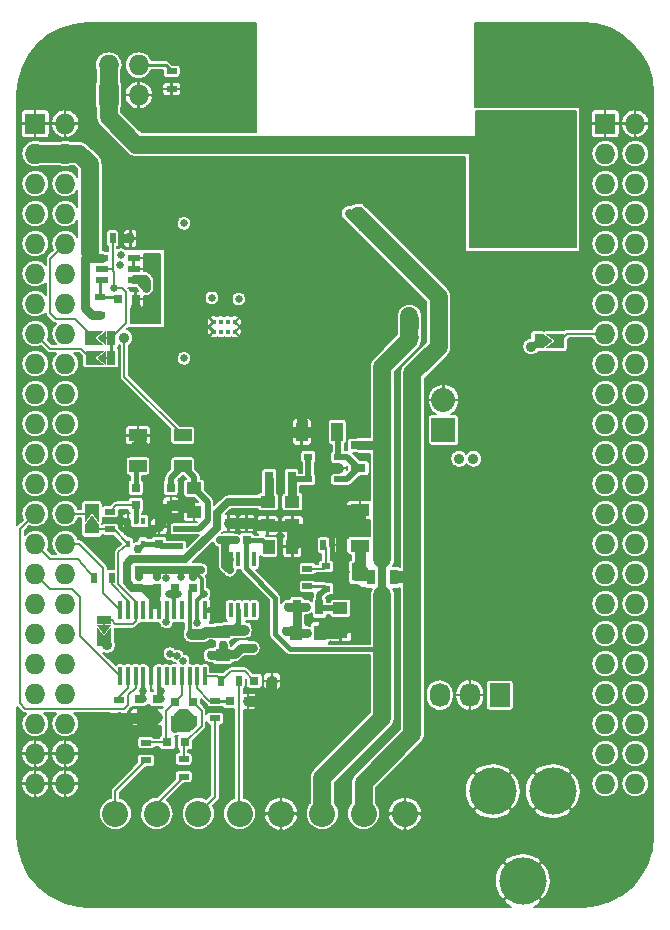
<source format=gbr>
G04 #@! TF.FileFunction,Copper,L1,Top,Signal*
%FSLAX46Y46*%
G04 Gerber Fmt 4.6, Leading zero omitted, Abs format (unit mm)*
G04 Created by KiCad (PCBNEW (2015-02-03 BZR 5404)-product) date 9/2/2015 4:33:54 PM*
%MOMM*%
G01*
G04 APERTURE LIST*
%ADD10C,0.100000*%
%ADD11R,0.750000X0.800000*%
%ADD12R,1.250000X1.000000*%
%ADD13R,0.800000X0.750000*%
%ADD14R,1.000000X1.250000*%
%ADD15R,1.000000X1.600000*%
%ADD16R,1.600000X1.000000*%
%ADD17R,1.200000X0.800000*%
%ADD18R,0.800000X1.200000*%
%ADD19R,0.700000X1.300000*%
%ADD20O,2.200000X2.200000*%
%ADD21R,1.727200X1.727200*%
%ADD22O,1.727200X1.727200*%
%ADD23C,4.000000*%
%ADD24R,0.900000X0.500000*%
%ADD25R,0.500000X0.900000*%
%ADD26R,1.300000X0.700000*%
%ADD27R,0.400000X0.600000*%
%ADD28R,1.500000X1.000000*%
%ADD29R,0.300000X1.600000*%
%ADD30R,0.381000X1.270000*%
%ADD31R,1.100000X0.600000*%
%ADD32R,0.762000X0.508000*%
%ADD33C,0.450000*%
%ADD34R,1.727200X2.032000*%
%ADD35O,1.727200X2.032000*%
%ADD36R,2.032000X2.032000*%
%ADD37O,2.032000X2.032000*%
%ADD38C,0.635000*%
%ADD39C,0.762000*%
%ADD40C,0.889000*%
%ADD41C,0.304800*%
%ADD42C,0.635000*%
%ADD43C,0.381000*%
%ADD44C,0.762000*%
%ADD45C,0.203200*%
%ADD46C,0.254000*%
%ADD47C,0.508000*%
%ADD48C,0.889000*%
%ADD49C,1.524000*%
%ADD50C,0.177800*%
%ADD51C,1.016000*%
G04 APERTURE END LIST*
D10*
D11*
X37592000Y-82879500D03*
X37592000Y-84379500D03*
X36068000Y-82879500D03*
X36068000Y-84379500D03*
X39116000Y-95555500D03*
X39116000Y-94055500D03*
D12*
X40767000Y-77962000D03*
X40767000Y-75962000D03*
D11*
X36068000Y-93801500D03*
X36068000Y-95301500D03*
D13*
X39993000Y-97472500D03*
X38493000Y-97472500D03*
D11*
X38798500Y-77394500D03*
X38798500Y-75894500D03*
X37782500Y-80696500D03*
X37782500Y-79196500D03*
X40640000Y-94055500D03*
X40640000Y-95555500D03*
X35814000Y-75894500D03*
X35814000Y-77394500D03*
D13*
X45327000Y-93980000D03*
X43827000Y-93980000D03*
X47359000Y-92265500D03*
X45859000Y-92265500D03*
D14*
X49069500Y-80899000D03*
X47069500Y-80899000D03*
D11*
X45212000Y-78879000D03*
X45212000Y-80379000D03*
X44958000Y-89459500D03*
X44958000Y-87959500D03*
D12*
X43180000Y-90090500D03*
X43180000Y-88090500D03*
D11*
X40640000Y-82879500D03*
X40640000Y-84379500D03*
X43688000Y-78879000D03*
X43688000Y-80379000D03*
D13*
X35802000Y-59944000D03*
X34302000Y-59944000D03*
D11*
X39116000Y-82879500D03*
X39116000Y-84379500D03*
X37592000Y-95301500D03*
X37592000Y-93801500D03*
D12*
X46990000Y-79105000D03*
X46990000Y-77105000D03*
X49085500Y-79105000D03*
X49085500Y-77105000D03*
D15*
X49871500Y-71183500D03*
X52871500Y-71183500D03*
D14*
X49419000Y-88201500D03*
X51419000Y-88201500D03*
D12*
X53149500Y-86122000D03*
X53149500Y-88122000D03*
D16*
X54800500Y-80811500D03*
X54800500Y-77811500D03*
D17*
X33121600Y-87141200D03*
D10*
G36*
X32521601Y-87541200D02*
X33721599Y-87541200D01*
X33121601Y-88341200D01*
X33121599Y-88341200D01*
X32521601Y-87541200D01*
X32521601Y-87541200D01*
G37*
G36*
X33121600Y-88501199D02*
X33721600Y-87701201D01*
X33721600Y-89301199D01*
X33121600Y-88501201D01*
X33121600Y-88501199D01*
X33121600Y-88501199D01*
G37*
G36*
X32521600Y-87701201D02*
X33121600Y-88501199D01*
X33121600Y-88501201D01*
X32521600Y-89301199D01*
X32521600Y-87701201D01*
X32521600Y-87701201D01*
G37*
G36*
X33121599Y-88501200D02*
X33121601Y-88501200D01*
X33721599Y-89301200D01*
X32521601Y-89301200D01*
X33121599Y-88501200D01*
X33121599Y-88501200D01*
G37*
D17*
X32105600Y-79432000D03*
D10*
G36*
X32705599Y-79032000D02*
X31505601Y-79032000D01*
X32105599Y-78232000D01*
X32105601Y-78232000D01*
X32705599Y-79032000D01*
X32705599Y-79032000D01*
G37*
G36*
X32105600Y-78072001D02*
X31505600Y-78871999D01*
X31505600Y-77272001D01*
X32105600Y-78071999D01*
X32105600Y-78072001D01*
X32105600Y-78072001D01*
G37*
G36*
X32705600Y-78871999D02*
X32105600Y-78072001D01*
X32105600Y-78071999D01*
X32705600Y-77272001D01*
X32705600Y-78871999D01*
X32705600Y-78871999D01*
G37*
G36*
X32105601Y-78072000D02*
X32105599Y-78072000D01*
X31505601Y-77272000D01*
X32705599Y-77272000D01*
X32105601Y-78072000D01*
X32105601Y-78072000D01*
G37*
D18*
X69920000Y-63500000D03*
D10*
G36*
X70320000Y-64099999D02*
X70320000Y-62900001D01*
X71120000Y-63499999D01*
X71120000Y-63500001D01*
X70320000Y-64099999D01*
X70320000Y-64099999D01*
G37*
G36*
X71279999Y-63500000D02*
X70480001Y-62900000D01*
X72079999Y-62900000D01*
X71280001Y-63500000D01*
X71279999Y-63500000D01*
X71279999Y-63500000D01*
G37*
G36*
X70480001Y-64100000D02*
X71279999Y-63500000D01*
X71280001Y-63500000D01*
X72079999Y-64100000D01*
X70480001Y-64100000D01*
X70480001Y-64100000D01*
G37*
G36*
X71280000Y-63500001D02*
X71280000Y-63499999D01*
X72080000Y-62900001D01*
X72080000Y-64099999D01*
X71280000Y-63500001D01*
X71280000Y-63500001D01*
G37*
D18*
X33712000Y-63246000D03*
D10*
G36*
X33312000Y-62646001D02*
X33312000Y-63845999D01*
X32512000Y-63246001D01*
X32512000Y-63245999D01*
X33312000Y-62646001D01*
X33312000Y-62646001D01*
G37*
G36*
X32352001Y-63246000D02*
X33151999Y-63846000D01*
X31552001Y-63846000D01*
X32351999Y-63246000D01*
X32352001Y-63246000D01*
X32352001Y-63246000D01*
G37*
G36*
X33151999Y-62646000D02*
X32352001Y-63246000D01*
X32351999Y-63246000D01*
X31552001Y-62646000D01*
X33151999Y-62646000D01*
X33151999Y-62646000D01*
G37*
G36*
X32352000Y-63245999D02*
X32352000Y-63246001D01*
X31552000Y-63845999D01*
X31552000Y-62646001D01*
X32352000Y-63245999D01*
X32352000Y-63245999D01*
G37*
D18*
X33737400Y-64897000D03*
D10*
G36*
X33337400Y-64297001D02*
X33337400Y-65496999D01*
X32537400Y-64897001D01*
X32537400Y-64896999D01*
X33337400Y-64297001D01*
X33337400Y-64297001D01*
G37*
G36*
X32377401Y-64897000D02*
X33177399Y-65497000D01*
X31577401Y-65497000D01*
X32377399Y-64897000D01*
X32377401Y-64897000D01*
X32377401Y-64897000D01*
G37*
G36*
X33177399Y-64297000D02*
X32377401Y-64897000D01*
X32377399Y-64897000D01*
X31577401Y-64297000D01*
X33177399Y-64297000D01*
X33177399Y-64297000D01*
G37*
G36*
X32377400Y-64896999D02*
X32377400Y-64897001D01*
X31577400Y-65496999D01*
X31577400Y-64297001D01*
X32377400Y-64896999D01*
X32377400Y-64896999D01*
G37*
D19*
X47119500Y-75184000D03*
X49019500Y-75184000D03*
X49469000Y-86042500D03*
X51369000Y-86042500D03*
D20*
X58605000Y-103505000D03*
X55105000Y-103505000D03*
X51605000Y-103505000D03*
X48105000Y-103505000D03*
X44605000Y-103505000D03*
X41105000Y-103505000D03*
X37605000Y-103505000D03*
X34105000Y-103505000D03*
D21*
X75565000Y-45085000D03*
D22*
X78105000Y-45085000D03*
X75565000Y-47625000D03*
X78105000Y-47625000D03*
X75565000Y-50165000D03*
X78105000Y-50165000D03*
X75565000Y-52705000D03*
X78105000Y-52705000D03*
X75565000Y-55245000D03*
X78105000Y-55245000D03*
X75565000Y-57785000D03*
X78105000Y-57785000D03*
X75565000Y-60325000D03*
X78105000Y-60325000D03*
X75565000Y-62865000D03*
X78105000Y-62865000D03*
X75565000Y-65405000D03*
X78105000Y-65405000D03*
X75565000Y-67945000D03*
X78105000Y-67945000D03*
X75565000Y-70485000D03*
X78105000Y-70485000D03*
X75565000Y-73025000D03*
X78105000Y-73025000D03*
X75565000Y-75565000D03*
X78105000Y-75565000D03*
X75565000Y-78105000D03*
X78105000Y-78105000D03*
X75565000Y-80645000D03*
X78105000Y-80645000D03*
X75565000Y-83185000D03*
X78105000Y-83185000D03*
X75565000Y-85725000D03*
X78105000Y-85725000D03*
X75565000Y-88265000D03*
X78105000Y-88265000D03*
X75565000Y-90805000D03*
X78105000Y-90805000D03*
X75565000Y-93345000D03*
X78105000Y-93345000D03*
X75565000Y-95885000D03*
X78105000Y-95885000D03*
X75565000Y-98425000D03*
X78105000Y-98425000D03*
X75565000Y-100965000D03*
X78105000Y-100965000D03*
D21*
X27305000Y-45085000D03*
D22*
X29845000Y-45085000D03*
X27305000Y-47625000D03*
X29845000Y-47625000D03*
X27305000Y-50165000D03*
X29845000Y-50165000D03*
X27305000Y-52705000D03*
X29845000Y-52705000D03*
X27305000Y-55245000D03*
X29845000Y-55245000D03*
X27305000Y-57785000D03*
X29845000Y-57785000D03*
X27305000Y-60325000D03*
X29845000Y-60325000D03*
X27305000Y-62865000D03*
X29845000Y-62865000D03*
X27305000Y-65405000D03*
X29845000Y-65405000D03*
X27305000Y-67945000D03*
X29845000Y-67945000D03*
X27305000Y-70485000D03*
X29845000Y-70485000D03*
X27305000Y-73025000D03*
X29845000Y-73025000D03*
X27305000Y-75565000D03*
X29845000Y-75565000D03*
X27305000Y-78105000D03*
X29845000Y-78105000D03*
X27305000Y-80645000D03*
X29845000Y-80645000D03*
X27305000Y-83185000D03*
X29845000Y-83185000D03*
X27305000Y-85725000D03*
X29845000Y-85725000D03*
X27305000Y-88265000D03*
X29845000Y-88265000D03*
X27305000Y-90805000D03*
X29845000Y-90805000D03*
X27305000Y-93345000D03*
X29845000Y-93345000D03*
X27305000Y-95885000D03*
X29845000Y-95885000D03*
X27305000Y-98425000D03*
X29845000Y-98425000D03*
X27305000Y-100965000D03*
X29845000Y-100965000D03*
D23*
X71120000Y-53594000D03*
X66040000Y-53594000D03*
X68580000Y-45974000D03*
D21*
X33528000Y-42672000D03*
D22*
X33528000Y-40132000D03*
X36068000Y-42672000D03*
X36068000Y-40132000D03*
D23*
X66040000Y-101600000D03*
X71120000Y-101600000D03*
X68580000Y-109220000D03*
D24*
X39433500Y-80887000D03*
X39433500Y-79387000D03*
X36703000Y-98984500D03*
X36703000Y-97484500D03*
X33655000Y-79426500D03*
X33655000Y-77926500D03*
X39878000Y-100381500D03*
X39878000Y-98881500D03*
X42545000Y-95428500D03*
X42545000Y-93928500D03*
D25*
X44565000Y-92265500D03*
X43065000Y-92265500D03*
X33770000Y-83515200D03*
X32270000Y-83515200D03*
D24*
X34417000Y-93865000D03*
X34417000Y-95365000D03*
X32829500Y-59765500D03*
X32829500Y-61265500D03*
D25*
X33857500Y-54800500D03*
X35357500Y-54800500D03*
D26*
X54673500Y-74229000D03*
X54673500Y-72329000D03*
D24*
X38862000Y-42152000D03*
X38862000Y-40652000D03*
D19*
X55755500Y-83502500D03*
X57655500Y-83502500D03*
D24*
X50355500Y-84252500D03*
X50355500Y-82752500D03*
D25*
X51701000Y-80772000D03*
X53201000Y-80772000D03*
D27*
X36464000Y-78742500D03*
X35814000Y-78742500D03*
X35164000Y-78742500D03*
X35164000Y-80642500D03*
X36464000Y-80642500D03*
D28*
X39809500Y-71471000D03*
X36009500Y-71471000D03*
X36009500Y-74071000D03*
X39809500Y-74071000D03*
D29*
X41675000Y-86290500D03*
X41025000Y-86290500D03*
X40375000Y-86290500D03*
X39725000Y-86290500D03*
X39075000Y-86290500D03*
X38425000Y-86290500D03*
X37775000Y-86290500D03*
X37125000Y-86290500D03*
X36475000Y-86290500D03*
X35825000Y-86290500D03*
X35175000Y-86290500D03*
X34525000Y-86290500D03*
X34525000Y-91890500D03*
X35175000Y-91890500D03*
X35825000Y-91890500D03*
X36475000Y-91890500D03*
X37125000Y-91890500D03*
X37775000Y-91890500D03*
X38425000Y-91890500D03*
X39075000Y-91890500D03*
X39725000Y-91890500D03*
X40375000Y-91890500D03*
X41025000Y-91890500D03*
X41675000Y-91890500D03*
D30*
X45806360Y-81978500D03*
X45156120Y-81978500D03*
X44505880Y-81978500D03*
X43855640Y-81978500D03*
X43855640Y-86296500D03*
X44505880Y-86296500D03*
X45156120Y-86296500D03*
X45806360Y-86296500D03*
D31*
X35640000Y-58354000D03*
X35640000Y-57404000D03*
X35640000Y-56454000D03*
X32940000Y-56454000D03*
X32940000Y-57404000D03*
X32940000Y-58354000D03*
D32*
X52959000Y-75184000D03*
X52959000Y-73279000D03*
X50419000Y-75184000D03*
X52959000Y-74231500D03*
X50419000Y-73279000D03*
D33*
X44207000Y-61893500D03*
X43607000Y-61893500D03*
X43007000Y-61893500D03*
X42407000Y-61893500D03*
X44207000Y-62693500D03*
X43607000Y-62693500D03*
X43007000Y-62693500D03*
X42407000Y-62693500D03*
D32*
X54483000Y-84455000D03*
X54483000Y-82550000D03*
X51943000Y-84455000D03*
X54483000Y-83502500D03*
X51943000Y-82550000D03*
D34*
X66649600Y-93472000D03*
D35*
X64109600Y-93472000D03*
X61569600Y-93472000D03*
D36*
X61874400Y-71018400D03*
D37*
X61874400Y-68478400D03*
D38*
X38404800Y-87274400D03*
X41605200Y-84886800D03*
X39928800Y-94996000D03*
X40284400Y-96266000D03*
X39116000Y-96316800D03*
X40640000Y-83464400D03*
X39674800Y-83464400D03*
X39878000Y-82854800D03*
X38354000Y-83515200D03*
X38354000Y-82854800D03*
X41351200Y-82854800D03*
X37592000Y-83464400D03*
X36068000Y-83464400D03*
X36830000Y-82854800D03*
X43383200Y-82397600D03*
X42976800Y-80365600D03*
X44297600Y-80365600D03*
X43789600Y-82905600D03*
D39*
X48514000Y-88036400D03*
X50292000Y-88239600D03*
X50241200Y-86004400D03*
X49479200Y-87122000D03*
X48717200Y-86004400D03*
D38*
X39319200Y-90170000D03*
X38709600Y-89966800D03*
X39827200Y-90576400D03*
D39*
X43180000Y-89217500D03*
X42164000Y-90106500D03*
X45720000Y-89471500D03*
X44196000Y-89979500D03*
D38*
X41046400Y-87325200D03*
D40*
X36576000Y-61087000D03*
D39*
X36042600Y-81064100D03*
D40*
X35814000Y-60642500D03*
X35814000Y-61531500D03*
D38*
X36474400Y-93776800D03*
X36474400Y-93116400D03*
D40*
X39776400Y-68173600D03*
X43484800Y-67462400D03*
X41656000Y-63246000D03*
X45669200Y-63957200D03*
X46685200Y-65176400D03*
X45212000Y-65989200D03*
D39*
X55016400Y-57251600D03*
X55524400Y-55778400D03*
X54610000Y-57962800D03*
X54660800Y-56438800D03*
X44246800Y-56540400D03*
X42621200Y-56540400D03*
X42773600Y-51104800D03*
X43891200Y-50241200D03*
X43434000Y-57607200D03*
X43383200Y-55016400D03*
X43434000Y-56540400D03*
X36512500Y-58229500D03*
X36703000Y-58991500D03*
D38*
X42164000Y-86296500D03*
X37084000Y-90233500D03*
X38100000Y-90551000D03*
X37084000Y-90868500D03*
D40*
X33528000Y-95377000D03*
X35306000Y-95377000D03*
X36830000Y-94869000D03*
X36830000Y-95758000D03*
X46164500Y-93980000D03*
X47307500Y-93091000D03*
X51498500Y-72898000D03*
X50800000Y-71183500D03*
X49860200Y-70231000D03*
X48895000Y-71183500D03*
X51689000Y-74866500D03*
X55245000Y-84836000D03*
X54483000Y-85344000D03*
X53149500Y-87249000D03*
X52133500Y-87312500D03*
X53213000Y-82550000D03*
X53657500Y-84455000D03*
X54800500Y-78740000D03*
X53213000Y-79883000D03*
X53530500Y-77787500D03*
X49974500Y-79502000D03*
X49974500Y-80391000D03*
X48069500Y-79121000D03*
X45974000Y-79057500D03*
X44450000Y-78867000D03*
X39814500Y-77406500D03*
D39*
X38201600Y-72136000D03*
X37084000Y-70040500D03*
D40*
X33020000Y-66675000D03*
X33909000Y-66675000D03*
X56007000Y-62547500D03*
X55118000Y-61341000D03*
X56832500Y-61341000D03*
X62217300Y-89535000D03*
X61518800Y-88392000D03*
X63487300Y-84137500D03*
X67233800Y-84963000D03*
X63487300Y-81978500D03*
X63169800Y-80454500D03*
D39*
X51054000Y-51117500D03*
X51816000Y-52387500D03*
X50165000Y-52832000D03*
X50546000Y-50292000D03*
X52324000Y-48260000D03*
X52070000Y-50292000D03*
X52324000Y-49085500D03*
X35750500Y-72390000D03*
X36512500Y-72390000D03*
X34607500Y-78740000D03*
X35115500Y-79565500D03*
X37147500Y-79756000D03*
X38354000Y-78613000D03*
X44983400Y-51079400D03*
X34798000Y-54800500D03*
X59347100Y-61544200D03*
X59347100Y-62344300D03*
X59359800Y-63119000D03*
X58788300Y-63703200D03*
X58597800Y-62839600D03*
X58597800Y-62052200D03*
D40*
X34848800Y-63220600D03*
D38*
X39420800Y-84937600D03*
X38608000Y-84937600D03*
X37998400Y-93776800D03*
X37998400Y-93116400D03*
X44551600Y-59944000D03*
X34544000Y-56184800D03*
X42265600Y-59842400D03*
X34493200Y-57048400D03*
D39*
X54686200Y-52451000D03*
X55245000Y-53009800D03*
X55803800Y-53568600D03*
X54991000Y-53797200D03*
X54432200Y-53238400D03*
D38*
X39903400Y-53517800D03*
X39903400Y-64947800D03*
D40*
X33375600Y-89204800D03*
X69291200Y-63957200D03*
D38*
X33985200Y-58978800D03*
D40*
X64414400Y-73456800D03*
X63195200Y-73456800D03*
D41*
X38425000Y-86290500D02*
X38425000Y-87254200D01*
X38425000Y-87254200D02*
X38404800Y-87274400D01*
X41402000Y-85039200D02*
X41452800Y-85039200D01*
X41452800Y-85039200D02*
X41605200Y-84886800D01*
X41025000Y-86290500D02*
X41025000Y-85416200D01*
X41402000Y-83641500D02*
X40640000Y-82879500D01*
X41402000Y-85039200D02*
X41402000Y-83641500D01*
X41025000Y-85416200D02*
X41402000Y-85039200D01*
D42*
X40640000Y-95555500D02*
X40080500Y-94996000D01*
X39675500Y-94996000D02*
X39928800Y-94996000D01*
X39675500Y-94996000D02*
X39116000Y-95555500D01*
X40080500Y-94996000D02*
X39928800Y-94996000D01*
X39116000Y-96316800D02*
X39166800Y-96266000D01*
X40640000Y-95910400D02*
X40284400Y-96266000D01*
X39878000Y-95859600D02*
X39878000Y-95554800D01*
X40284400Y-96266000D02*
X39878000Y-95859600D01*
X39116000Y-96316800D02*
X39116000Y-95555500D01*
X39166800Y-96266000D02*
X40284400Y-96266000D01*
X39878000Y-95554800D02*
X39116000Y-96316800D01*
X39878700Y-95555500D02*
X39878000Y-95554800D01*
X40640000Y-95555500D02*
X39878700Y-95555500D01*
X40640000Y-95555500D02*
X40640000Y-95910400D01*
X40640000Y-82879500D02*
X40640000Y-83464400D01*
X40640000Y-82879500D02*
X40664700Y-82854800D01*
X40664700Y-82854800D02*
X41351200Y-82854800D01*
X40640000Y-82879500D02*
X40615300Y-82854800D01*
X40615300Y-82854800D02*
X39878000Y-82854800D01*
X39116000Y-82879500D02*
X39140700Y-82854800D01*
X39140700Y-82854800D02*
X39878000Y-82854800D01*
X39116000Y-82879500D02*
X39091300Y-82854800D01*
X39091300Y-82854800D02*
X38354000Y-82854800D01*
X37592000Y-82879500D02*
X37616700Y-82854800D01*
X37616700Y-82854800D02*
X38354000Y-82854800D01*
X37592000Y-82879500D02*
X37592000Y-83464400D01*
X36068000Y-82879500D02*
X36068000Y-83464400D01*
X37592000Y-82879500D02*
X37567300Y-82854800D01*
X37567300Y-82854800D02*
X36830000Y-82854800D01*
X36068000Y-82879500D02*
X36092700Y-82854800D01*
X36092700Y-82854800D02*
X36830000Y-82854800D01*
X43688000Y-80379000D02*
X43383200Y-80683800D01*
X43383200Y-80683800D02*
X43383200Y-82397600D01*
X43688000Y-80379000D02*
X43674600Y-80365600D01*
X43674600Y-80365600D02*
X42976800Y-80365600D01*
X43688000Y-80379000D02*
X44284200Y-80379000D01*
X44284200Y-80379000D02*
X44297600Y-80365600D01*
X43383200Y-82397600D02*
X43383200Y-82499200D01*
D43*
X43436540Y-82397600D02*
X43383200Y-82397600D01*
X43855640Y-81978500D02*
X43436540Y-82397600D01*
X43789600Y-82905600D02*
X43789600Y-82044540D01*
D42*
X43383200Y-82499200D02*
X43789600Y-82905600D01*
D44*
X49419000Y-88201500D02*
X49253900Y-88036400D01*
X49253900Y-88036400D02*
X48514000Y-88036400D01*
X49419000Y-88201500D02*
X49457100Y-88239600D01*
X49457100Y-88239600D02*
X50292000Y-88239600D01*
X49469000Y-86042500D02*
X49507100Y-86004400D01*
X49507100Y-86004400D02*
X50241200Y-86004400D01*
X49419000Y-88201500D02*
X49479200Y-88141300D01*
X49479200Y-88141300D02*
X49479200Y-87122000D01*
X49479200Y-86052700D02*
X49479200Y-87122000D01*
X49469000Y-86042500D02*
X49479200Y-86052700D01*
X49469000Y-86042500D02*
X49430900Y-86004400D01*
X49430900Y-86004400D02*
X48717200Y-86004400D01*
X43180000Y-90090500D02*
X43180000Y-89217500D01*
X43180000Y-90090500D02*
X43164000Y-90106500D01*
X43164000Y-90106500D02*
X42164000Y-90106500D01*
X44958000Y-89459500D02*
X45708000Y-89459500D01*
X45708000Y-89459500D02*
X45720000Y-89471500D01*
X44958000Y-89459500D02*
X44716000Y-89459500D01*
X44716000Y-89459500D02*
X44196000Y-89979500D01*
X43180000Y-90090500D02*
X43291000Y-89979500D01*
X43291000Y-89979500D02*
X44196000Y-89979500D01*
X49469000Y-88151500D02*
X49419000Y-88201500D01*
D41*
X41025000Y-86290500D02*
X41025000Y-87303800D01*
X41025000Y-87303800D02*
X41046400Y-87325200D01*
D45*
X37125000Y-86290500D02*
X37125000Y-84846500D01*
X37125000Y-84846500D02*
X37592000Y-84379500D01*
X37775000Y-86290500D02*
X37775000Y-84562500D01*
X37775000Y-84562500D02*
X37592000Y-84379500D01*
D44*
X47119500Y-76975500D02*
X46990000Y-77105000D01*
X47119500Y-75184000D02*
X47119500Y-76975500D01*
D42*
X43608500Y-77105000D02*
X42697400Y-78016100D01*
X42697400Y-78016100D02*
X42697400Y-79298800D01*
X42697400Y-79298800D02*
X40030400Y-81965800D01*
X40030400Y-81965800D02*
X35433000Y-81965800D01*
X35433000Y-81965800D02*
X35052000Y-82346800D01*
X35052000Y-82346800D02*
X35052000Y-83896200D01*
X35052000Y-83896200D02*
X35535300Y-84379500D01*
X35535300Y-84379500D02*
X36068000Y-84379500D01*
X46990000Y-77105000D02*
X43608500Y-77105000D01*
D43*
X35814000Y-61531500D02*
X36258500Y-61087000D01*
X36258500Y-61087000D02*
X36576000Y-61087000D01*
X36464000Y-80642500D02*
X36057600Y-81049100D01*
X36057600Y-81049100D02*
X36042600Y-81064100D01*
D46*
X35802000Y-59944000D02*
X35802000Y-61329000D01*
X35802000Y-61329000D02*
X35814000Y-61341000D01*
X35814000Y-61341000D02*
X35814000Y-61531500D01*
D43*
X35802000Y-59944000D02*
X35802000Y-60630500D01*
X35802000Y-60630500D02*
X35814000Y-60642500D01*
D41*
X36474400Y-93116400D02*
X36474400Y-93776800D01*
X36475000Y-91890500D02*
X36475000Y-93394500D01*
X36475000Y-93394500D02*
X36068000Y-93801500D01*
D47*
X37782500Y-80696500D02*
X37973000Y-80887000D01*
X37973000Y-80887000D02*
X39433500Y-80887000D01*
D43*
X36464000Y-80642500D02*
X37728500Y-80642500D01*
X37728500Y-80642500D02*
X37782500Y-80696500D01*
D44*
X36512500Y-58229500D02*
X36703000Y-58420000D01*
D42*
X35764500Y-58229500D02*
X36512500Y-58229500D01*
X36703000Y-58991500D02*
X36065500Y-58354000D01*
D44*
X36703000Y-58420000D02*
X36703000Y-58991500D01*
D42*
X35640000Y-58354000D02*
X36065500Y-58354000D01*
X35640000Y-58354000D02*
X35764500Y-58229500D01*
D43*
X41675000Y-86290500D02*
X41681000Y-86296500D01*
X41681000Y-86296500D02*
X42164000Y-86296500D01*
D42*
X37084000Y-90233500D02*
X37084000Y-90868500D01*
D41*
X37125000Y-90909500D02*
X37084000Y-90868500D01*
X37125000Y-91890500D02*
X37125000Y-90909500D01*
D48*
X34417000Y-95365000D02*
X34405000Y-95377000D01*
X34405000Y-95377000D02*
X33528000Y-95377000D01*
X36068000Y-95301500D02*
X35992500Y-95377000D01*
X35992500Y-95377000D02*
X35306000Y-95377000D01*
X34429000Y-95377000D02*
X35306000Y-95377000D01*
X34417000Y-95365000D02*
X34429000Y-95377000D01*
X37592000Y-95301500D02*
X37159500Y-94869000D01*
X37159500Y-94869000D02*
X36830000Y-94869000D01*
X36068000Y-95301500D02*
X36500500Y-94869000D01*
X36500500Y-94869000D02*
X36830000Y-94869000D01*
X37592000Y-95301500D02*
X37135500Y-95758000D01*
X37135500Y-95758000D02*
X36830000Y-95758000D01*
X36524500Y-95758000D02*
X36830000Y-95758000D01*
X36524500Y-95758000D02*
X36068000Y-95301500D01*
X47307500Y-93091000D02*
X46418500Y-93980000D01*
X45327000Y-93980000D02*
X46164500Y-93980000D01*
X47307500Y-93091000D02*
X47307500Y-92317000D01*
X46418500Y-93980000D02*
X46164500Y-93980000D01*
X47359000Y-92265500D02*
X47307500Y-92317000D01*
X50800000Y-71183500D02*
X51498500Y-71882000D01*
X52260500Y-74231500D02*
X51498500Y-73469500D01*
X51498500Y-73469500D02*
X51498500Y-72898000D01*
X52959000Y-74231500D02*
X52260500Y-74231500D01*
X50800000Y-71183500D02*
X49871500Y-71183500D01*
X51498500Y-71882000D02*
X51498500Y-72898000D01*
X49871500Y-71183500D02*
X49847500Y-71159500D01*
X49847500Y-71159500D02*
X49860200Y-70231000D01*
X49871500Y-71183500D02*
X48895000Y-71183500D01*
X52959000Y-74231500D02*
X52324000Y-74231500D01*
X52324000Y-74231500D02*
X51689000Y-74866500D01*
D43*
X54483000Y-84455000D02*
X54864000Y-84455000D01*
X54864000Y-84455000D02*
X55245000Y-84836000D01*
D48*
X54483000Y-85344000D02*
X54483000Y-86868000D01*
X54483000Y-84455000D02*
X54483000Y-85344000D01*
X54483000Y-86868000D02*
X53229000Y-88122000D01*
X53229000Y-88122000D02*
X53149500Y-88122000D01*
X52133500Y-87312500D02*
X53086000Y-87312500D01*
X53149500Y-88122000D02*
X53149500Y-87249000D01*
X52133500Y-87312500D02*
X51419000Y-88027000D01*
X53086000Y-87312500D02*
X53149500Y-87249000D01*
X51419000Y-88201500D02*
X51419000Y-88027000D01*
X51419000Y-88201500D02*
X53070000Y-88201500D01*
X53070000Y-88201500D02*
X53149500Y-88122000D01*
X53213000Y-82550000D02*
X53213000Y-84010500D01*
X53201000Y-82538000D02*
X53213000Y-82550000D01*
X53201000Y-80772000D02*
X53201000Y-82538000D01*
X53657500Y-84455000D02*
X54483000Y-84455000D01*
X53213000Y-84010500D02*
X53657500Y-84455000D01*
X53530500Y-77787500D02*
X54483000Y-78740000D01*
X54356000Y-78740000D02*
X54800500Y-78740000D01*
X53213000Y-79883000D02*
X54356000Y-78740000D01*
X54800500Y-77811500D02*
X54800500Y-78740000D01*
X54483000Y-78740000D02*
X54800500Y-78740000D01*
X53213000Y-79883000D02*
X53530500Y-79565500D01*
X53530500Y-77787500D02*
X54776500Y-77787500D01*
X53530500Y-79565500D02*
X53530500Y-77787500D01*
X53213000Y-79883000D02*
X53213000Y-80760000D01*
X53201000Y-80772000D02*
X53213000Y-80760000D01*
X54800500Y-77811500D02*
X54776500Y-77787500D01*
X49085500Y-79105000D02*
X49482500Y-79502000D01*
X49482500Y-79502000D02*
X49974500Y-79502000D01*
X49069500Y-80899000D02*
X49577500Y-80391000D01*
X49577500Y-80391000D02*
X49974500Y-80391000D01*
X49085500Y-79105000D02*
X49069500Y-79121000D01*
X49069500Y-79121000D02*
X49069500Y-80899000D01*
X49069500Y-79121000D02*
X48069500Y-79121000D01*
X46990000Y-79105000D02*
X47006000Y-79121000D01*
X47006000Y-79121000D02*
X48069500Y-79121000D01*
X46990000Y-79105000D02*
X46021500Y-79105000D01*
X45795500Y-78879000D02*
X45974000Y-79057500D01*
X45795500Y-78879000D02*
X45212000Y-78879000D01*
X46021500Y-79105000D02*
X45974000Y-79057500D01*
X45212000Y-78879000D02*
X44462000Y-78879000D01*
X44438000Y-78879000D02*
X44450000Y-78867000D01*
X44438000Y-78879000D02*
X43688000Y-78879000D01*
X44462000Y-78879000D02*
X44450000Y-78867000D01*
X38798500Y-77394500D02*
X39802500Y-77394500D01*
X39802500Y-77394500D02*
X39814500Y-77406500D01*
D44*
X38798500Y-77394500D02*
X37782500Y-78410500D01*
X37782500Y-78410500D02*
X37782500Y-79196500D01*
D48*
X40767000Y-77962000D02*
X40199500Y-77394500D01*
X40199500Y-77394500D02*
X38798500Y-77394500D01*
D43*
X35164000Y-78742500D02*
X35164000Y-79169500D01*
X35496500Y-79502000D02*
X37477000Y-79502000D01*
X35164000Y-79169500D02*
X35496500Y-79502000D01*
X37477000Y-79502000D02*
X37782500Y-79196500D01*
D44*
X36009500Y-71471000D02*
X36009500Y-72131000D01*
X36009500Y-72131000D02*
X35750500Y-72390000D01*
X36512500Y-72390000D02*
X36009500Y-71887000D01*
X35750500Y-72390000D02*
X36512500Y-72390000D01*
D47*
X35164000Y-78742500D02*
X34610000Y-78742500D01*
X34610000Y-78742500D02*
X34607500Y-78740000D01*
X35115500Y-78791000D02*
X35115500Y-79565500D01*
X35164000Y-78742500D02*
X35115500Y-78791000D01*
X37223000Y-79756000D02*
X37147500Y-79756000D01*
X37782500Y-79196500D02*
X37223000Y-79756000D01*
X38354000Y-78625000D02*
X38354000Y-78613000D01*
X37782500Y-79196500D02*
X38354000Y-78625000D01*
D44*
X34798000Y-54800500D02*
X35357500Y-54800500D01*
D45*
X39725000Y-93446500D02*
X39116000Y-94055500D01*
X39725000Y-91890500D02*
X39725000Y-93446500D01*
X36715000Y-97472500D02*
X38493000Y-97472500D01*
X36703000Y-97484500D02*
X36715000Y-97472500D01*
X38354000Y-97333500D02*
X38493000Y-97472500D01*
X38354000Y-94817500D02*
X38354000Y-97333500D01*
X39116000Y-94055500D02*
X38354000Y-94817500D01*
D47*
X39433500Y-79387000D02*
X41199500Y-79387000D01*
X41910000Y-77105000D02*
X40767000Y-75962000D01*
X41910000Y-78676500D02*
X41910000Y-77105000D01*
X41199500Y-79387000D02*
X41910000Y-78676500D01*
X39809500Y-74071000D02*
X40767000Y-75028500D01*
X40767000Y-75028500D02*
X40767000Y-75962000D01*
X39809500Y-74071000D02*
X38798500Y-75082000D01*
X38798500Y-75082000D02*
X38798500Y-75894500D01*
D45*
X40375000Y-93790500D02*
X40640000Y-94055500D01*
X40375000Y-91890500D02*
X40375000Y-93790500D01*
X39878000Y-97587500D02*
X39878000Y-98881500D01*
X39993000Y-97472500D02*
X39878000Y-97587500D01*
X41402000Y-94817500D02*
X41402000Y-96063500D01*
X41402000Y-96063500D02*
X39993000Y-97472500D01*
X40640000Y-94055500D02*
X41402000Y-94817500D01*
D43*
X35814000Y-75894500D02*
X35814000Y-74266500D01*
X35814000Y-74266500D02*
X36009500Y-74071000D01*
X35814000Y-78742500D02*
X35814000Y-77394500D01*
D45*
X34187000Y-77394500D02*
X35814000Y-77394500D01*
X33655000Y-77926500D02*
X34187000Y-77394500D01*
X41025000Y-92904500D02*
X42049000Y-93928500D01*
X42049000Y-93928500D02*
X42545000Y-93928500D01*
X41025000Y-91890500D02*
X41025000Y-92904500D01*
D46*
X42596500Y-93980000D02*
X42545000Y-93928500D01*
X43827000Y-93980000D02*
X42596500Y-93980000D01*
D45*
X43065000Y-92265500D02*
X43890500Y-91440000D01*
X45033500Y-91440000D02*
X45859000Y-92265500D01*
X43890500Y-91440000D02*
X45033500Y-91440000D01*
X41675000Y-91890500D02*
X42690000Y-91890500D01*
X42690000Y-91890500D02*
X43065000Y-92265500D01*
D49*
X51605000Y-100477500D02*
X56705500Y-95377000D01*
D43*
X45156120Y-81978500D02*
X45156120Y-82748120D01*
X48895000Y-89598500D02*
X56705500Y-89598500D01*
X47625000Y-88328500D02*
X48895000Y-89598500D01*
X47625000Y-85217000D02*
X47625000Y-88328500D01*
X45156120Y-82748120D02*
X47625000Y-85217000D01*
X45212000Y-80379000D02*
X46549500Y-80379000D01*
X46549500Y-80379000D02*
X47069500Y-80899000D01*
X45156120Y-81978500D02*
X45156120Y-80434880D01*
X45156120Y-80434880D02*
X45212000Y-80379000D01*
D44*
X54673500Y-72329000D02*
X56705500Y-72329000D01*
X56515000Y-72326500D02*
X56705500Y-72326500D01*
X56703000Y-72326500D02*
X56515000Y-72326500D01*
X56705500Y-72329000D02*
X56703000Y-72326500D01*
D49*
X56705500Y-65659000D02*
X58991500Y-63373000D01*
D42*
X56705500Y-81978500D02*
X56705500Y-85026500D01*
D49*
X56705500Y-81978500D02*
X56705500Y-72326500D01*
X56705500Y-89598500D02*
X56705500Y-85026500D01*
X51605000Y-100477500D02*
X51605000Y-103505000D01*
X56705500Y-95377000D02*
X56705500Y-89598500D01*
X56705500Y-72326500D02*
X56705500Y-65659000D01*
X58991500Y-63373000D02*
X58991500Y-61391800D01*
D44*
X59347100Y-62344300D02*
X59347100Y-61544200D01*
X58788300Y-63690500D02*
X59359800Y-63119000D01*
X58788300Y-63703200D02*
X58788300Y-63690500D01*
X58597800Y-62052200D02*
X58597800Y-62839600D01*
D41*
X40375000Y-84644500D02*
X40640000Y-84379500D01*
X40375000Y-86290500D02*
X40375000Y-84644500D01*
D48*
X43311000Y-87959500D02*
X43180000Y-88090500D01*
X43891900Y-87959500D02*
X43311000Y-87959500D01*
X44958000Y-87959500D02*
X43891900Y-87959500D01*
D41*
X40375000Y-88152400D02*
X40538400Y-88315800D01*
D48*
X41703500Y-88090500D02*
X43180000Y-88090500D01*
X41478200Y-88315800D02*
X40538400Y-88315800D01*
X41703500Y-88090500D02*
X41478200Y-88315800D01*
D41*
X40375000Y-86290500D02*
X40375000Y-88152400D01*
D43*
X44505880Y-87345520D02*
X43891900Y-87959500D01*
X44505880Y-86296500D02*
X44505880Y-87345520D01*
D50*
X34848800Y-63220600D02*
X34848800Y-66510300D01*
X34848800Y-66510300D02*
X39809500Y-71471000D01*
D46*
X32940000Y-58354000D02*
X32829500Y-58464500D01*
X32829500Y-58464500D02*
X32829500Y-59765500D01*
X34123500Y-59765500D02*
X32829500Y-59765500D01*
X34302000Y-59944000D02*
X34123500Y-59765500D01*
D41*
X38608000Y-84937600D02*
X38953800Y-85283400D01*
X38953800Y-85283400D02*
X39075000Y-85283400D01*
D43*
X38608000Y-84937600D02*
X39420800Y-84937600D01*
D41*
X39116000Y-84429600D02*
X39116000Y-84379500D01*
X39075000Y-85283400D02*
X39420800Y-84937600D01*
X39075000Y-86290500D02*
X39075000Y-85283400D01*
X38608000Y-84937600D02*
X39116000Y-84429600D01*
X37998400Y-93116400D02*
X37998400Y-93776800D01*
X37775000Y-91890500D02*
X37775000Y-93618500D01*
X37775000Y-93618500D02*
X37592000Y-93801500D01*
D47*
X50419000Y-73279000D02*
X50419000Y-75184000D01*
X50419000Y-75184000D02*
X49019500Y-75184000D01*
D44*
X49019500Y-77039000D02*
X49085500Y-77105000D01*
X49019500Y-75184000D02*
X49019500Y-77039000D01*
D47*
X52871500Y-71183500D02*
X52959000Y-71271000D01*
X52959000Y-71271000D02*
X52959000Y-73279000D01*
X54673500Y-74229000D02*
X53718500Y-75184000D01*
X53718500Y-75184000D02*
X52959000Y-75184000D01*
X52959000Y-73279000D02*
X53723500Y-73279000D01*
X53723500Y-73279000D02*
X54673500Y-74229000D01*
X51448500Y-86122000D02*
X51369000Y-86042500D01*
X53149500Y-86122000D02*
X51448500Y-86122000D01*
X51369000Y-85029000D02*
X51943000Y-84455000D01*
X51369000Y-86042500D02*
X51369000Y-85029000D01*
D46*
X51740500Y-84252500D02*
X51943000Y-84455000D01*
X50355500Y-84252500D02*
X51740500Y-84252500D01*
D48*
X54800500Y-80811500D02*
X54800500Y-82677000D01*
X54800500Y-82677000D02*
X55054500Y-82931000D01*
D42*
X54483000Y-83502500D02*
X55755500Y-83502500D01*
X54483000Y-82550000D02*
X54483000Y-83502500D01*
D51*
X59245500Y-83502500D02*
X58039000Y-83502500D01*
D49*
X55105000Y-103505000D02*
X55105000Y-100914500D01*
X61468000Y-59753500D02*
X54610000Y-52908200D01*
X61468000Y-64008000D02*
X61468000Y-59753500D01*
X59245500Y-66230500D02*
X61468000Y-64008000D01*
X59245500Y-96774000D02*
X59245500Y-83502500D01*
X59245500Y-83502500D02*
X59245500Y-66230500D01*
X55105000Y-100914500D02*
X59245500Y-96774000D01*
D44*
X54686200Y-52451000D02*
X55245000Y-53009800D01*
X55803800Y-53568600D02*
X55575200Y-53797200D01*
X55575200Y-53797200D02*
X54991000Y-53797200D01*
X54432200Y-53238400D02*
X53873400Y-52679600D01*
X53873400Y-52679600D02*
X53848000Y-52679600D01*
D50*
X33121600Y-88901200D02*
X33121600Y-88801200D01*
X33121600Y-88801200D02*
X32821600Y-88501200D01*
X33421600Y-88501200D02*
X33421600Y-88601200D01*
X33421600Y-88601200D02*
X33121600Y-88901200D01*
X33375600Y-89204800D02*
X33121600Y-88950800D01*
X33121600Y-88950800D02*
X33121600Y-88901200D01*
X71680000Y-63500000D02*
X71580000Y-63500000D01*
X71580000Y-63500000D02*
X71280000Y-63800000D01*
X71280000Y-63200000D02*
X71380000Y-63200000D01*
X71380000Y-63200000D02*
X71680000Y-63500000D01*
D45*
X71680000Y-63500000D02*
X72315000Y-62865000D01*
X72315000Y-62865000D02*
X75565000Y-62865000D01*
D50*
X32105600Y-77672000D02*
X32105600Y-77772000D01*
X32105600Y-77772000D02*
X32405600Y-78072000D01*
X31805600Y-78072000D02*
X31805600Y-77972000D01*
X31805600Y-77972000D02*
X32105600Y-77672000D01*
D45*
X29845000Y-78105000D02*
X31772600Y-78105000D01*
X31772600Y-78105000D02*
X31805600Y-78072000D01*
D50*
X69920000Y-63500000D02*
X70720000Y-63500000D01*
X69291200Y-63957200D02*
X69748400Y-63500000D01*
X69748400Y-63500000D02*
X69920000Y-63500000D01*
X30936500Y-81915000D02*
X32258000Y-83515200D01*
X27305000Y-80645000D02*
X28575000Y-81915000D01*
X28575000Y-81915000D02*
X30936500Y-81915000D01*
X32937400Y-64897000D02*
X33737400Y-64897000D01*
X32912000Y-63246000D02*
X33712000Y-63246000D01*
D45*
X33655000Y-57404000D02*
X32940000Y-57404000D01*
X33782000Y-57404000D02*
X33655000Y-57404000D01*
X33857500Y-54800500D02*
X33858200Y-57404000D01*
X33858200Y-57404000D02*
X33782000Y-57404000D01*
X33845500Y-54812500D02*
X33857500Y-54800500D01*
X34645600Y-58978800D02*
X35014598Y-59347798D01*
X35014598Y-59347798D02*
X35014598Y-61943402D01*
X35014598Y-61943402D02*
X33712000Y-63246000D01*
X33985200Y-58978800D02*
X34645600Y-58978800D01*
X33985200Y-57607200D02*
X33782000Y-57404000D01*
X33985200Y-58978800D02*
X33985200Y-57607200D01*
D46*
X33737400Y-63271400D02*
X33737400Y-64897000D01*
X33712000Y-63246000D02*
X33737400Y-63271400D01*
D50*
X31952000Y-63246000D02*
X32052000Y-63246000D01*
X32052000Y-63246000D02*
X32352000Y-63546000D01*
X32352000Y-62946000D02*
X32252000Y-62946000D01*
X32252000Y-62946000D02*
X31952000Y-63246000D01*
X28575000Y-56515000D02*
X29845000Y-55245000D01*
X28575000Y-61137800D02*
X28575000Y-56515000D01*
X29032200Y-61595000D02*
X28575000Y-61137800D01*
X30657800Y-61595000D02*
X29032200Y-61595000D01*
X31952000Y-62889200D02*
X30657800Y-61595000D01*
X31952000Y-63246000D02*
X31952000Y-62889200D01*
X31977400Y-64897000D02*
X32077400Y-64897000D01*
X32077400Y-64897000D02*
X32377400Y-65197000D01*
X32377400Y-64597000D02*
X32277400Y-64597000D01*
X32277400Y-64597000D02*
X31977400Y-64897000D01*
X28575000Y-64135000D02*
X31215400Y-64135000D01*
X31215400Y-64135000D02*
X31977400Y-64897000D01*
X27305000Y-62865000D02*
X28575000Y-64135000D01*
D45*
X44565000Y-103465000D02*
X44565000Y-92265500D01*
X44605000Y-103505000D02*
X44565000Y-103465000D01*
X41105000Y-103505000D02*
X42545000Y-102065000D01*
X42545000Y-102065000D02*
X42545000Y-95428500D01*
X37605000Y-102654500D02*
X39878000Y-100381500D01*
X37605000Y-103505000D02*
X37605000Y-102654500D01*
X34105000Y-101582500D02*
X34105000Y-103505000D01*
X36703000Y-98984500D02*
X34105000Y-101582500D01*
D49*
X29845000Y-47625000D02*
X27305000Y-47625000D01*
X29845000Y-47625000D02*
X31051500Y-47625000D01*
X31940500Y-48514000D02*
X31940500Y-56070500D01*
X31051500Y-47625000D02*
X31940500Y-48514000D01*
D44*
X32940000Y-56454000D02*
X31938000Y-56454000D01*
X32119000Y-61265500D02*
X32829500Y-61265500D01*
X31559500Y-60706000D02*
X32119000Y-61265500D01*
X31559500Y-56451500D02*
X31559500Y-60706000D01*
X31938000Y-56454000D02*
X31559500Y-56451500D01*
D50*
X35825000Y-91890500D02*
X35814000Y-92837000D01*
X26035000Y-79375000D02*
X27305000Y-78105000D01*
X26035000Y-94170500D02*
X26035000Y-79375000D01*
X26479500Y-94615000D02*
X26035000Y-94170500D01*
X34861500Y-94615000D02*
X26479500Y-94615000D01*
X35179000Y-94297500D02*
X34861500Y-94615000D01*
X35179000Y-93472000D02*
X35179000Y-94297500D01*
X35814000Y-92837000D02*
X35179000Y-93472000D01*
X34525000Y-86290500D02*
X33070800Y-84836300D01*
X30988000Y-80645000D02*
X29845000Y-80645000D01*
X33070800Y-82727800D02*
X30988000Y-80645000D01*
X33070800Y-84836300D02*
X33070800Y-82727800D01*
X34525000Y-91890500D02*
X31115000Y-88480500D01*
X28575000Y-84455000D02*
X27305000Y-83185000D01*
X30416500Y-84455000D02*
X28575000Y-84455000D01*
X31115000Y-85153500D02*
X30416500Y-84455000D01*
X31115000Y-88480500D02*
X31115000Y-85153500D01*
D49*
X33528000Y-42672000D02*
X33528000Y-44513500D01*
X35877500Y-46863000D02*
X67691000Y-46863000D01*
X33528000Y-44513500D02*
X35877500Y-46863000D01*
X67691000Y-46863000D02*
X68580000Y-45974000D01*
X33528000Y-40132000D02*
X33528000Y-42672000D01*
D46*
X36068000Y-40132000D02*
X38342000Y-40132000D01*
X38342000Y-40132000D02*
X38862000Y-40652000D01*
D45*
X35175000Y-85467000D02*
X33770000Y-84062000D01*
X33770000Y-84062000D02*
X33770000Y-83515200D01*
X35175000Y-86290500D02*
X35175000Y-85467000D01*
D50*
X35175000Y-91890500D02*
X35175000Y-92904500D01*
X35175000Y-92904500D02*
X34417000Y-93662500D01*
X34417000Y-93662500D02*
X34417000Y-93865000D01*
D45*
X51943000Y-81014000D02*
X51943000Y-82550000D01*
X51701000Y-80772000D02*
X51943000Y-81014000D01*
X51740500Y-82752500D02*
X50355500Y-82752500D01*
X51943000Y-82550000D02*
X51740500Y-82752500D01*
D50*
X32105600Y-78632000D02*
X32105600Y-79432000D01*
X33121600Y-87141200D02*
X33121600Y-87941200D01*
D45*
X35825000Y-86290500D02*
X35825000Y-87161800D01*
X33801200Y-87141200D02*
X33121600Y-87141200D01*
X34086800Y-87426800D02*
X33801200Y-87141200D01*
X35560000Y-87426800D02*
X34086800Y-87426800D01*
X35825000Y-87161800D02*
X35560000Y-87426800D01*
X33655000Y-79426500D02*
X32111100Y-79426500D01*
X32111100Y-79426500D02*
X32105600Y-79432000D01*
D50*
X35825000Y-86290500D02*
X35825000Y-85545500D01*
D45*
X33948000Y-79426500D02*
X35164000Y-80642500D01*
X33655000Y-79426500D02*
X33948000Y-79426500D01*
D50*
X34353500Y-84074000D02*
X34353500Y-81381600D01*
X34353500Y-81381600D02*
X35164000Y-80642500D01*
X35825000Y-85545500D02*
X34353500Y-84074000D01*
G36*
X37884100Y-84768467D02*
X37820600Y-85466967D01*
X37820600Y-86080600D01*
X37045900Y-86080600D01*
X37045900Y-85370676D01*
X36358824Y-84683600D01*
X35775900Y-84683600D01*
X35775900Y-84226400D01*
X37884100Y-84226400D01*
X37884100Y-84768467D01*
X37884100Y-84768467D01*
G37*
X37884100Y-84768467D02*
X37820600Y-85466967D01*
X37820600Y-86080600D01*
X37045900Y-86080600D01*
X37045900Y-85370676D01*
X36358824Y-84683600D01*
X35775900Y-84683600D01*
X35775900Y-84226400D01*
X37884100Y-84226400D01*
X37884100Y-84768467D01*
G36*
X73063100Y-55537100D02*
X64096900Y-55537100D01*
X64096900Y-46316900D01*
X64604900Y-46316900D01*
X64604900Y-44030900D01*
X73063100Y-44030900D01*
X73063100Y-55537100D01*
X73063100Y-55537100D01*
G37*
X73063100Y-55537100D02*
X64096900Y-55537100D01*
X64096900Y-46316900D01*
X64604900Y-46316900D01*
X64604900Y-44030900D01*
X73063100Y-44030900D01*
X73063100Y-55537100D01*
D45*
G36*
X37896800Y-61976000D02*
X36557600Y-61976000D01*
X36557600Y-60354023D01*
X36557600Y-60283976D01*
X36557600Y-60058300D01*
X36468700Y-59969400D01*
X35827400Y-59969400D01*
X35827400Y-60585700D01*
X35916300Y-60674600D01*
X36237024Y-60674600D01*
X36305725Y-60660934D01*
X36370440Y-60634128D01*
X36428682Y-60595212D01*
X36478213Y-60545681D01*
X36517129Y-60487439D01*
X36543935Y-60422724D01*
X36557600Y-60354023D01*
X36557600Y-61976000D01*
X35417938Y-61976000D01*
X35420958Y-61949076D01*
X35420987Y-61944905D01*
X35420996Y-61944821D01*
X35420988Y-61944742D01*
X35420998Y-61943402D01*
X35420998Y-60674600D01*
X35687700Y-60674600D01*
X35776600Y-60585700D01*
X35776600Y-59969400D01*
X35756600Y-59969400D01*
X35756600Y-59918600D01*
X35776600Y-59918600D01*
X35776600Y-59302300D01*
X35687700Y-59213400D01*
X35396736Y-59213400D01*
X35391935Y-59196874D01*
X35390951Y-59194977D01*
X35390334Y-59192931D01*
X35372695Y-59159759D01*
X35355433Y-59126457D01*
X35354101Y-59124788D01*
X35353097Y-59122900D01*
X35329347Y-59093779D01*
X35305950Y-59064470D01*
X35303020Y-59061499D01*
X35302968Y-59061435D01*
X35302908Y-59061385D01*
X35301966Y-59060430D01*
X35201811Y-58960275D01*
X35502969Y-58960275D01*
X35510617Y-58962701D01*
X35511701Y-58962822D01*
X35512743Y-58963149D01*
X35571968Y-58969582D01*
X35631311Y-58976239D01*
X35633377Y-58976253D01*
X35633483Y-58976265D01*
X35633596Y-58976255D01*
X35640000Y-58976300D01*
X35807734Y-58976300D01*
X36044834Y-59213400D01*
X35916300Y-59213400D01*
X35827400Y-59302300D01*
X35827400Y-59918600D01*
X36468700Y-59918600D01*
X36557600Y-59829700D01*
X36557600Y-59661741D01*
X36621406Y-59675770D01*
X36755868Y-59678587D01*
X36888317Y-59655233D01*
X37013708Y-59606597D01*
X37127263Y-59534532D01*
X37224659Y-59441784D01*
X37302185Y-59331884D01*
X37356888Y-59209019D01*
X37386684Y-59077869D01*
X37387617Y-59011020D01*
X37388733Y-59001075D01*
X37388800Y-58991500D01*
X37388800Y-58926330D01*
X37388829Y-58924254D01*
X37388800Y-58924107D01*
X37388800Y-58420000D01*
X37382616Y-58356933D01*
X37377097Y-58293846D01*
X37376090Y-58290382D01*
X37375739Y-58286794D01*
X37357431Y-58226155D01*
X37339756Y-58165316D01*
X37338096Y-58162113D01*
X37337054Y-58158662D01*
X37307331Y-58102762D01*
X37278161Y-58046487D01*
X37275908Y-58043665D01*
X37274217Y-58040484D01*
X37234185Y-57991400D01*
X37194657Y-57941884D01*
X37189708Y-57936865D01*
X37189624Y-57936762D01*
X37189528Y-57936682D01*
X37187934Y-57935066D01*
X37004139Y-57751271D01*
X36951760Y-57698525D01*
X36840261Y-57623318D01*
X36716278Y-57571200D01*
X36584532Y-57544157D01*
X36545600Y-57543885D01*
X36545600Y-57518300D01*
X36545600Y-57289700D01*
X36545600Y-57068976D01*
X36531934Y-57000275D01*
X36505128Y-56935560D01*
X36500744Y-56929000D01*
X36505128Y-56922440D01*
X36531934Y-56857725D01*
X36545600Y-56789024D01*
X36545600Y-56568300D01*
X36456700Y-56479400D01*
X35665400Y-56479400D01*
X35665400Y-56837300D01*
X35665400Y-57020700D01*
X35665400Y-57378600D01*
X36456700Y-57378600D01*
X36545600Y-57289700D01*
X36545600Y-57518300D01*
X36456700Y-57429400D01*
X35665400Y-57429400D01*
X35665400Y-57449400D01*
X35614600Y-57449400D01*
X35614600Y-57429400D01*
X35594600Y-57429400D01*
X35594600Y-57378600D01*
X35614600Y-57378600D01*
X35614600Y-57020700D01*
X35614600Y-56837300D01*
X35614600Y-56479400D01*
X35594600Y-56479400D01*
X35594600Y-56428600D01*
X35614600Y-56428600D01*
X35614600Y-56408600D01*
X35665400Y-56408600D01*
X35665400Y-56428600D01*
X36456700Y-56428600D01*
X36545600Y-56339700D01*
X36545600Y-56118976D01*
X36538483Y-56083200D01*
X37896800Y-56083200D01*
X37896800Y-61976000D01*
X37896800Y-61976000D01*
G37*
X37896800Y-61976000D02*
X36557600Y-61976000D01*
X36557600Y-60354023D01*
X36557600Y-60283976D01*
X36557600Y-60058300D01*
X36468700Y-59969400D01*
X35827400Y-59969400D01*
X35827400Y-60585700D01*
X35916300Y-60674600D01*
X36237024Y-60674600D01*
X36305725Y-60660934D01*
X36370440Y-60634128D01*
X36428682Y-60595212D01*
X36478213Y-60545681D01*
X36517129Y-60487439D01*
X36543935Y-60422724D01*
X36557600Y-60354023D01*
X36557600Y-61976000D01*
X35417938Y-61976000D01*
X35420958Y-61949076D01*
X35420987Y-61944905D01*
X35420996Y-61944821D01*
X35420988Y-61944742D01*
X35420998Y-61943402D01*
X35420998Y-60674600D01*
X35687700Y-60674600D01*
X35776600Y-60585700D01*
X35776600Y-59969400D01*
X35756600Y-59969400D01*
X35756600Y-59918600D01*
X35776600Y-59918600D01*
X35776600Y-59302300D01*
X35687700Y-59213400D01*
X35396736Y-59213400D01*
X35391935Y-59196874D01*
X35390951Y-59194977D01*
X35390334Y-59192931D01*
X35372695Y-59159759D01*
X35355433Y-59126457D01*
X35354101Y-59124788D01*
X35353097Y-59122900D01*
X35329347Y-59093779D01*
X35305950Y-59064470D01*
X35303020Y-59061499D01*
X35302968Y-59061435D01*
X35302908Y-59061385D01*
X35301966Y-59060430D01*
X35201811Y-58960275D01*
X35502969Y-58960275D01*
X35510617Y-58962701D01*
X35511701Y-58962822D01*
X35512743Y-58963149D01*
X35571968Y-58969582D01*
X35631311Y-58976239D01*
X35633377Y-58976253D01*
X35633483Y-58976265D01*
X35633596Y-58976255D01*
X35640000Y-58976300D01*
X35807734Y-58976300D01*
X36044834Y-59213400D01*
X35916300Y-59213400D01*
X35827400Y-59302300D01*
X35827400Y-59918600D01*
X36468700Y-59918600D01*
X36557600Y-59829700D01*
X36557600Y-59661741D01*
X36621406Y-59675770D01*
X36755868Y-59678587D01*
X36888317Y-59655233D01*
X37013708Y-59606597D01*
X37127263Y-59534532D01*
X37224659Y-59441784D01*
X37302185Y-59331884D01*
X37356888Y-59209019D01*
X37386684Y-59077869D01*
X37387617Y-59011020D01*
X37388733Y-59001075D01*
X37388800Y-58991500D01*
X37388800Y-58926330D01*
X37388829Y-58924254D01*
X37388800Y-58924107D01*
X37388800Y-58420000D01*
X37382616Y-58356933D01*
X37377097Y-58293846D01*
X37376090Y-58290382D01*
X37375739Y-58286794D01*
X37357431Y-58226155D01*
X37339756Y-58165316D01*
X37338096Y-58162113D01*
X37337054Y-58158662D01*
X37307331Y-58102762D01*
X37278161Y-58046487D01*
X37275908Y-58043665D01*
X37274217Y-58040484D01*
X37234185Y-57991400D01*
X37194657Y-57941884D01*
X37189708Y-57936865D01*
X37189624Y-57936762D01*
X37189528Y-57936682D01*
X37187934Y-57935066D01*
X37004139Y-57751271D01*
X36951760Y-57698525D01*
X36840261Y-57623318D01*
X36716278Y-57571200D01*
X36584532Y-57544157D01*
X36545600Y-57543885D01*
X36545600Y-57518300D01*
X36545600Y-57289700D01*
X36545600Y-57068976D01*
X36531934Y-57000275D01*
X36505128Y-56935560D01*
X36500744Y-56929000D01*
X36505128Y-56922440D01*
X36531934Y-56857725D01*
X36545600Y-56789024D01*
X36545600Y-56568300D01*
X36456700Y-56479400D01*
X35665400Y-56479400D01*
X35665400Y-56837300D01*
X35665400Y-57020700D01*
X35665400Y-57378600D01*
X36456700Y-57378600D01*
X36545600Y-57289700D01*
X36545600Y-57518300D01*
X36456700Y-57429400D01*
X35665400Y-57429400D01*
X35665400Y-57449400D01*
X35614600Y-57449400D01*
X35614600Y-57429400D01*
X35594600Y-57429400D01*
X35594600Y-57378600D01*
X35614600Y-57378600D01*
X35614600Y-57020700D01*
X35614600Y-56837300D01*
X35614600Y-56479400D01*
X35594600Y-56479400D01*
X35594600Y-56428600D01*
X35614600Y-56428600D01*
X35614600Y-56408600D01*
X35665400Y-56408600D01*
X35665400Y-56428600D01*
X36456700Y-56428600D01*
X36545600Y-56339700D01*
X36545600Y-56118976D01*
X36538483Y-56083200D01*
X37896800Y-56083200D01*
X37896800Y-61976000D01*
G36*
X43027909Y-61850203D02*
X43023597Y-61895997D01*
X43027802Y-61936903D01*
X43021142Y-61943563D01*
X43007000Y-61929421D01*
X42992857Y-61943563D01*
X42986090Y-61936796D01*
X42990403Y-61891003D01*
X42986196Y-61850097D01*
X42992857Y-61843436D01*
X43007000Y-61857579D01*
X43021142Y-61843436D01*
X43027909Y-61850203D01*
X43027909Y-61850203D01*
G37*
X43027909Y-61850203D02*
X43023597Y-61895997D01*
X43027802Y-61936903D01*
X43021142Y-61943563D01*
X43007000Y-61929421D01*
X42992857Y-61943563D01*
X42986090Y-61936796D01*
X42990403Y-61891003D01*
X42986196Y-61850097D01*
X42992857Y-61843436D01*
X43007000Y-61857579D01*
X43021142Y-61843436D01*
X43027909Y-61850203D01*
G36*
X43027909Y-62650203D02*
X43023597Y-62695997D01*
X43027802Y-62736903D01*
X43021142Y-62743563D01*
X43007000Y-62729421D01*
X42992857Y-62743563D01*
X42986090Y-62736796D01*
X42990403Y-62691003D01*
X42986196Y-62650097D01*
X42992857Y-62643436D01*
X43007000Y-62657579D01*
X43021142Y-62643436D01*
X43027909Y-62650203D01*
X43027909Y-62650203D01*
G37*
X43027909Y-62650203D02*
X43023597Y-62695997D01*
X43027802Y-62736903D01*
X43021142Y-62743563D01*
X43007000Y-62729421D01*
X42992857Y-62743563D01*
X42986090Y-62736796D01*
X42990403Y-62691003D01*
X42986196Y-62650097D01*
X42992857Y-62643436D01*
X43007000Y-62657579D01*
X43021142Y-62643436D01*
X43027909Y-62650203D01*
G36*
X43627909Y-61850203D02*
X43623597Y-61895997D01*
X43627802Y-61936903D01*
X43621142Y-61943563D01*
X43607000Y-61929421D01*
X43592857Y-61943563D01*
X43586090Y-61936796D01*
X43590403Y-61891003D01*
X43586196Y-61850097D01*
X43592857Y-61843436D01*
X43607000Y-61857579D01*
X43621142Y-61843436D01*
X43627909Y-61850203D01*
X43627909Y-61850203D01*
G37*
X43627909Y-61850203D02*
X43623597Y-61895997D01*
X43627802Y-61936903D01*
X43621142Y-61943563D01*
X43607000Y-61929421D01*
X43592857Y-61943563D01*
X43586090Y-61936796D01*
X43590403Y-61891003D01*
X43586196Y-61850097D01*
X43592857Y-61843436D01*
X43607000Y-61857579D01*
X43621142Y-61843436D01*
X43627909Y-61850203D01*
G36*
X43627909Y-62650203D02*
X43623597Y-62695997D01*
X43627802Y-62736903D01*
X43621142Y-62743563D01*
X43607000Y-62729421D01*
X43592857Y-62743563D01*
X43586090Y-62736796D01*
X43590403Y-62691003D01*
X43586196Y-62650097D01*
X43592857Y-62643436D01*
X43607000Y-62657579D01*
X43621142Y-62643436D01*
X43627909Y-62650203D01*
X43627909Y-62650203D01*
G37*
X43627909Y-62650203D02*
X43623597Y-62695997D01*
X43627802Y-62736903D01*
X43621142Y-62743563D01*
X43607000Y-62729421D01*
X43592857Y-62743563D01*
X43586090Y-62736796D01*
X43590403Y-62691003D01*
X43586196Y-62650097D01*
X43592857Y-62643436D01*
X43607000Y-62657579D01*
X43621142Y-62643436D01*
X43627909Y-62650203D01*
G36*
X79630200Y-105391428D02*
X79514712Y-106569262D01*
X79304956Y-107264007D01*
X79304956Y-45300771D01*
X79304956Y-44869229D01*
X79239804Y-44639275D01*
X79131042Y-44426450D01*
X78982850Y-44238933D01*
X78800923Y-44083930D01*
X78592252Y-43967397D01*
X78364856Y-43893813D01*
X78320771Y-43885046D01*
X78130400Y-43954985D01*
X78130400Y-45059600D01*
X79235037Y-45059600D01*
X79304956Y-44869229D01*
X79304956Y-45300771D01*
X79235037Y-45110400D01*
X78130400Y-45110400D01*
X78130400Y-46215015D01*
X78320771Y-46284954D01*
X78364856Y-46276187D01*
X78592252Y-46202603D01*
X78800923Y-46086070D01*
X78982850Y-45931067D01*
X79131042Y-45743550D01*
X79239804Y-45530725D01*
X79304956Y-45300771D01*
X79304956Y-107264007D01*
X79273400Y-107368525D01*
X79273400Y-100970653D01*
X79273400Y-100959347D01*
X79273400Y-98430653D01*
X79273400Y-98419347D01*
X79273400Y-95890653D01*
X79273400Y-95879347D01*
X79273400Y-93350653D01*
X79273400Y-93339347D01*
X79273400Y-90810653D01*
X79273400Y-90799347D01*
X79273400Y-88270653D01*
X79273400Y-88259347D01*
X79273400Y-85730653D01*
X79273400Y-85719347D01*
X79273400Y-83190653D01*
X79273400Y-83179347D01*
X79273400Y-80650653D01*
X79273400Y-80639347D01*
X79273400Y-78110653D01*
X79273400Y-78099347D01*
X79273400Y-75570653D01*
X79273400Y-75559347D01*
X79273400Y-73030653D01*
X79273400Y-73019347D01*
X79273400Y-70490653D01*
X79273400Y-70479347D01*
X79273400Y-67950653D01*
X79273400Y-67939347D01*
X79273400Y-65410653D01*
X79273400Y-65399347D01*
X79273400Y-62870653D01*
X79273400Y-62859347D01*
X79273400Y-60330653D01*
X79273400Y-60319347D01*
X79273400Y-57790653D01*
X79273400Y-57779347D01*
X79273400Y-55250653D01*
X79273400Y-55239347D01*
X79273400Y-52710653D01*
X79273400Y-52699347D01*
X79273400Y-50170653D01*
X79273400Y-50159347D01*
X79273400Y-47630653D01*
X79273400Y-47619347D01*
X79251148Y-47392404D01*
X79185240Y-47174104D01*
X79078185Y-46972764D01*
X78934062Y-46796052D01*
X78758361Y-46650700D01*
X78557773Y-46542242D01*
X78339939Y-46474811D01*
X78113157Y-46450975D01*
X78079600Y-46454029D01*
X78079600Y-46215015D01*
X78079600Y-45110400D01*
X78079600Y-45059600D01*
X78079600Y-43954985D01*
X77889229Y-43885046D01*
X77845144Y-43893813D01*
X77617748Y-43967397D01*
X77409077Y-44083930D01*
X77227150Y-44238933D01*
X77078958Y-44426450D01*
X76970196Y-44639275D01*
X76905044Y-44869229D01*
X76974963Y-45059600D01*
X78079600Y-45059600D01*
X78079600Y-45110400D01*
X76974963Y-45110400D01*
X76905044Y-45300771D01*
X76970196Y-45530725D01*
X77078958Y-45743550D01*
X77227150Y-45931067D01*
X77409077Y-46086070D01*
X77617748Y-46202603D01*
X77845144Y-46276187D01*
X77889229Y-46284954D01*
X78079600Y-46215015D01*
X78079600Y-46454029D01*
X77886064Y-46471643D01*
X77667310Y-46536025D01*
X77465227Y-46641672D01*
X77287513Y-46784557D01*
X77140937Y-46959240D01*
X77031082Y-47159065D01*
X76962132Y-47376423D01*
X76936714Y-47603034D01*
X76936600Y-47619347D01*
X76936600Y-47630653D01*
X76958852Y-47857596D01*
X77024760Y-48075896D01*
X77131815Y-48277236D01*
X77275938Y-48453948D01*
X77451639Y-48599300D01*
X77652227Y-48707758D01*
X77870061Y-48775189D01*
X78096843Y-48799025D01*
X78323936Y-48778357D01*
X78542690Y-48713975D01*
X78744773Y-48608328D01*
X78922487Y-48465443D01*
X79069063Y-48290760D01*
X79178918Y-48090935D01*
X79247868Y-47873577D01*
X79273286Y-47646966D01*
X79273400Y-47630653D01*
X79273400Y-50159347D01*
X79251148Y-49932404D01*
X79185240Y-49714104D01*
X79078185Y-49512764D01*
X78934062Y-49336052D01*
X78758361Y-49190700D01*
X78557773Y-49082242D01*
X78339939Y-49014811D01*
X78113157Y-48990975D01*
X77886064Y-49011643D01*
X77667310Y-49076025D01*
X77465227Y-49181672D01*
X77287513Y-49324557D01*
X77140937Y-49499240D01*
X77031082Y-49699065D01*
X76962132Y-49916423D01*
X76936714Y-50143034D01*
X76936600Y-50159347D01*
X76936600Y-50170653D01*
X76958852Y-50397596D01*
X77024760Y-50615896D01*
X77131815Y-50817236D01*
X77275938Y-50993948D01*
X77451639Y-51139300D01*
X77652227Y-51247758D01*
X77870061Y-51315189D01*
X78096843Y-51339025D01*
X78323936Y-51318357D01*
X78542690Y-51253975D01*
X78744773Y-51148328D01*
X78922487Y-51005443D01*
X79069063Y-50830760D01*
X79178918Y-50630935D01*
X79247868Y-50413577D01*
X79273286Y-50186966D01*
X79273400Y-50170653D01*
X79273400Y-52699347D01*
X79251148Y-52472404D01*
X79185240Y-52254104D01*
X79078185Y-52052764D01*
X78934062Y-51876052D01*
X78758361Y-51730700D01*
X78557773Y-51622242D01*
X78339939Y-51554811D01*
X78113157Y-51530975D01*
X77886064Y-51551643D01*
X77667310Y-51616025D01*
X77465227Y-51721672D01*
X77287513Y-51864557D01*
X77140937Y-52039240D01*
X77031082Y-52239065D01*
X76962132Y-52456423D01*
X76936714Y-52683034D01*
X76936600Y-52699347D01*
X76936600Y-52710653D01*
X76958852Y-52937596D01*
X77024760Y-53155896D01*
X77131815Y-53357236D01*
X77275938Y-53533948D01*
X77451639Y-53679300D01*
X77652227Y-53787758D01*
X77870061Y-53855189D01*
X78096843Y-53879025D01*
X78323936Y-53858357D01*
X78542690Y-53793975D01*
X78744773Y-53688328D01*
X78922487Y-53545443D01*
X79069063Y-53370760D01*
X79178918Y-53170935D01*
X79247868Y-52953577D01*
X79273286Y-52726966D01*
X79273400Y-52710653D01*
X79273400Y-55239347D01*
X79251148Y-55012404D01*
X79185240Y-54794104D01*
X79078185Y-54592764D01*
X78934062Y-54416052D01*
X78758361Y-54270700D01*
X78557773Y-54162242D01*
X78339939Y-54094811D01*
X78113157Y-54070975D01*
X77886064Y-54091643D01*
X77667310Y-54156025D01*
X77465227Y-54261672D01*
X77287513Y-54404557D01*
X77140937Y-54579240D01*
X77031082Y-54779065D01*
X76962132Y-54996423D01*
X76936714Y-55223034D01*
X76936600Y-55239347D01*
X76936600Y-55250653D01*
X76958852Y-55477596D01*
X77024760Y-55695896D01*
X77131815Y-55897236D01*
X77275938Y-56073948D01*
X77451639Y-56219300D01*
X77652227Y-56327758D01*
X77870061Y-56395189D01*
X78096843Y-56419025D01*
X78323936Y-56398357D01*
X78542690Y-56333975D01*
X78744773Y-56228328D01*
X78922487Y-56085443D01*
X79069063Y-55910760D01*
X79178918Y-55710935D01*
X79247868Y-55493577D01*
X79273286Y-55266966D01*
X79273400Y-55250653D01*
X79273400Y-57779347D01*
X79251148Y-57552404D01*
X79185240Y-57334104D01*
X79078185Y-57132764D01*
X78934062Y-56956052D01*
X78758361Y-56810700D01*
X78557773Y-56702242D01*
X78339939Y-56634811D01*
X78113157Y-56610975D01*
X77886064Y-56631643D01*
X77667310Y-56696025D01*
X77465227Y-56801672D01*
X77287513Y-56944557D01*
X77140937Y-57119240D01*
X77031082Y-57319065D01*
X76962132Y-57536423D01*
X76936714Y-57763034D01*
X76936600Y-57779347D01*
X76936600Y-57790653D01*
X76958852Y-58017596D01*
X77024760Y-58235896D01*
X77131815Y-58437236D01*
X77275938Y-58613948D01*
X77451639Y-58759300D01*
X77652227Y-58867758D01*
X77870061Y-58935189D01*
X78096843Y-58959025D01*
X78323936Y-58938357D01*
X78542690Y-58873975D01*
X78744773Y-58768328D01*
X78922487Y-58625443D01*
X79069063Y-58450760D01*
X79178918Y-58250935D01*
X79247868Y-58033577D01*
X79273286Y-57806966D01*
X79273400Y-57790653D01*
X79273400Y-60319347D01*
X79251148Y-60092404D01*
X79185240Y-59874104D01*
X79078185Y-59672764D01*
X78934062Y-59496052D01*
X78758361Y-59350700D01*
X78557773Y-59242242D01*
X78339939Y-59174811D01*
X78113157Y-59150975D01*
X77886064Y-59171643D01*
X77667310Y-59236025D01*
X77465227Y-59341672D01*
X77287513Y-59484557D01*
X77140937Y-59659240D01*
X77031082Y-59859065D01*
X76962132Y-60076423D01*
X76936714Y-60303034D01*
X76936600Y-60319347D01*
X76936600Y-60330653D01*
X76958852Y-60557596D01*
X77024760Y-60775896D01*
X77131815Y-60977236D01*
X77275938Y-61153948D01*
X77451639Y-61299300D01*
X77652227Y-61407758D01*
X77870061Y-61475189D01*
X78096843Y-61499025D01*
X78323936Y-61478357D01*
X78542690Y-61413975D01*
X78744773Y-61308328D01*
X78922487Y-61165443D01*
X79069063Y-60990760D01*
X79178918Y-60790935D01*
X79247868Y-60573577D01*
X79273286Y-60346966D01*
X79273400Y-60330653D01*
X79273400Y-62859347D01*
X79251148Y-62632404D01*
X79185240Y-62414104D01*
X79078185Y-62212764D01*
X78934062Y-62036052D01*
X78758361Y-61890700D01*
X78557773Y-61782242D01*
X78339939Y-61714811D01*
X78113157Y-61690975D01*
X77886064Y-61711643D01*
X77667310Y-61776025D01*
X77465227Y-61881672D01*
X77287513Y-62024557D01*
X77140937Y-62199240D01*
X77031082Y-62399065D01*
X76962132Y-62616423D01*
X76936714Y-62843034D01*
X76936600Y-62859347D01*
X76936600Y-62870653D01*
X76958852Y-63097596D01*
X77024760Y-63315896D01*
X77131815Y-63517236D01*
X77275938Y-63693948D01*
X77451639Y-63839300D01*
X77652227Y-63947758D01*
X77870061Y-64015189D01*
X78096843Y-64039025D01*
X78323936Y-64018357D01*
X78542690Y-63953975D01*
X78744773Y-63848328D01*
X78922487Y-63705443D01*
X79069063Y-63530760D01*
X79178918Y-63330935D01*
X79247868Y-63113577D01*
X79273286Y-62886966D01*
X79273400Y-62870653D01*
X79273400Y-65399347D01*
X79251148Y-65172404D01*
X79185240Y-64954104D01*
X79078185Y-64752764D01*
X78934062Y-64576052D01*
X78758361Y-64430700D01*
X78557773Y-64322242D01*
X78339939Y-64254811D01*
X78113157Y-64230975D01*
X77886064Y-64251643D01*
X77667310Y-64316025D01*
X77465227Y-64421672D01*
X77287513Y-64564557D01*
X77140937Y-64739240D01*
X77031082Y-64939065D01*
X76962132Y-65156423D01*
X76936714Y-65383034D01*
X76936600Y-65399347D01*
X76936600Y-65410653D01*
X76958852Y-65637596D01*
X77024760Y-65855896D01*
X77131815Y-66057236D01*
X77275938Y-66233948D01*
X77451639Y-66379300D01*
X77652227Y-66487758D01*
X77870061Y-66555189D01*
X78096843Y-66579025D01*
X78323936Y-66558357D01*
X78542690Y-66493975D01*
X78744773Y-66388328D01*
X78922487Y-66245443D01*
X79069063Y-66070760D01*
X79178918Y-65870935D01*
X79247868Y-65653577D01*
X79273286Y-65426966D01*
X79273400Y-65410653D01*
X79273400Y-67939347D01*
X79251148Y-67712404D01*
X79185240Y-67494104D01*
X79078185Y-67292764D01*
X78934062Y-67116052D01*
X78758361Y-66970700D01*
X78557773Y-66862242D01*
X78339939Y-66794811D01*
X78113157Y-66770975D01*
X77886064Y-66791643D01*
X77667310Y-66856025D01*
X77465227Y-66961672D01*
X77287513Y-67104557D01*
X77140937Y-67279240D01*
X77031082Y-67479065D01*
X76962132Y-67696423D01*
X76936714Y-67923034D01*
X76936600Y-67939347D01*
X76936600Y-67950653D01*
X76958852Y-68177596D01*
X77024760Y-68395896D01*
X77131815Y-68597236D01*
X77275938Y-68773948D01*
X77451639Y-68919300D01*
X77652227Y-69027758D01*
X77870061Y-69095189D01*
X78096843Y-69119025D01*
X78323936Y-69098357D01*
X78542690Y-69033975D01*
X78744773Y-68928328D01*
X78922487Y-68785443D01*
X79069063Y-68610760D01*
X79178918Y-68410935D01*
X79247868Y-68193577D01*
X79273286Y-67966966D01*
X79273400Y-67950653D01*
X79273400Y-70479347D01*
X79251148Y-70252404D01*
X79185240Y-70034104D01*
X79078185Y-69832764D01*
X78934062Y-69656052D01*
X78758361Y-69510700D01*
X78557773Y-69402242D01*
X78339939Y-69334811D01*
X78113157Y-69310975D01*
X77886064Y-69331643D01*
X77667310Y-69396025D01*
X77465227Y-69501672D01*
X77287513Y-69644557D01*
X77140937Y-69819240D01*
X77031082Y-70019065D01*
X76962132Y-70236423D01*
X76936714Y-70463034D01*
X76936600Y-70479347D01*
X76936600Y-70490653D01*
X76958852Y-70717596D01*
X77024760Y-70935896D01*
X77131815Y-71137236D01*
X77275938Y-71313948D01*
X77451639Y-71459300D01*
X77652227Y-71567758D01*
X77870061Y-71635189D01*
X78096843Y-71659025D01*
X78323936Y-71638357D01*
X78542690Y-71573975D01*
X78744773Y-71468328D01*
X78922487Y-71325443D01*
X79069063Y-71150760D01*
X79178918Y-70950935D01*
X79247868Y-70733577D01*
X79273286Y-70506966D01*
X79273400Y-70490653D01*
X79273400Y-73019347D01*
X79251148Y-72792404D01*
X79185240Y-72574104D01*
X79078185Y-72372764D01*
X78934062Y-72196052D01*
X78758361Y-72050700D01*
X78557773Y-71942242D01*
X78339939Y-71874811D01*
X78113157Y-71850975D01*
X77886064Y-71871643D01*
X77667310Y-71936025D01*
X77465227Y-72041672D01*
X77287513Y-72184557D01*
X77140937Y-72359240D01*
X77031082Y-72559065D01*
X76962132Y-72776423D01*
X76936714Y-73003034D01*
X76936600Y-73019347D01*
X76936600Y-73030653D01*
X76958852Y-73257596D01*
X77024760Y-73475896D01*
X77131815Y-73677236D01*
X77275938Y-73853948D01*
X77451639Y-73999300D01*
X77652227Y-74107758D01*
X77870061Y-74175189D01*
X78096843Y-74199025D01*
X78323936Y-74178357D01*
X78542690Y-74113975D01*
X78744773Y-74008328D01*
X78922487Y-73865443D01*
X79069063Y-73690760D01*
X79178918Y-73490935D01*
X79247868Y-73273577D01*
X79273286Y-73046966D01*
X79273400Y-73030653D01*
X79273400Y-75559347D01*
X79251148Y-75332404D01*
X79185240Y-75114104D01*
X79078185Y-74912764D01*
X78934062Y-74736052D01*
X78758361Y-74590700D01*
X78557773Y-74482242D01*
X78339939Y-74414811D01*
X78113157Y-74390975D01*
X77886064Y-74411643D01*
X77667310Y-74476025D01*
X77465227Y-74581672D01*
X77287513Y-74724557D01*
X77140937Y-74899240D01*
X77031082Y-75099065D01*
X76962132Y-75316423D01*
X76936714Y-75543034D01*
X76936600Y-75559347D01*
X76936600Y-75570653D01*
X76958852Y-75797596D01*
X77024760Y-76015896D01*
X77131815Y-76217236D01*
X77275938Y-76393948D01*
X77451639Y-76539300D01*
X77652227Y-76647758D01*
X77870061Y-76715189D01*
X78096843Y-76739025D01*
X78323936Y-76718357D01*
X78542690Y-76653975D01*
X78744773Y-76548328D01*
X78922487Y-76405443D01*
X79069063Y-76230760D01*
X79178918Y-76030935D01*
X79247868Y-75813577D01*
X79273286Y-75586966D01*
X79273400Y-75570653D01*
X79273400Y-78099347D01*
X79251148Y-77872404D01*
X79185240Y-77654104D01*
X79078185Y-77452764D01*
X78934062Y-77276052D01*
X78758361Y-77130700D01*
X78557773Y-77022242D01*
X78339939Y-76954811D01*
X78113157Y-76930975D01*
X77886064Y-76951643D01*
X77667310Y-77016025D01*
X77465227Y-77121672D01*
X77287513Y-77264557D01*
X77140937Y-77439240D01*
X77031082Y-77639065D01*
X76962132Y-77856423D01*
X76936714Y-78083034D01*
X76936600Y-78099347D01*
X76936600Y-78110653D01*
X76958852Y-78337596D01*
X77024760Y-78555896D01*
X77131815Y-78757236D01*
X77275938Y-78933948D01*
X77451639Y-79079300D01*
X77652227Y-79187758D01*
X77870061Y-79255189D01*
X78096843Y-79279025D01*
X78323936Y-79258357D01*
X78542690Y-79193975D01*
X78744773Y-79088328D01*
X78922487Y-78945443D01*
X79069063Y-78770760D01*
X79178918Y-78570935D01*
X79247868Y-78353577D01*
X79273286Y-78126966D01*
X79273400Y-78110653D01*
X79273400Y-80639347D01*
X79251148Y-80412404D01*
X79185240Y-80194104D01*
X79078185Y-79992764D01*
X78934062Y-79816052D01*
X78758361Y-79670700D01*
X78557773Y-79562242D01*
X78339939Y-79494811D01*
X78113157Y-79470975D01*
X77886064Y-79491643D01*
X77667310Y-79556025D01*
X77465227Y-79661672D01*
X77287513Y-79804557D01*
X77140937Y-79979240D01*
X77031082Y-80179065D01*
X76962132Y-80396423D01*
X76936714Y-80623034D01*
X76936600Y-80639347D01*
X76936600Y-80650653D01*
X76958852Y-80877596D01*
X77024760Y-81095896D01*
X77131815Y-81297236D01*
X77275938Y-81473948D01*
X77451639Y-81619300D01*
X77652227Y-81727758D01*
X77870061Y-81795189D01*
X78096843Y-81819025D01*
X78323936Y-81798357D01*
X78542690Y-81733975D01*
X78744773Y-81628328D01*
X78922487Y-81485443D01*
X79069063Y-81310760D01*
X79178918Y-81110935D01*
X79247868Y-80893577D01*
X79273286Y-80666966D01*
X79273400Y-80650653D01*
X79273400Y-83179347D01*
X79251148Y-82952404D01*
X79185240Y-82734104D01*
X79078185Y-82532764D01*
X78934062Y-82356052D01*
X78758361Y-82210700D01*
X78557773Y-82102242D01*
X78339939Y-82034811D01*
X78113157Y-82010975D01*
X77886064Y-82031643D01*
X77667310Y-82096025D01*
X77465227Y-82201672D01*
X77287513Y-82344557D01*
X77140937Y-82519240D01*
X77031082Y-82719065D01*
X76962132Y-82936423D01*
X76936714Y-83163034D01*
X76936600Y-83179347D01*
X76936600Y-83190653D01*
X76958852Y-83417596D01*
X77024760Y-83635896D01*
X77131815Y-83837236D01*
X77275938Y-84013948D01*
X77451639Y-84159300D01*
X77652227Y-84267758D01*
X77870061Y-84335189D01*
X78096843Y-84359025D01*
X78323936Y-84338357D01*
X78542690Y-84273975D01*
X78744773Y-84168328D01*
X78922487Y-84025443D01*
X79069063Y-83850760D01*
X79178918Y-83650935D01*
X79247868Y-83433577D01*
X79273286Y-83206966D01*
X79273400Y-83190653D01*
X79273400Y-85719347D01*
X79251148Y-85492404D01*
X79185240Y-85274104D01*
X79078185Y-85072764D01*
X78934062Y-84896052D01*
X78758361Y-84750700D01*
X78557773Y-84642242D01*
X78339939Y-84574811D01*
X78113157Y-84550975D01*
X77886064Y-84571643D01*
X77667310Y-84636025D01*
X77465227Y-84741672D01*
X77287513Y-84884557D01*
X77140937Y-85059240D01*
X77031082Y-85259065D01*
X76962132Y-85476423D01*
X76936714Y-85703034D01*
X76936600Y-85719347D01*
X76936600Y-85730653D01*
X76958852Y-85957596D01*
X77024760Y-86175896D01*
X77131815Y-86377236D01*
X77275938Y-86553948D01*
X77451639Y-86699300D01*
X77652227Y-86807758D01*
X77870061Y-86875189D01*
X78096843Y-86899025D01*
X78323936Y-86878357D01*
X78542690Y-86813975D01*
X78744773Y-86708328D01*
X78922487Y-86565443D01*
X79069063Y-86390760D01*
X79178918Y-86190935D01*
X79247868Y-85973577D01*
X79273286Y-85746966D01*
X79273400Y-85730653D01*
X79273400Y-88259347D01*
X79251148Y-88032404D01*
X79185240Y-87814104D01*
X79078185Y-87612764D01*
X78934062Y-87436052D01*
X78758361Y-87290700D01*
X78557773Y-87182242D01*
X78339939Y-87114811D01*
X78113157Y-87090975D01*
X77886064Y-87111643D01*
X77667310Y-87176025D01*
X77465227Y-87281672D01*
X77287513Y-87424557D01*
X77140937Y-87599240D01*
X77031082Y-87799065D01*
X76962132Y-88016423D01*
X76936714Y-88243034D01*
X76936600Y-88259347D01*
X76936600Y-88270653D01*
X76958852Y-88497596D01*
X77024760Y-88715896D01*
X77131815Y-88917236D01*
X77275938Y-89093948D01*
X77451639Y-89239300D01*
X77652227Y-89347758D01*
X77870061Y-89415189D01*
X78096843Y-89439025D01*
X78323936Y-89418357D01*
X78542690Y-89353975D01*
X78744773Y-89248328D01*
X78922487Y-89105443D01*
X79069063Y-88930760D01*
X79178918Y-88730935D01*
X79247868Y-88513577D01*
X79273286Y-88286966D01*
X79273400Y-88270653D01*
X79273400Y-90799347D01*
X79251148Y-90572404D01*
X79185240Y-90354104D01*
X79078185Y-90152764D01*
X78934062Y-89976052D01*
X78758361Y-89830700D01*
X78557773Y-89722242D01*
X78339939Y-89654811D01*
X78113157Y-89630975D01*
X77886064Y-89651643D01*
X77667310Y-89716025D01*
X77465227Y-89821672D01*
X77287513Y-89964557D01*
X77140937Y-90139240D01*
X77031082Y-90339065D01*
X76962132Y-90556423D01*
X76936714Y-90783034D01*
X76936600Y-90799347D01*
X76936600Y-90810653D01*
X76958852Y-91037596D01*
X77024760Y-91255896D01*
X77131815Y-91457236D01*
X77275938Y-91633948D01*
X77451639Y-91779300D01*
X77652227Y-91887758D01*
X77870061Y-91955189D01*
X78096843Y-91979025D01*
X78323936Y-91958357D01*
X78542690Y-91893975D01*
X78744773Y-91788328D01*
X78922487Y-91645443D01*
X79069063Y-91470760D01*
X79178918Y-91270935D01*
X79247868Y-91053577D01*
X79273286Y-90826966D01*
X79273400Y-90810653D01*
X79273400Y-93339347D01*
X79251148Y-93112404D01*
X79185240Y-92894104D01*
X79078185Y-92692764D01*
X78934062Y-92516052D01*
X78758361Y-92370700D01*
X78557773Y-92262242D01*
X78339939Y-92194811D01*
X78113157Y-92170975D01*
X77886064Y-92191643D01*
X77667310Y-92256025D01*
X77465227Y-92361672D01*
X77287513Y-92504557D01*
X77140937Y-92679240D01*
X77031082Y-92879065D01*
X76962132Y-93096423D01*
X76936714Y-93323034D01*
X76936600Y-93339347D01*
X76936600Y-93350653D01*
X76958852Y-93577596D01*
X77024760Y-93795896D01*
X77131815Y-93997236D01*
X77275938Y-94173948D01*
X77451639Y-94319300D01*
X77652227Y-94427758D01*
X77870061Y-94495189D01*
X78096843Y-94519025D01*
X78323936Y-94498357D01*
X78542690Y-94433975D01*
X78744773Y-94328328D01*
X78922487Y-94185443D01*
X79069063Y-94010760D01*
X79178918Y-93810935D01*
X79247868Y-93593577D01*
X79273286Y-93366966D01*
X79273400Y-93350653D01*
X79273400Y-95879347D01*
X79251148Y-95652404D01*
X79185240Y-95434104D01*
X79078185Y-95232764D01*
X78934062Y-95056052D01*
X78758361Y-94910700D01*
X78557773Y-94802242D01*
X78339939Y-94734811D01*
X78113157Y-94710975D01*
X77886064Y-94731643D01*
X77667310Y-94796025D01*
X77465227Y-94901672D01*
X77287513Y-95044557D01*
X77140937Y-95219240D01*
X77031082Y-95419065D01*
X76962132Y-95636423D01*
X76936714Y-95863034D01*
X76936600Y-95879347D01*
X76936600Y-95890653D01*
X76958852Y-96117596D01*
X77024760Y-96335896D01*
X77131815Y-96537236D01*
X77275938Y-96713948D01*
X77451639Y-96859300D01*
X77652227Y-96967758D01*
X77870061Y-97035189D01*
X78096843Y-97059025D01*
X78323936Y-97038357D01*
X78542690Y-96973975D01*
X78744773Y-96868328D01*
X78922487Y-96725443D01*
X79069063Y-96550760D01*
X79178918Y-96350935D01*
X79247868Y-96133577D01*
X79273286Y-95906966D01*
X79273400Y-95890653D01*
X79273400Y-98419347D01*
X79251148Y-98192404D01*
X79185240Y-97974104D01*
X79078185Y-97772764D01*
X78934062Y-97596052D01*
X78758361Y-97450700D01*
X78557773Y-97342242D01*
X78339939Y-97274811D01*
X78113157Y-97250975D01*
X77886064Y-97271643D01*
X77667310Y-97336025D01*
X77465227Y-97441672D01*
X77287513Y-97584557D01*
X77140937Y-97759240D01*
X77031082Y-97959065D01*
X76962132Y-98176423D01*
X76936714Y-98403034D01*
X76936600Y-98419347D01*
X76936600Y-98430653D01*
X76958852Y-98657596D01*
X77024760Y-98875896D01*
X77131815Y-99077236D01*
X77275938Y-99253948D01*
X77451639Y-99399300D01*
X77652227Y-99507758D01*
X77870061Y-99575189D01*
X78096843Y-99599025D01*
X78323936Y-99578357D01*
X78542690Y-99513975D01*
X78744773Y-99408328D01*
X78922487Y-99265443D01*
X79069063Y-99090760D01*
X79178918Y-98890935D01*
X79247868Y-98673577D01*
X79273286Y-98446966D01*
X79273400Y-98430653D01*
X79273400Y-100959347D01*
X79251148Y-100732404D01*
X79185240Y-100514104D01*
X79078185Y-100312764D01*
X78934062Y-100136052D01*
X78758361Y-99990700D01*
X78557773Y-99882242D01*
X78339939Y-99814811D01*
X78113157Y-99790975D01*
X77886064Y-99811643D01*
X77667310Y-99876025D01*
X77465227Y-99981672D01*
X77287513Y-100124557D01*
X77140937Y-100299240D01*
X77031082Y-100499065D01*
X76962132Y-100716423D01*
X76936714Y-100943034D01*
X76936600Y-100959347D01*
X76936600Y-100970653D01*
X76958852Y-101197596D01*
X77024760Y-101415896D01*
X77131815Y-101617236D01*
X77275938Y-101793948D01*
X77451639Y-101939300D01*
X77652227Y-102047758D01*
X77870061Y-102115189D01*
X78096843Y-102139025D01*
X78323936Y-102118357D01*
X78542690Y-102053975D01*
X78744773Y-101948328D01*
X78922487Y-101805443D01*
X79069063Y-101630760D01*
X79178918Y-101430935D01*
X79247868Y-101213577D01*
X79273286Y-100986966D01*
X79273400Y-100970653D01*
X79273400Y-107368525D01*
X79178041Y-107684370D01*
X78631189Y-108712850D01*
X77894986Y-109615523D01*
X76997475Y-110358010D01*
X76784200Y-110473327D01*
X76784200Y-45983624D01*
X76784200Y-45199300D01*
X76784200Y-44970700D01*
X76784200Y-44186376D01*
X76770534Y-44117675D01*
X76743728Y-44052960D01*
X76704812Y-43994718D01*
X76655281Y-43945187D01*
X76597039Y-43906271D01*
X76532324Y-43879465D01*
X76463623Y-43865800D01*
X76393576Y-43865800D01*
X75679300Y-43865800D01*
X75590400Y-43954700D01*
X75590400Y-45059600D01*
X76695300Y-45059600D01*
X76784200Y-44970700D01*
X76784200Y-45199300D01*
X76695300Y-45110400D01*
X75590400Y-45110400D01*
X75590400Y-46215300D01*
X75679300Y-46304200D01*
X76393576Y-46304200D01*
X76463623Y-46304200D01*
X76532324Y-46290535D01*
X76597039Y-46263729D01*
X76655281Y-46224813D01*
X76704812Y-46175282D01*
X76743728Y-46117040D01*
X76770534Y-46052325D01*
X76784200Y-45983624D01*
X76784200Y-110473327D01*
X76733400Y-110500794D01*
X76733400Y-100970653D01*
X76733400Y-100959347D01*
X76733400Y-98430653D01*
X76733400Y-98419347D01*
X76733400Y-95890653D01*
X76733400Y-95879347D01*
X76733400Y-93350653D01*
X76733400Y-93339347D01*
X76733400Y-90810653D01*
X76733400Y-90799347D01*
X76733400Y-88270653D01*
X76733400Y-88259347D01*
X76733400Y-85730653D01*
X76733400Y-85719347D01*
X76733400Y-83190653D01*
X76733400Y-83179347D01*
X76733400Y-80650653D01*
X76733400Y-80639347D01*
X76733400Y-78110653D01*
X76733400Y-78099347D01*
X76733400Y-75570653D01*
X76733400Y-75559347D01*
X76733400Y-73030653D01*
X76733400Y-73019347D01*
X76733400Y-70490653D01*
X76733400Y-70479347D01*
X76733400Y-67950653D01*
X76733400Y-67939347D01*
X76733400Y-65410653D01*
X76733400Y-65399347D01*
X76733400Y-62870653D01*
X76733400Y-62859347D01*
X76733400Y-60330653D01*
X76733400Y-60319347D01*
X76733400Y-57790653D01*
X76733400Y-57779347D01*
X76733400Y-55250653D01*
X76733400Y-55239347D01*
X76733400Y-52710653D01*
X76733400Y-52699347D01*
X76733400Y-50170653D01*
X76733400Y-50159347D01*
X76733400Y-47630653D01*
X76733400Y-47619347D01*
X76711148Y-47392404D01*
X76645240Y-47174104D01*
X76538185Y-46972764D01*
X76394062Y-46796052D01*
X76218361Y-46650700D01*
X76017773Y-46542242D01*
X75799939Y-46474811D01*
X75573157Y-46450975D01*
X75539600Y-46454029D01*
X75539600Y-46215300D01*
X75539600Y-45110400D01*
X75539600Y-45059600D01*
X75539600Y-43954700D01*
X75450700Y-43865800D01*
X74736424Y-43865800D01*
X74666377Y-43865800D01*
X74597676Y-43879465D01*
X74532961Y-43906271D01*
X74474719Y-43945187D01*
X74425188Y-43994718D01*
X74386272Y-44052960D01*
X74359466Y-44117675D01*
X74345800Y-44186376D01*
X74345800Y-44970700D01*
X74434700Y-45059600D01*
X75539600Y-45059600D01*
X75539600Y-45110400D01*
X74434700Y-45110400D01*
X74345800Y-45199300D01*
X74345800Y-45983624D01*
X74359466Y-46052325D01*
X74386272Y-46117040D01*
X74425188Y-46175282D01*
X74474719Y-46224813D01*
X74532961Y-46263729D01*
X74597676Y-46290535D01*
X74666377Y-46304200D01*
X74736424Y-46304200D01*
X75450700Y-46304200D01*
X75539600Y-46215300D01*
X75539600Y-46454029D01*
X75346064Y-46471643D01*
X75127310Y-46536025D01*
X74925227Y-46641672D01*
X74747513Y-46784557D01*
X74600937Y-46959240D01*
X74491082Y-47159065D01*
X74422132Y-47376423D01*
X74396714Y-47603034D01*
X74396600Y-47619347D01*
X74396600Y-47630653D01*
X74418852Y-47857596D01*
X74484760Y-48075896D01*
X74591815Y-48277236D01*
X74735938Y-48453948D01*
X74911639Y-48599300D01*
X75112227Y-48707758D01*
X75330061Y-48775189D01*
X75556843Y-48799025D01*
X75783936Y-48778357D01*
X76002690Y-48713975D01*
X76204773Y-48608328D01*
X76382487Y-48465443D01*
X76529063Y-48290760D01*
X76638918Y-48090935D01*
X76707868Y-47873577D01*
X76733286Y-47646966D01*
X76733400Y-47630653D01*
X76733400Y-50159347D01*
X76711148Y-49932404D01*
X76645240Y-49714104D01*
X76538185Y-49512764D01*
X76394062Y-49336052D01*
X76218361Y-49190700D01*
X76017773Y-49082242D01*
X75799939Y-49014811D01*
X75573157Y-48990975D01*
X75346064Y-49011643D01*
X75127310Y-49076025D01*
X74925227Y-49181672D01*
X74747513Y-49324557D01*
X74600937Y-49499240D01*
X74491082Y-49699065D01*
X74422132Y-49916423D01*
X74396714Y-50143034D01*
X74396600Y-50159347D01*
X74396600Y-50170653D01*
X74418852Y-50397596D01*
X74484760Y-50615896D01*
X74591815Y-50817236D01*
X74735938Y-50993948D01*
X74911639Y-51139300D01*
X75112227Y-51247758D01*
X75330061Y-51315189D01*
X75556843Y-51339025D01*
X75783936Y-51318357D01*
X76002690Y-51253975D01*
X76204773Y-51148328D01*
X76382487Y-51005443D01*
X76529063Y-50830760D01*
X76638918Y-50630935D01*
X76707868Y-50413577D01*
X76733286Y-50186966D01*
X76733400Y-50170653D01*
X76733400Y-52699347D01*
X76711148Y-52472404D01*
X76645240Y-52254104D01*
X76538185Y-52052764D01*
X76394062Y-51876052D01*
X76218361Y-51730700D01*
X76017773Y-51622242D01*
X75799939Y-51554811D01*
X75573157Y-51530975D01*
X75346064Y-51551643D01*
X75127310Y-51616025D01*
X74925227Y-51721672D01*
X74747513Y-51864557D01*
X74600937Y-52039240D01*
X74491082Y-52239065D01*
X74422132Y-52456423D01*
X74396714Y-52683034D01*
X74396600Y-52699347D01*
X74396600Y-52710653D01*
X74418852Y-52937596D01*
X74484760Y-53155896D01*
X74591815Y-53357236D01*
X74735938Y-53533948D01*
X74911639Y-53679300D01*
X75112227Y-53787758D01*
X75330061Y-53855189D01*
X75556843Y-53879025D01*
X75783936Y-53858357D01*
X76002690Y-53793975D01*
X76204773Y-53688328D01*
X76382487Y-53545443D01*
X76529063Y-53370760D01*
X76638918Y-53170935D01*
X76707868Y-52953577D01*
X76733286Y-52726966D01*
X76733400Y-52710653D01*
X76733400Y-55239347D01*
X76711148Y-55012404D01*
X76645240Y-54794104D01*
X76538185Y-54592764D01*
X76394062Y-54416052D01*
X76218361Y-54270700D01*
X76017773Y-54162242D01*
X75799939Y-54094811D01*
X75573157Y-54070975D01*
X75346064Y-54091643D01*
X75127310Y-54156025D01*
X74925227Y-54261672D01*
X74747513Y-54404557D01*
X74600937Y-54579240D01*
X74491082Y-54779065D01*
X74422132Y-54996423D01*
X74396714Y-55223034D01*
X74396600Y-55239347D01*
X74396600Y-55250653D01*
X74418852Y-55477596D01*
X74484760Y-55695896D01*
X74591815Y-55897236D01*
X74735938Y-56073948D01*
X74911639Y-56219300D01*
X75112227Y-56327758D01*
X75330061Y-56395189D01*
X75556843Y-56419025D01*
X75783936Y-56398357D01*
X76002690Y-56333975D01*
X76204773Y-56228328D01*
X76382487Y-56085443D01*
X76529063Y-55910760D01*
X76638918Y-55710935D01*
X76707868Y-55493577D01*
X76733286Y-55266966D01*
X76733400Y-55250653D01*
X76733400Y-57779347D01*
X76711148Y-57552404D01*
X76645240Y-57334104D01*
X76538185Y-57132764D01*
X76394062Y-56956052D01*
X76218361Y-56810700D01*
X76017773Y-56702242D01*
X75799939Y-56634811D01*
X75573157Y-56610975D01*
X75346064Y-56631643D01*
X75127310Y-56696025D01*
X74925227Y-56801672D01*
X74747513Y-56944557D01*
X74600937Y-57119240D01*
X74491082Y-57319065D01*
X74422132Y-57536423D01*
X74396714Y-57763034D01*
X74396600Y-57779347D01*
X74396600Y-57790653D01*
X74418852Y-58017596D01*
X74484760Y-58235896D01*
X74591815Y-58437236D01*
X74735938Y-58613948D01*
X74911639Y-58759300D01*
X75112227Y-58867758D01*
X75330061Y-58935189D01*
X75556843Y-58959025D01*
X75783936Y-58938357D01*
X76002690Y-58873975D01*
X76204773Y-58768328D01*
X76382487Y-58625443D01*
X76529063Y-58450760D01*
X76638918Y-58250935D01*
X76707868Y-58033577D01*
X76733286Y-57806966D01*
X76733400Y-57790653D01*
X76733400Y-60319347D01*
X76711148Y-60092404D01*
X76645240Y-59874104D01*
X76538185Y-59672764D01*
X76394062Y-59496052D01*
X76218361Y-59350700D01*
X76017773Y-59242242D01*
X75799939Y-59174811D01*
X75573157Y-59150975D01*
X75346064Y-59171643D01*
X75127310Y-59236025D01*
X74925227Y-59341672D01*
X74747513Y-59484557D01*
X74600937Y-59659240D01*
X74491082Y-59859065D01*
X74422132Y-60076423D01*
X74396714Y-60303034D01*
X74396600Y-60319347D01*
X74396600Y-60330653D01*
X74418852Y-60557596D01*
X74484760Y-60775896D01*
X74591815Y-60977236D01*
X74735938Y-61153948D01*
X74911639Y-61299300D01*
X75112227Y-61407758D01*
X75330061Y-61475189D01*
X75556843Y-61499025D01*
X75783936Y-61478357D01*
X76002690Y-61413975D01*
X76204773Y-61308328D01*
X76382487Y-61165443D01*
X76529063Y-60990760D01*
X76638918Y-60790935D01*
X76707868Y-60573577D01*
X76733286Y-60346966D01*
X76733400Y-60330653D01*
X76733400Y-62859347D01*
X76711148Y-62632404D01*
X76645240Y-62414104D01*
X76538185Y-62212764D01*
X76394062Y-62036052D01*
X76218361Y-61890700D01*
X76017773Y-61782242D01*
X75799939Y-61714811D01*
X75573157Y-61690975D01*
X75346064Y-61711643D01*
X75127310Y-61776025D01*
X74925227Y-61881672D01*
X74747513Y-62024557D01*
X74600937Y-62199240D01*
X74491082Y-62399065D01*
X74472196Y-62458600D01*
X72315000Y-62458600D01*
X72277658Y-62462261D01*
X72240243Y-62465535D01*
X72238189Y-62466131D01*
X72236063Y-62466340D01*
X72200122Y-62477190D01*
X72164076Y-62487663D01*
X72162179Y-62488646D01*
X72160133Y-62489264D01*
X72127000Y-62506881D01*
X72093659Y-62524164D01*
X72091987Y-62525498D01*
X72090102Y-62526501D01*
X72061008Y-62550228D01*
X72031672Y-62573648D01*
X72028701Y-62576577D01*
X72028637Y-62576630D01*
X72028587Y-62576689D01*
X72027632Y-62577632D01*
X72011539Y-62593725D01*
X70480001Y-62593725D01*
X70405909Y-62602822D01*
X70400271Y-62605107D01*
X70380528Y-62602308D01*
X70356518Y-62595911D01*
X70338176Y-62596302D01*
X70320000Y-62593725D01*
X69520000Y-62593725D01*
X69470539Y-62597745D01*
X69388460Y-62623411D01*
X69316752Y-62670883D01*
X69261068Y-62736420D01*
X69225799Y-62814853D01*
X69213725Y-62900000D01*
X69213725Y-63209134D01*
X69078618Y-63234908D01*
X68942372Y-63289954D01*
X68819414Y-63370416D01*
X68714425Y-63473228D01*
X68631406Y-63594475D01*
X68573518Y-63729538D01*
X68542966Y-63873272D01*
X68540915Y-64020203D01*
X68567441Y-64164735D01*
X68621535Y-64301361D01*
X68701137Y-64424878D01*
X68803214Y-64530582D01*
X68923878Y-64614446D01*
X69058533Y-64673275D01*
X69202051Y-64704830D01*
X69348964Y-64707907D01*
X69493677Y-64682390D01*
X69630677Y-64629251D01*
X69754748Y-64550514D01*
X69861161Y-64449177D01*
X69891425Y-64406275D01*
X70320000Y-64406275D01*
X70337398Y-64404860D01*
X70344495Y-64405293D01*
X70351534Y-64403712D01*
X70369461Y-64402255D01*
X70395104Y-64394236D01*
X70480001Y-64406275D01*
X72079999Y-64406275D01*
X72109232Y-64402685D01*
X72129461Y-64402254D01*
X72140265Y-64398875D01*
X72154091Y-64397178D01*
X72182397Y-64385700D01*
X72211540Y-64376588D01*
X72222076Y-64369612D01*
X72233788Y-64364864D01*
X72257783Y-64345974D01*
X72283248Y-64329116D01*
X72291429Y-64319486D01*
X72301360Y-64311669D01*
X72319159Y-64286850D01*
X72338932Y-64263579D01*
X72344114Y-64252053D01*
X72351479Y-64241785D01*
X72361674Y-64213003D01*
X72374201Y-64185146D01*
X72375975Y-64172630D01*
X72380194Y-64160722D01*
X72381985Y-64130249D01*
X72386275Y-64099999D01*
X72386275Y-63368461D01*
X72483336Y-63271400D01*
X74471325Y-63271400D01*
X74484760Y-63315896D01*
X74591815Y-63517236D01*
X74735938Y-63693948D01*
X74911639Y-63839300D01*
X75112227Y-63947758D01*
X75330061Y-64015189D01*
X75556843Y-64039025D01*
X75783936Y-64018357D01*
X76002690Y-63953975D01*
X76204773Y-63848328D01*
X76382487Y-63705443D01*
X76529063Y-63530760D01*
X76638918Y-63330935D01*
X76707868Y-63113577D01*
X76733286Y-62886966D01*
X76733400Y-62870653D01*
X76733400Y-65399347D01*
X76711148Y-65172404D01*
X76645240Y-64954104D01*
X76538185Y-64752764D01*
X76394062Y-64576052D01*
X76218361Y-64430700D01*
X76017773Y-64322242D01*
X75799939Y-64254811D01*
X75573157Y-64230975D01*
X75346064Y-64251643D01*
X75127310Y-64316025D01*
X74925227Y-64421672D01*
X74747513Y-64564557D01*
X74600937Y-64739240D01*
X74491082Y-64939065D01*
X74422132Y-65156423D01*
X74396714Y-65383034D01*
X74396600Y-65399347D01*
X74396600Y-65410653D01*
X74418852Y-65637596D01*
X74484760Y-65855896D01*
X74591815Y-66057236D01*
X74735938Y-66233948D01*
X74911639Y-66379300D01*
X75112227Y-66487758D01*
X75330061Y-66555189D01*
X75556843Y-66579025D01*
X75783936Y-66558357D01*
X76002690Y-66493975D01*
X76204773Y-66388328D01*
X76382487Y-66245443D01*
X76529063Y-66070760D01*
X76638918Y-65870935D01*
X76707868Y-65653577D01*
X76733286Y-65426966D01*
X76733400Y-65410653D01*
X76733400Y-67939347D01*
X76711148Y-67712404D01*
X76645240Y-67494104D01*
X76538185Y-67292764D01*
X76394062Y-67116052D01*
X76218361Y-66970700D01*
X76017773Y-66862242D01*
X75799939Y-66794811D01*
X75573157Y-66770975D01*
X75346064Y-66791643D01*
X75127310Y-66856025D01*
X74925227Y-66961672D01*
X74747513Y-67104557D01*
X74600937Y-67279240D01*
X74491082Y-67479065D01*
X74422132Y-67696423D01*
X74396714Y-67923034D01*
X74396600Y-67939347D01*
X74396600Y-67950653D01*
X74418852Y-68177596D01*
X74484760Y-68395896D01*
X74591815Y-68597236D01*
X74735938Y-68773948D01*
X74911639Y-68919300D01*
X75112227Y-69027758D01*
X75330061Y-69095189D01*
X75556843Y-69119025D01*
X75783936Y-69098357D01*
X76002690Y-69033975D01*
X76204773Y-68928328D01*
X76382487Y-68785443D01*
X76529063Y-68610760D01*
X76638918Y-68410935D01*
X76707868Y-68193577D01*
X76733286Y-67966966D01*
X76733400Y-67950653D01*
X76733400Y-70479347D01*
X76711148Y-70252404D01*
X76645240Y-70034104D01*
X76538185Y-69832764D01*
X76394062Y-69656052D01*
X76218361Y-69510700D01*
X76017773Y-69402242D01*
X75799939Y-69334811D01*
X75573157Y-69310975D01*
X75346064Y-69331643D01*
X75127310Y-69396025D01*
X74925227Y-69501672D01*
X74747513Y-69644557D01*
X74600937Y-69819240D01*
X74491082Y-70019065D01*
X74422132Y-70236423D01*
X74396714Y-70463034D01*
X74396600Y-70479347D01*
X74396600Y-70490653D01*
X74418852Y-70717596D01*
X74484760Y-70935896D01*
X74591815Y-71137236D01*
X74735938Y-71313948D01*
X74911639Y-71459300D01*
X75112227Y-71567758D01*
X75330061Y-71635189D01*
X75556843Y-71659025D01*
X75783936Y-71638357D01*
X76002690Y-71573975D01*
X76204773Y-71468328D01*
X76382487Y-71325443D01*
X76529063Y-71150760D01*
X76638918Y-70950935D01*
X76707868Y-70733577D01*
X76733286Y-70506966D01*
X76733400Y-70490653D01*
X76733400Y-73019347D01*
X76711148Y-72792404D01*
X76645240Y-72574104D01*
X76538185Y-72372764D01*
X76394062Y-72196052D01*
X76218361Y-72050700D01*
X76017773Y-71942242D01*
X75799939Y-71874811D01*
X75573157Y-71850975D01*
X75346064Y-71871643D01*
X75127310Y-71936025D01*
X74925227Y-72041672D01*
X74747513Y-72184557D01*
X74600937Y-72359240D01*
X74491082Y-72559065D01*
X74422132Y-72776423D01*
X74396714Y-73003034D01*
X74396600Y-73019347D01*
X74396600Y-73030653D01*
X74418852Y-73257596D01*
X74484760Y-73475896D01*
X74591815Y-73677236D01*
X74735938Y-73853948D01*
X74911639Y-73999300D01*
X75112227Y-74107758D01*
X75330061Y-74175189D01*
X75556843Y-74199025D01*
X75783936Y-74178357D01*
X76002690Y-74113975D01*
X76204773Y-74008328D01*
X76382487Y-73865443D01*
X76529063Y-73690760D01*
X76638918Y-73490935D01*
X76707868Y-73273577D01*
X76733286Y-73046966D01*
X76733400Y-73030653D01*
X76733400Y-75559347D01*
X76711148Y-75332404D01*
X76645240Y-75114104D01*
X76538185Y-74912764D01*
X76394062Y-74736052D01*
X76218361Y-74590700D01*
X76017773Y-74482242D01*
X75799939Y-74414811D01*
X75573157Y-74390975D01*
X75346064Y-74411643D01*
X75127310Y-74476025D01*
X74925227Y-74581672D01*
X74747513Y-74724557D01*
X74600937Y-74899240D01*
X74491082Y-75099065D01*
X74422132Y-75316423D01*
X74396714Y-75543034D01*
X74396600Y-75559347D01*
X74396600Y-75570653D01*
X74418852Y-75797596D01*
X74484760Y-76015896D01*
X74591815Y-76217236D01*
X74735938Y-76393948D01*
X74911639Y-76539300D01*
X75112227Y-76647758D01*
X75330061Y-76715189D01*
X75556843Y-76739025D01*
X75783936Y-76718357D01*
X76002690Y-76653975D01*
X76204773Y-76548328D01*
X76382487Y-76405443D01*
X76529063Y-76230760D01*
X76638918Y-76030935D01*
X76707868Y-75813577D01*
X76733286Y-75586966D01*
X76733400Y-75570653D01*
X76733400Y-78099347D01*
X76711148Y-77872404D01*
X76645240Y-77654104D01*
X76538185Y-77452764D01*
X76394062Y-77276052D01*
X76218361Y-77130700D01*
X76017773Y-77022242D01*
X75799939Y-76954811D01*
X75573157Y-76930975D01*
X75346064Y-76951643D01*
X75127310Y-77016025D01*
X74925227Y-77121672D01*
X74747513Y-77264557D01*
X74600937Y-77439240D01*
X74491082Y-77639065D01*
X74422132Y-77856423D01*
X74396714Y-78083034D01*
X74396600Y-78099347D01*
X74396600Y-78110653D01*
X74418852Y-78337596D01*
X74484760Y-78555896D01*
X74591815Y-78757236D01*
X74735938Y-78933948D01*
X74911639Y-79079300D01*
X75112227Y-79187758D01*
X75330061Y-79255189D01*
X75556843Y-79279025D01*
X75783936Y-79258357D01*
X76002690Y-79193975D01*
X76204773Y-79088328D01*
X76382487Y-78945443D01*
X76529063Y-78770760D01*
X76638918Y-78570935D01*
X76707868Y-78353577D01*
X76733286Y-78126966D01*
X76733400Y-78110653D01*
X76733400Y-80639347D01*
X76711148Y-80412404D01*
X76645240Y-80194104D01*
X76538185Y-79992764D01*
X76394062Y-79816052D01*
X76218361Y-79670700D01*
X76017773Y-79562242D01*
X75799939Y-79494811D01*
X75573157Y-79470975D01*
X75346064Y-79491643D01*
X75127310Y-79556025D01*
X74925227Y-79661672D01*
X74747513Y-79804557D01*
X74600937Y-79979240D01*
X74491082Y-80179065D01*
X74422132Y-80396423D01*
X74396714Y-80623034D01*
X74396600Y-80639347D01*
X74396600Y-80650653D01*
X74418852Y-80877596D01*
X74484760Y-81095896D01*
X74591815Y-81297236D01*
X74735938Y-81473948D01*
X74911639Y-81619300D01*
X75112227Y-81727758D01*
X75330061Y-81795189D01*
X75556843Y-81819025D01*
X75783936Y-81798357D01*
X76002690Y-81733975D01*
X76204773Y-81628328D01*
X76382487Y-81485443D01*
X76529063Y-81310760D01*
X76638918Y-81110935D01*
X76707868Y-80893577D01*
X76733286Y-80666966D01*
X76733400Y-80650653D01*
X76733400Y-83179347D01*
X76711148Y-82952404D01*
X76645240Y-82734104D01*
X76538185Y-82532764D01*
X76394062Y-82356052D01*
X76218361Y-82210700D01*
X76017773Y-82102242D01*
X75799939Y-82034811D01*
X75573157Y-82010975D01*
X75346064Y-82031643D01*
X75127310Y-82096025D01*
X74925227Y-82201672D01*
X74747513Y-82344557D01*
X74600937Y-82519240D01*
X74491082Y-82719065D01*
X74422132Y-82936423D01*
X74396714Y-83163034D01*
X74396600Y-83179347D01*
X74396600Y-83190653D01*
X74418852Y-83417596D01*
X74484760Y-83635896D01*
X74591815Y-83837236D01*
X74735938Y-84013948D01*
X74911639Y-84159300D01*
X75112227Y-84267758D01*
X75330061Y-84335189D01*
X75556843Y-84359025D01*
X75783936Y-84338357D01*
X76002690Y-84273975D01*
X76204773Y-84168328D01*
X76382487Y-84025443D01*
X76529063Y-83850760D01*
X76638918Y-83650935D01*
X76707868Y-83433577D01*
X76733286Y-83206966D01*
X76733400Y-83190653D01*
X76733400Y-85719347D01*
X76711148Y-85492404D01*
X76645240Y-85274104D01*
X76538185Y-85072764D01*
X76394062Y-84896052D01*
X76218361Y-84750700D01*
X76017773Y-84642242D01*
X75799939Y-84574811D01*
X75573157Y-84550975D01*
X75346064Y-84571643D01*
X75127310Y-84636025D01*
X74925227Y-84741672D01*
X74747513Y-84884557D01*
X74600937Y-85059240D01*
X74491082Y-85259065D01*
X74422132Y-85476423D01*
X74396714Y-85703034D01*
X74396600Y-85719347D01*
X74396600Y-85730653D01*
X74418852Y-85957596D01*
X74484760Y-86175896D01*
X74591815Y-86377236D01*
X74735938Y-86553948D01*
X74911639Y-86699300D01*
X75112227Y-86807758D01*
X75330061Y-86875189D01*
X75556843Y-86899025D01*
X75783936Y-86878357D01*
X76002690Y-86813975D01*
X76204773Y-86708328D01*
X76382487Y-86565443D01*
X76529063Y-86390760D01*
X76638918Y-86190935D01*
X76707868Y-85973577D01*
X76733286Y-85746966D01*
X76733400Y-85730653D01*
X76733400Y-88259347D01*
X76711148Y-88032404D01*
X76645240Y-87814104D01*
X76538185Y-87612764D01*
X76394062Y-87436052D01*
X76218361Y-87290700D01*
X76017773Y-87182242D01*
X75799939Y-87114811D01*
X75573157Y-87090975D01*
X75346064Y-87111643D01*
X75127310Y-87176025D01*
X74925227Y-87281672D01*
X74747513Y-87424557D01*
X74600937Y-87599240D01*
X74491082Y-87799065D01*
X74422132Y-88016423D01*
X74396714Y-88243034D01*
X74396600Y-88259347D01*
X74396600Y-88270653D01*
X74418852Y-88497596D01*
X74484760Y-88715896D01*
X74591815Y-88917236D01*
X74735938Y-89093948D01*
X74911639Y-89239300D01*
X75112227Y-89347758D01*
X75330061Y-89415189D01*
X75556843Y-89439025D01*
X75783936Y-89418357D01*
X76002690Y-89353975D01*
X76204773Y-89248328D01*
X76382487Y-89105443D01*
X76529063Y-88930760D01*
X76638918Y-88730935D01*
X76707868Y-88513577D01*
X76733286Y-88286966D01*
X76733400Y-88270653D01*
X76733400Y-90799347D01*
X76711148Y-90572404D01*
X76645240Y-90354104D01*
X76538185Y-90152764D01*
X76394062Y-89976052D01*
X76218361Y-89830700D01*
X76017773Y-89722242D01*
X75799939Y-89654811D01*
X75573157Y-89630975D01*
X75346064Y-89651643D01*
X75127310Y-89716025D01*
X74925227Y-89821672D01*
X74747513Y-89964557D01*
X74600937Y-90139240D01*
X74491082Y-90339065D01*
X74422132Y-90556423D01*
X74396714Y-90783034D01*
X74396600Y-90799347D01*
X74396600Y-90810653D01*
X74418852Y-91037596D01*
X74484760Y-91255896D01*
X74591815Y-91457236D01*
X74735938Y-91633948D01*
X74911639Y-91779300D01*
X75112227Y-91887758D01*
X75330061Y-91955189D01*
X75556843Y-91979025D01*
X75783936Y-91958357D01*
X76002690Y-91893975D01*
X76204773Y-91788328D01*
X76382487Y-91645443D01*
X76529063Y-91470760D01*
X76638918Y-91270935D01*
X76707868Y-91053577D01*
X76733286Y-90826966D01*
X76733400Y-90810653D01*
X76733400Y-93339347D01*
X76711148Y-93112404D01*
X76645240Y-92894104D01*
X76538185Y-92692764D01*
X76394062Y-92516052D01*
X76218361Y-92370700D01*
X76017773Y-92262242D01*
X75799939Y-92194811D01*
X75573157Y-92170975D01*
X75346064Y-92191643D01*
X75127310Y-92256025D01*
X74925227Y-92361672D01*
X74747513Y-92504557D01*
X74600937Y-92679240D01*
X74491082Y-92879065D01*
X74422132Y-93096423D01*
X74396714Y-93323034D01*
X74396600Y-93339347D01*
X74396600Y-93350653D01*
X74418852Y-93577596D01*
X74484760Y-93795896D01*
X74591815Y-93997236D01*
X74735938Y-94173948D01*
X74911639Y-94319300D01*
X75112227Y-94427758D01*
X75330061Y-94495189D01*
X75556843Y-94519025D01*
X75783936Y-94498357D01*
X76002690Y-94433975D01*
X76204773Y-94328328D01*
X76382487Y-94185443D01*
X76529063Y-94010760D01*
X76638918Y-93810935D01*
X76707868Y-93593577D01*
X76733286Y-93366966D01*
X76733400Y-93350653D01*
X76733400Y-95879347D01*
X76711148Y-95652404D01*
X76645240Y-95434104D01*
X76538185Y-95232764D01*
X76394062Y-95056052D01*
X76218361Y-94910700D01*
X76017773Y-94802242D01*
X75799939Y-94734811D01*
X75573157Y-94710975D01*
X75346064Y-94731643D01*
X75127310Y-94796025D01*
X74925227Y-94901672D01*
X74747513Y-95044557D01*
X74600937Y-95219240D01*
X74491082Y-95419065D01*
X74422132Y-95636423D01*
X74396714Y-95863034D01*
X74396600Y-95879347D01*
X74396600Y-95890653D01*
X74418852Y-96117596D01*
X74484760Y-96335896D01*
X74591815Y-96537236D01*
X74735938Y-96713948D01*
X74911639Y-96859300D01*
X75112227Y-96967758D01*
X75330061Y-97035189D01*
X75556843Y-97059025D01*
X75783936Y-97038357D01*
X76002690Y-96973975D01*
X76204773Y-96868328D01*
X76382487Y-96725443D01*
X76529063Y-96550760D01*
X76638918Y-96350935D01*
X76707868Y-96133577D01*
X76733286Y-95906966D01*
X76733400Y-95890653D01*
X76733400Y-98419347D01*
X76711148Y-98192404D01*
X76645240Y-97974104D01*
X76538185Y-97772764D01*
X76394062Y-97596052D01*
X76218361Y-97450700D01*
X76017773Y-97342242D01*
X75799939Y-97274811D01*
X75573157Y-97250975D01*
X75346064Y-97271643D01*
X75127310Y-97336025D01*
X74925227Y-97441672D01*
X74747513Y-97584557D01*
X74600937Y-97759240D01*
X74491082Y-97959065D01*
X74422132Y-98176423D01*
X74396714Y-98403034D01*
X74396600Y-98419347D01*
X74396600Y-98430653D01*
X74418852Y-98657596D01*
X74484760Y-98875896D01*
X74591815Y-99077236D01*
X74735938Y-99253948D01*
X74911639Y-99399300D01*
X75112227Y-99507758D01*
X75330061Y-99575189D01*
X75556843Y-99599025D01*
X75783936Y-99578357D01*
X76002690Y-99513975D01*
X76204773Y-99408328D01*
X76382487Y-99265443D01*
X76529063Y-99090760D01*
X76638918Y-98890935D01*
X76707868Y-98673577D01*
X76733286Y-98446966D01*
X76733400Y-98430653D01*
X76733400Y-100959347D01*
X76711148Y-100732404D01*
X76645240Y-100514104D01*
X76538185Y-100312764D01*
X76394062Y-100136052D01*
X76218361Y-99990700D01*
X76017773Y-99882242D01*
X75799939Y-99814811D01*
X75573157Y-99790975D01*
X75346064Y-99811643D01*
X75127310Y-99876025D01*
X74925227Y-99981672D01*
X74747513Y-100124557D01*
X74600937Y-100299240D01*
X74491082Y-100499065D01*
X74422132Y-100716423D01*
X74396714Y-100943034D01*
X74396600Y-100959347D01*
X74396600Y-100970653D01*
X74418852Y-101197596D01*
X74484760Y-101415896D01*
X74591815Y-101617236D01*
X74735938Y-101793948D01*
X74911639Y-101939300D01*
X75112227Y-102047758D01*
X75330061Y-102115189D01*
X75556843Y-102139025D01*
X75783936Y-102118357D01*
X76002690Y-102053975D01*
X76204773Y-101948328D01*
X76382487Y-101805443D01*
X76529063Y-101630760D01*
X76638918Y-101430935D01*
X76707868Y-101213577D01*
X76733286Y-100986966D01*
X76733400Y-100970653D01*
X76733400Y-110500794D01*
X75972839Y-110912028D01*
X74860105Y-111256476D01*
X73683771Y-111380114D01*
X73659244Y-111380200D01*
X73486034Y-111380200D01*
X73486034Y-101667542D01*
X73453748Y-101204654D01*
X73331778Y-100756959D01*
X73124810Y-100341662D01*
X73049762Y-100229342D01*
X72748719Y-100007202D01*
X72712798Y-100043123D01*
X72712798Y-99971281D01*
X72490658Y-99670238D01*
X72087843Y-99439917D01*
X71647835Y-99292605D01*
X71187542Y-99233966D01*
X70724654Y-99266252D01*
X70276959Y-99388222D01*
X69861662Y-99595190D01*
X69749342Y-99670238D01*
X69527202Y-99971281D01*
X71120000Y-101564079D01*
X72712798Y-99971281D01*
X72712798Y-100043123D01*
X71155921Y-101600000D01*
X72748719Y-103192798D01*
X73049762Y-102970658D01*
X73280083Y-102567843D01*
X73427395Y-102127835D01*
X73486034Y-101667542D01*
X73486034Y-111380200D01*
X72712798Y-111380200D01*
X72712798Y-103228719D01*
X71120000Y-101635921D01*
X71084079Y-101671842D01*
X71084079Y-101600000D01*
X69491281Y-100007202D01*
X69190238Y-100229342D01*
X68959917Y-100632157D01*
X68812605Y-101072165D01*
X68753966Y-101532458D01*
X68786252Y-101995346D01*
X68908222Y-102443041D01*
X69115190Y-102858338D01*
X69190238Y-102970658D01*
X69491281Y-103192798D01*
X71084079Y-101600000D01*
X71084079Y-101671842D01*
X69527202Y-103228719D01*
X69749342Y-103529762D01*
X70152157Y-103760083D01*
X70592165Y-103907395D01*
X71052458Y-103966034D01*
X71515346Y-103933748D01*
X71963041Y-103811778D01*
X72378338Y-103604810D01*
X72490658Y-103529762D01*
X72712798Y-103228719D01*
X72712798Y-111380200D01*
X70946034Y-111380200D01*
X70946034Y-109287542D01*
X70913748Y-108824654D01*
X70791778Y-108376959D01*
X70584810Y-107961662D01*
X70509762Y-107849342D01*
X70208719Y-107627202D01*
X70172798Y-107663123D01*
X70172798Y-107591281D01*
X69950658Y-107290238D01*
X69547843Y-107059917D01*
X69107835Y-106912605D01*
X68647542Y-106853966D01*
X68406034Y-106870810D01*
X68406034Y-101667542D01*
X68373748Y-101204654D01*
X68251778Y-100756959D01*
X68044810Y-100341662D01*
X67969762Y-100229342D01*
X67819475Y-100118445D01*
X67819475Y-94488000D01*
X67819475Y-92456000D01*
X67815455Y-92406539D01*
X67789789Y-92324460D01*
X67742317Y-92252752D01*
X67676780Y-92197068D01*
X67598347Y-92161799D01*
X67513200Y-92149725D01*
X65786000Y-92149725D01*
X65736539Y-92153745D01*
X65654460Y-92179411D01*
X65582752Y-92226883D01*
X65527068Y-92292420D01*
X65491799Y-92370853D01*
X65479725Y-92456000D01*
X65479725Y-94488000D01*
X65483745Y-94537461D01*
X65509411Y-94619540D01*
X65556883Y-94691248D01*
X65622420Y-94746932D01*
X65700853Y-94782201D01*
X65786000Y-94794275D01*
X67513200Y-94794275D01*
X67562661Y-94790255D01*
X67644740Y-94764589D01*
X67716448Y-94717117D01*
X67772132Y-94651580D01*
X67807401Y-94573147D01*
X67819475Y-94488000D01*
X67819475Y-100118445D01*
X67668719Y-100007202D01*
X67632798Y-100043123D01*
X67632798Y-99971281D01*
X67410658Y-99670238D01*
X67007843Y-99439917D01*
X66567835Y-99292605D01*
X66107542Y-99233966D01*
X65644654Y-99266252D01*
X65328800Y-99352303D01*
X65328800Y-93649800D01*
X65328800Y-93497400D01*
X65328800Y-93446600D01*
X65328800Y-93294200D01*
X65300418Y-93056834D01*
X65226274Y-92829566D01*
X65163733Y-92718203D01*
X65163733Y-73383327D01*
X65135191Y-73239180D01*
X65079194Y-73103323D01*
X64997876Y-72980929D01*
X64894333Y-72876661D01*
X64772510Y-72794490D01*
X64637046Y-72737546D01*
X64493102Y-72707999D01*
X64346160Y-72706973D01*
X64201818Y-72734508D01*
X64065572Y-72789554D01*
X63942614Y-72870016D01*
X63837625Y-72972828D01*
X63804975Y-73020512D01*
X63778676Y-72980929D01*
X63675133Y-72876661D01*
X63553310Y-72794490D01*
X63417846Y-72737546D01*
X63273902Y-72707999D01*
X63224908Y-72707656D01*
X63224908Y-68718016D01*
X63224908Y-68238784D01*
X63213805Y-68182959D01*
X63130431Y-67927331D01*
X62998788Y-67692880D01*
X62823936Y-67488616D01*
X62612594Y-67322389D01*
X62372883Y-67200587D01*
X62114016Y-67127891D01*
X61899800Y-67195934D01*
X61899800Y-68453000D01*
X63156848Y-68453000D01*
X63224908Y-68238784D01*
X63224908Y-68718016D01*
X63156848Y-68503800D01*
X61899800Y-68503800D01*
X61899800Y-68523800D01*
X61849000Y-68523800D01*
X61849000Y-68503800D01*
X61849000Y-68453000D01*
X61849000Y-67195934D01*
X61634784Y-67127891D01*
X61375917Y-67200587D01*
X61136206Y-67322389D01*
X60924864Y-67488616D01*
X60750012Y-67692880D01*
X60618369Y-67927331D01*
X60534995Y-68182959D01*
X60523892Y-68238784D01*
X60591952Y-68453000D01*
X61849000Y-68453000D01*
X61849000Y-68503800D01*
X60591952Y-68503800D01*
X60523892Y-68718016D01*
X60534995Y-68773841D01*
X60618369Y-69029469D01*
X60750012Y-69263920D01*
X60924864Y-69468184D01*
X61136206Y-69634411D01*
X61257661Y-69696125D01*
X60858400Y-69696125D01*
X60808939Y-69700145D01*
X60726860Y-69725811D01*
X60655152Y-69773283D01*
X60599468Y-69838820D01*
X60564199Y-69917253D01*
X60552125Y-70002400D01*
X60552125Y-72034400D01*
X60556145Y-72083861D01*
X60581811Y-72165940D01*
X60629283Y-72237648D01*
X60694820Y-72293332D01*
X60773253Y-72328601D01*
X60858400Y-72340675D01*
X62890400Y-72340675D01*
X62939861Y-72336655D01*
X63021940Y-72310989D01*
X63093648Y-72263517D01*
X63149332Y-72197980D01*
X63184601Y-72119547D01*
X63196675Y-72034400D01*
X63196675Y-70002400D01*
X63192655Y-69952939D01*
X63166989Y-69870860D01*
X63119517Y-69799152D01*
X63053980Y-69743468D01*
X62975547Y-69708199D01*
X62890400Y-69696125D01*
X62491138Y-69696125D01*
X62612594Y-69634411D01*
X62823936Y-69468184D01*
X62998788Y-69263920D01*
X63130431Y-69029469D01*
X63213805Y-68773841D01*
X63224908Y-68718016D01*
X63224908Y-72707656D01*
X63126960Y-72706973D01*
X62982618Y-72734508D01*
X62846372Y-72789554D01*
X62723414Y-72870016D01*
X62618425Y-72972828D01*
X62535406Y-73094075D01*
X62477518Y-73229138D01*
X62446966Y-73372872D01*
X62444915Y-73519803D01*
X62471441Y-73664335D01*
X62525535Y-73800961D01*
X62605137Y-73924478D01*
X62707214Y-74030182D01*
X62827878Y-74114046D01*
X62962533Y-74172875D01*
X63106051Y-74204430D01*
X63252964Y-74207507D01*
X63397677Y-74181990D01*
X63534677Y-74128851D01*
X63658748Y-74050114D01*
X63765161Y-73948777D01*
X63804268Y-73893338D01*
X63824337Y-73924478D01*
X63926414Y-74030182D01*
X64047078Y-74114046D01*
X64181733Y-74172875D01*
X64325251Y-74204430D01*
X64472164Y-74207507D01*
X64616877Y-74181990D01*
X64753877Y-74128851D01*
X64877948Y-74050114D01*
X64984361Y-73948777D01*
X65069065Y-73828702D01*
X65128833Y-73694460D01*
X65161389Y-73551167D01*
X65163733Y-73383327D01*
X65163733Y-92718203D01*
X65109217Y-92621130D01*
X64953745Y-92439535D01*
X64765833Y-92291761D01*
X64552702Y-92183486D01*
X64325371Y-92119646D01*
X64135000Y-92189585D01*
X64135000Y-93446600D01*
X65328800Y-93446600D01*
X65328800Y-93497400D01*
X64135000Y-93497400D01*
X64135000Y-94754415D01*
X64325371Y-94824354D01*
X64552702Y-94760514D01*
X64765833Y-94652239D01*
X64953745Y-94504465D01*
X65109217Y-94322870D01*
X65226274Y-94114434D01*
X65300418Y-93887166D01*
X65328800Y-93649800D01*
X65328800Y-99352303D01*
X65196959Y-99388222D01*
X64781662Y-99595190D01*
X64669342Y-99670238D01*
X64447202Y-99971281D01*
X66040000Y-101564079D01*
X67632798Y-99971281D01*
X67632798Y-100043123D01*
X66075921Y-101600000D01*
X67668719Y-103192798D01*
X67969762Y-102970658D01*
X68200083Y-102567843D01*
X68347395Y-102127835D01*
X68406034Y-101667542D01*
X68406034Y-106870810D01*
X68184654Y-106886252D01*
X67736959Y-107008222D01*
X67632798Y-107060131D01*
X67632798Y-103228719D01*
X66040000Y-101635921D01*
X66004079Y-101671842D01*
X66004079Y-101600000D01*
X64411281Y-100007202D01*
X64110238Y-100229342D01*
X64084200Y-100274880D01*
X64084200Y-94754415D01*
X64084200Y-93497400D01*
X64084200Y-93446600D01*
X64084200Y-92189585D01*
X63893829Y-92119646D01*
X63666498Y-92183486D01*
X63453367Y-92291761D01*
X63265455Y-92439535D01*
X63109983Y-92621130D01*
X62992926Y-92829566D01*
X62918782Y-93056834D01*
X62890400Y-93294200D01*
X62890400Y-93446600D01*
X64084200Y-93446600D01*
X64084200Y-93497400D01*
X62890400Y-93497400D01*
X62890400Y-93649800D01*
X62918782Y-93887166D01*
X62992926Y-94114434D01*
X63109983Y-94322870D01*
X63265455Y-94504465D01*
X63453367Y-94652239D01*
X63666498Y-94760514D01*
X63893829Y-94824354D01*
X64084200Y-94754415D01*
X64084200Y-100274880D01*
X63879917Y-100632157D01*
X63732605Y-101072165D01*
X63673966Y-101532458D01*
X63706252Y-101995346D01*
X63828222Y-102443041D01*
X64035190Y-102858338D01*
X64110238Y-102970658D01*
X64411281Y-103192798D01*
X66004079Y-101600000D01*
X66004079Y-101671842D01*
X64447202Y-103228719D01*
X64669342Y-103529762D01*
X65072157Y-103760083D01*
X65512165Y-103907395D01*
X65972458Y-103966034D01*
X66435346Y-103933748D01*
X66883041Y-103811778D01*
X67298338Y-103604810D01*
X67410658Y-103529762D01*
X67632798Y-103228719D01*
X67632798Y-107060131D01*
X67321662Y-107215190D01*
X67209342Y-107290238D01*
X66987202Y-107591281D01*
X68580000Y-109184079D01*
X70172798Y-107591281D01*
X70172798Y-107663123D01*
X68615921Y-109220000D01*
X70208719Y-110812798D01*
X70509762Y-110590658D01*
X70740083Y-110187843D01*
X70887395Y-109747835D01*
X70946034Y-109287542D01*
X70946034Y-111380200D01*
X69526536Y-111380200D01*
X69838338Y-111224810D01*
X69950658Y-111149762D01*
X70172798Y-110848719D01*
X68580000Y-109255921D01*
X68544079Y-109291842D01*
X68544079Y-109220000D01*
X66951281Y-107627202D01*
X66650238Y-107849342D01*
X66419917Y-108252157D01*
X66272605Y-108692165D01*
X66213966Y-109152458D01*
X66246252Y-109615346D01*
X66368222Y-110063041D01*
X66575190Y-110478338D01*
X66650238Y-110590658D01*
X66951281Y-110812798D01*
X68544079Y-109220000D01*
X68544079Y-109291842D01*
X66987202Y-110848719D01*
X67209342Y-111149762D01*
X67612157Y-111380083D01*
X67612506Y-111380200D01*
X62738000Y-111380200D01*
X62738000Y-93630791D01*
X62738000Y-93313209D01*
X62715748Y-93086266D01*
X62649840Y-92867966D01*
X62542785Y-92666626D01*
X62398662Y-92489914D01*
X62222961Y-92344562D01*
X62022373Y-92236104D01*
X61804539Y-92168673D01*
X61577757Y-92144837D01*
X61350664Y-92165505D01*
X61131910Y-92229887D01*
X60929827Y-92335534D01*
X60752113Y-92478419D01*
X60605537Y-92653102D01*
X60495682Y-92852927D01*
X60426732Y-93070285D01*
X60401314Y-93296896D01*
X60401200Y-93313209D01*
X60401200Y-93630791D01*
X60423452Y-93857734D01*
X60489360Y-94076034D01*
X60596415Y-94277374D01*
X60740538Y-94454086D01*
X60916239Y-94599438D01*
X61116827Y-94707896D01*
X61334661Y-94775327D01*
X61561443Y-94799163D01*
X61788536Y-94778495D01*
X62007290Y-94714113D01*
X62209373Y-94608466D01*
X62387087Y-94465581D01*
X62533663Y-94290898D01*
X62643518Y-94091073D01*
X62712468Y-93873715D01*
X62737886Y-93647104D01*
X62738000Y-93630791D01*
X62738000Y-111380200D01*
X60038486Y-111380200D01*
X60038486Y-103757759D01*
X60038486Y-103252241D01*
X60026096Y-103189947D01*
X59937326Y-102918759D01*
X59797356Y-102670100D01*
X59611564Y-102453525D01*
X59387091Y-102277358D01*
X59132562Y-102148368D01*
X58857759Y-102071513D01*
X58630400Y-102138521D01*
X58630400Y-103479600D01*
X59971464Y-103479600D01*
X60038486Y-103252241D01*
X60038486Y-103757759D01*
X59971464Y-103530400D01*
X58630400Y-103530400D01*
X58630400Y-104871479D01*
X58857759Y-104938487D01*
X59132562Y-104861632D01*
X59387091Y-104732642D01*
X59611564Y-104556475D01*
X59797356Y-104339900D01*
X59937326Y-104091241D01*
X60026096Y-103820053D01*
X60038486Y-103757759D01*
X60038486Y-111380200D01*
X58579600Y-111380200D01*
X58579600Y-104871479D01*
X58579600Y-103530400D01*
X58579600Y-103479600D01*
X58579600Y-102138521D01*
X58352241Y-102071513D01*
X58077438Y-102148368D01*
X57822909Y-102277358D01*
X57598436Y-102453525D01*
X57412644Y-102670100D01*
X57272674Y-102918759D01*
X57183904Y-103189947D01*
X57171514Y-103252241D01*
X57238536Y-103479600D01*
X58579600Y-103479600D01*
X58579600Y-103530400D01*
X57238536Y-103530400D01*
X57171514Y-103757759D01*
X57183904Y-103820053D01*
X57272674Y-104091241D01*
X57412644Y-104339900D01*
X57598436Y-104556475D01*
X57822909Y-104732642D01*
X58077438Y-104861632D01*
X58352241Y-104938487D01*
X58579600Y-104871479D01*
X58579600Y-111380200D01*
X49538486Y-111380200D01*
X49538486Y-103757759D01*
X49538486Y-103252241D01*
X49526096Y-103189947D01*
X49437326Y-102918759D01*
X49297356Y-102670100D01*
X49111564Y-102453525D01*
X48887091Y-102277358D01*
X48632562Y-102148368D01*
X48357759Y-102071513D01*
X48130400Y-102138521D01*
X48130400Y-103479600D01*
X49471464Y-103479600D01*
X49538486Y-103252241D01*
X49538486Y-103757759D01*
X49471464Y-103530400D01*
X48130400Y-103530400D01*
X48130400Y-104871479D01*
X48357759Y-104938487D01*
X48632562Y-104861632D01*
X48887091Y-104732642D01*
X49111564Y-104556475D01*
X49297356Y-104339900D01*
X49437326Y-104091241D01*
X49526096Y-103820053D01*
X49538486Y-103757759D01*
X49538486Y-111380200D01*
X48114600Y-111380200D01*
X48114600Y-92675523D01*
X48114600Y-92605476D01*
X48114600Y-92379800D01*
X48114600Y-92151200D01*
X48114600Y-91925524D01*
X48114600Y-91855477D01*
X48100935Y-91786776D01*
X48074129Y-91722061D01*
X48035213Y-91663819D01*
X47985682Y-91614288D01*
X47927440Y-91575372D01*
X47862725Y-91548566D01*
X47794024Y-91534900D01*
X47473300Y-91534900D01*
X47384400Y-91623800D01*
X47384400Y-92240100D01*
X48025700Y-92240100D01*
X48114600Y-92151200D01*
X48114600Y-92379800D01*
X48025700Y-92290900D01*
X47384400Y-92290900D01*
X47384400Y-92907200D01*
X47473300Y-92996100D01*
X47794024Y-92996100D01*
X47862725Y-92982434D01*
X47927440Y-92955628D01*
X47985682Y-92916712D01*
X48035213Y-92867181D01*
X48074129Y-92808939D01*
X48100935Y-92744224D01*
X48114600Y-92675523D01*
X48114600Y-111380200D01*
X48079600Y-111380200D01*
X48079600Y-104871479D01*
X48079600Y-103530400D01*
X48079600Y-103479600D01*
X48079600Y-102138521D01*
X47852241Y-102071513D01*
X47577438Y-102148368D01*
X47333600Y-102271940D01*
X47333600Y-92907200D01*
X47333600Y-92290900D01*
X47333600Y-92240100D01*
X47333600Y-91623800D01*
X47244700Y-91534900D01*
X46923976Y-91534900D01*
X46855275Y-91548566D01*
X46790560Y-91575372D01*
X46732318Y-91614288D01*
X46682787Y-91663819D01*
X46643871Y-91722061D01*
X46617065Y-91786776D01*
X46603400Y-91855477D01*
X46603400Y-91925524D01*
X46603400Y-92151200D01*
X46692300Y-92240100D01*
X47333600Y-92240100D01*
X47333600Y-92290900D01*
X46692300Y-92290900D01*
X46603400Y-92379800D01*
X46603400Y-92605476D01*
X46603400Y-92675523D01*
X46617065Y-92744224D01*
X46643871Y-92808939D01*
X46682787Y-92867181D01*
X46732318Y-92916712D01*
X46790560Y-92955628D01*
X46855275Y-92982434D01*
X46923976Y-92996100D01*
X47244700Y-92996100D01*
X47333600Y-92907200D01*
X47333600Y-102271940D01*
X47322909Y-102277358D01*
X47098436Y-102453525D01*
X46912644Y-102670100D01*
X46772674Y-102918759D01*
X46683904Y-103189947D01*
X46671514Y-103252241D01*
X46738536Y-103479600D01*
X48079600Y-103479600D01*
X48079600Y-103530400D01*
X46738536Y-103530400D01*
X46671514Y-103757759D01*
X46683904Y-103820053D01*
X46772674Y-104091241D01*
X46912644Y-104339900D01*
X47098436Y-104556475D01*
X47322909Y-104732642D01*
X47577438Y-104861632D01*
X47852241Y-104938487D01*
X48079600Y-104871479D01*
X48079600Y-111380200D01*
X46082600Y-111380200D01*
X46082600Y-94390023D01*
X46082600Y-94319976D01*
X46082600Y-94094300D01*
X46082600Y-93865700D01*
X46082600Y-93640024D01*
X46082600Y-93569977D01*
X46068935Y-93501276D01*
X46042129Y-93436561D01*
X46003213Y-93378319D01*
X45953682Y-93328788D01*
X45895440Y-93289872D01*
X45830725Y-93263066D01*
X45762024Y-93249400D01*
X45441300Y-93249400D01*
X45352400Y-93338300D01*
X45352400Y-93954600D01*
X45993700Y-93954600D01*
X46082600Y-93865700D01*
X46082600Y-94094300D01*
X45993700Y-94005400D01*
X45352400Y-94005400D01*
X45352400Y-94621700D01*
X45441300Y-94710600D01*
X45762024Y-94710600D01*
X45830725Y-94696934D01*
X45895440Y-94670128D01*
X45953682Y-94631212D01*
X46003213Y-94581681D01*
X46042129Y-94523439D01*
X46068935Y-94458724D01*
X46082600Y-94390023D01*
X46082600Y-111380200D01*
X31768571Y-111380200D01*
X31044956Y-111309248D01*
X31044956Y-101180771D01*
X31044956Y-100749229D01*
X31044956Y-98640771D01*
X31044956Y-98209229D01*
X30979804Y-97979275D01*
X30871042Y-97766450D01*
X30722850Y-97578933D01*
X30540923Y-97423930D01*
X30332252Y-97307397D01*
X30104856Y-97233813D01*
X30060771Y-97225046D01*
X29870400Y-97294985D01*
X29870400Y-98399600D01*
X30975037Y-98399600D01*
X31044956Y-98209229D01*
X31044956Y-98640771D01*
X30975037Y-98450400D01*
X29870400Y-98450400D01*
X29870400Y-99555015D01*
X30060771Y-99624954D01*
X30104856Y-99616187D01*
X30332252Y-99542603D01*
X30540923Y-99426070D01*
X30722850Y-99271067D01*
X30871042Y-99083550D01*
X30979804Y-98870725D01*
X31044956Y-98640771D01*
X31044956Y-100749229D01*
X30979804Y-100519275D01*
X30871042Y-100306450D01*
X30722850Y-100118933D01*
X30540923Y-99963930D01*
X30332252Y-99847397D01*
X30104856Y-99773813D01*
X30060771Y-99765046D01*
X29870400Y-99834985D01*
X29870400Y-100939600D01*
X30975037Y-100939600D01*
X31044956Y-100749229D01*
X31044956Y-101180771D01*
X30975037Y-100990400D01*
X29870400Y-100990400D01*
X29870400Y-102095015D01*
X30060771Y-102164954D01*
X30104856Y-102156187D01*
X30332252Y-102082603D01*
X30540923Y-101966070D01*
X30722850Y-101811067D01*
X30871042Y-101623550D01*
X30979804Y-101410725D01*
X31044956Y-101180771D01*
X31044956Y-111309248D01*
X30590737Y-111264712D01*
X29819600Y-111031891D01*
X29819600Y-102095015D01*
X29819600Y-100990400D01*
X29819600Y-100939600D01*
X29819600Y-99834985D01*
X29819600Y-99555015D01*
X29819600Y-98450400D01*
X29819600Y-98399600D01*
X29819600Y-97294985D01*
X29629229Y-97225046D01*
X29585144Y-97233813D01*
X29357748Y-97307397D01*
X29149077Y-97423930D01*
X28967150Y-97578933D01*
X28818958Y-97766450D01*
X28710196Y-97979275D01*
X28645044Y-98209229D01*
X28714963Y-98399600D01*
X29819600Y-98399600D01*
X29819600Y-98450400D01*
X28714963Y-98450400D01*
X28645044Y-98640771D01*
X28710196Y-98870725D01*
X28818958Y-99083550D01*
X28967150Y-99271067D01*
X29149077Y-99426070D01*
X29357748Y-99542603D01*
X29585144Y-99616187D01*
X29629229Y-99624954D01*
X29819600Y-99555015D01*
X29819600Y-99834985D01*
X29629229Y-99765046D01*
X29585144Y-99773813D01*
X29357748Y-99847397D01*
X29149077Y-99963930D01*
X28967150Y-100118933D01*
X28818958Y-100306450D01*
X28710196Y-100519275D01*
X28645044Y-100749229D01*
X28714963Y-100939600D01*
X29819600Y-100939600D01*
X29819600Y-100990400D01*
X28714963Y-100990400D01*
X28645044Y-101180771D01*
X28710196Y-101410725D01*
X28818958Y-101623550D01*
X28967150Y-101811067D01*
X29149077Y-101966070D01*
X29357748Y-102082603D01*
X29585144Y-102156187D01*
X29629229Y-102164954D01*
X29819600Y-102095015D01*
X29819600Y-111031891D01*
X29475629Y-110928041D01*
X28504956Y-110411925D01*
X28504956Y-101180771D01*
X28504956Y-100749229D01*
X28504956Y-98640771D01*
X28504956Y-98209229D01*
X28439804Y-97979275D01*
X28331042Y-97766450D01*
X28182850Y-97578933D01*
X28000923Y-97423930D01*
X27792252Y-97307397D01*
X27564856Y-97233813D01*
X27520771Y-97225046D01*
X27330400Y-97294985D01*
X27330400Y-98399600D01*
X28435037Y-98399600D01*
X28504956Y-98209229D01*
X28504956Y-98640771D01*
X28435037Y-98450400D01*
X27330400Y-98450400D01*
X27330400Y-99555015D01*
X27520771Y-99624954D01*
X27564856Y-99616187D01*
X27792252Y-99542603D01*
X28000923Y-99426070D01*
X28182850Y-99271067D01*
X28331042Y-99083550D01*
X28439804Y-98870725D01*
X28504956Y-98640771D01*
X28504956Y-100749229D01*
X28439804Y-100519275D01*
X28331042Y-100306450D01*
X28182850Y-100118933D01*
X28000923Y-99963930D01*
X27792252Y-99847397D01*
X27564856Y-99773813D01*
X27520771Y-99765046D01*
X27330400Y-99834985D01*
X27330400Y-100939600D01*
X28435037Y-100939600D01*
X28504956Y-100749229D01*
X28504956Y-101180771D01*
X28435037Y-100990400D01*
X27330400Y-100990400D01*
X27330400Y-102095015D01*
X27520771Y-102164954D01*
X27564856Y-102156187D01*
X27792252Y-102082603D01*
X28000923Y-101966070D01*
X28182850Y-101811067D01*
X28331042Y-101623550D01*
X28439804Y-101410725D01*
X28504956Y-101180771D01*
X28504956Y-110411925D01*
X28447149Y-110381189D01*
X27544476Y-109644986D01*
X27279600Y-109324806D01*
X27279600Y-102095015D01*
X27279600Y-100990400D01*
X27279600Y-100939600D01*
X27279600Y-99834985D01*
X27279600Y-99555015D01*
X27279600Y-98450400D01*
X27279600Y-98399600D01*
X27279600Y-97294985D01*
X27089229Y-97225046D01*
X27045144Y-97233813D01*
X26817748Y-97307397D01*
X26609077Y-97423930D01*
X26427150Y-97578933D01*
X26278958Y-97766450D01*
X26170196Y-97979275D01*
X26105044Y-98209229D01*
X26174963Y-98399600D01*
X27279600Y-98399600D01*
X27279600Y-98450400D01*
X26174963Y-98450400D01*
X26105044Y-98640771D01*
X26170196Y-98870725D01*
X26278958Y-99083550D01*
X26427150Y-99271067D01*
X26609077Y-99426070D01*
X26817748Y-99542603D01*
X27045144Y-99616187D01*
X27089229Y-99624954D01*
X27279600Y-99555015D01*
X27279600Y-99834985D01*
X27089229Y-99765046D01*
X27045144Y-99773813D01*
X26817748Y-99847397D01*
X26609077Y-99963930D01*
X26427150Y-100118933D01*
X26278958Y-100306450D01*
X26170196Y-100519275D01*
X26105044Y-100749229D01*
X26174963Y-100939600D01*
X27279600Y-100939600D01*
X27279600Y-100990400D01*
X26174963Y-100990400D01*
X26105044Y-101180771D01*
X26170196Y-101410725D01*
X26278958Y-101623550D01*
X26427150Y-101811067D01*
X26609077Y-101966070D01*
X26817748Y-102082603D01*
X27045144Y-102156187D01*
X27089229Y-102164954D01*
X27279600Y-102095015D01*
X27279600Y-109324806D01*
X26801989Y-108747475D01*
X26247971Y-107722839D01*
X25903523Y-106610105D01*
X25779885Y-105433771D01*
X25779800Y-105409244D01*
X25779800Y-94472076D01*
X26201112Y-94893388D01*
X26229240Y-94916493D01*
X26257072Y-94939847D01*
X26258884Y-94940843D01*
X26260486Y-94942159D01*
X26292544Y-94959348D01*
X26324405Y-94976864D01*
X26326379Y-94977490D01*
X26328203Y-94978468D01*
X26362965Y-94989096D01*
X26397645Y-95000097D01*
X26399702Y-95000327D01*
X26401682Y-95000933D01*
X26437819Y-95004603D01*
X26474003Y-95008662D01*
X26478056Y-95008690D01*
X26478125Y-95008697D01*
X26478189Y-95008690D01*
X26479500Y-95008700D01*
X26532110Y-95008700D01*
X26487513Y-95044557D01*
X26340937Y-95219240D01*
X26231082Y-95419065D01*
X26162132Y-95636423D01*
X26136714Y-95863034D01*
X26136600Y-95879347D01*
X26136600Y-95890653D01*
X26158852Y-96117596D01*
X26224760Y-96335896D01*
X26331815Y-96537236D01*
X26475938Y-96713948D01*
X26651639Y-96859300D01*
X26852227Y-96967758D01*
X27070061Y-97035189D01*
X27296843Y-97059025D01*
X27523936Y-97038357D01*
X27742690Y-96973975D01*
X27944773Y-96868328D01*
X28122487Y-96725443D01*
X28269063Y-96550760D01*
X28378918Y-96350935D01*
X28447868Y-96133577D01*
X28473286Y-95906966D01*
X28473400Y-95890653D01*
X28473400Y-95879347D01*
X28451148Y-95652404D01*
X28385240Y-95434104D01*
X28278185Y-95232764D01*
X28134062Y-95056052D01*
X28076823Y-95008700D01*
X29072110Y-95008700D01*
X29027513Y-95044557D01*
X28880937Y-95219240D01*
X28771082Y-95419065D01*
X28702132Y-95636423D01*
X28676714Y-95863034D01*
X28676600Y-95879347D01*
X28676600Y-95890653D01*
X28698852Y-96117596D01*
X28764760Y-96335896D01*
X28871815Y-96537236D01*
X29015938Y-96713948D01*
X29191639Y-96859300D01*
X29392227Y-96967758D01*
X29610061Y-97035189D01*
X29836843Y-97059025D01*
X30063936Y-97038357D01*
X30282690Y-96973975D01*
X30484773Y-96868328D01*
X30662487Y-96725443D01*
X30809063Y-96550760D01*
X30918918Y-96350935D01*
X30987868Y-96133577D01*
X31013286Y-95906966D01*
X31013400Y-95890653D01*
X31013400Y-95879347D01*
X30991148Y-95652404D01*
X30925240Y-95434104D01*
X30818185Y-95232764D01*
X30674062Y-95056052D01*
X30616823Y-95008700D01*
X33626132Y-95008700D01*
X33625066Y-95011275D01*
X33611400Y-95079976D01*
X33611400Y-95250700D01*
X33700300Y-95339600D01*
X34391600Y-95339600D01*
X34391600Y-95319600D01*
X34442400Y-95319600D01*
X34442400Y-95339600D01*
X35133700Y-95339600D01*
X35222600Y-95250700D01*
X35222600Y-95079976D01*
X35208934Y-95011275D01*
X35182128Y-94946560D01*
X35143911Y-94889364D01*
X35457388Y-94575888D01*
X35480474Y-94547781D01*
X35503847Y-94519928D01*
X35504844Y-94518112D01*
X35506159Y-94516513D01*
X35523336Y-94484476D01*
X35535141Y-94463004D01*
X35607853Y-94495701D01*
X35693000Y-94507775D01*
X36443000Y-94507775D01*
X36492461Y-94503755D01*
X36574540Y-94478089D01*
X36646248Y-94430617D01*
X36701932Y-94365080D01*
X36706852Y-94354138D01*
X36756339Y-94334944D01*
X36859380Y-94269552D01*
X36912170Y-94219280D01*
X36914745Y-94250961D01*
X36940411Y-94333040D01*
X36987883Y-94404748D01*
X37053420Y-94460432D01*
X37131853Y-94495701D01*
X37217000Y-94507775D01*
X37967000Y-94507775D01*
X38016461Y-94503755D01*
X38098540Y-94478089D01*
X38158114Y-94438649D01*
X38066632Y-94530132D01*
X38046425Y-94554731D01*
X38002023Y-94545900D01*
X37931976Y-94545900D01*
X37706300Y-94545900D01*
X37617400Y-94634800D01*
X37617400Y-95276100D01*
X37637400Y-95276100D01*
X37637400Y-95326900D01*
X37617400Y-95326900D01*
X37617400Y-95968200D01*
X37706300Y-96057100D01*
X37931976Y-96057100D01*
X37947600Y-96057100D01*
X37947600Y-96830086D01*
X37889752Y-96868383D01*
X37834068Y-96933920D01*
X37798799Y-97012353D01*
X37791177Y-97066100D01*
X37566600Y-97066100D01*
X37566600Y-95968200D01*
X37566600Y-95326900D01*
X37566600Y-95276100D01*
X37566600Y-94634800D01*
X37477700Y-94545900D01*
X37252024Y-94545900D01*
X37181977Y-94545900D01*
X37113276Y-94559565D01*
X37048561Y-94586371D01*
X36990319Y-94625287D01*
X36940788Y-94674818D01*
X36901872Y-94733060D01*
X36875066Y-94797775D01*
X36861400Y-94866476D01*
X36861400Y-95187200D01*
X36950300Y-95276100D01*
X37566600Y-95276100D01*
X37566600Y-95326900D01*
X36950300Y-95326900D01*
X36861400Y-95415800D01*
X36861400Y-95736524D01*
X36875066Y-95805225D01*
X36901872Y-95869940D01*
X36940788Y-95928182D01*
X36990319Y-95977713D01*
X37048561Y-96016629D01*
X37113276Y-96043435D01*
X37181977Y-96057100D01*
X37252024Y-96057100D01*
X37477700Y-96057100D01*
X37566600Y-95968200D01*
X37566600Y-97066100D01*
X37405187Y-97066100D01*
X37382117Y-97031252D01*
X37316580Y-96975568D01*
X37238147Y-96940299D01*
X37153000Y-96928225D01*
X36798600Y-96928225D01*
X36798600Y-95736524D01*
X36798600Y-95415800D01*
X36798600Y-95187200D01*
X36798600Y-94866476D01*
X36784934Y-94797775D01*
X36758128Y-94733060D01*
X36719212Y-94674818D01*
X36669681Y-94625287D01*
X36611439Y-94586371D01*
X36546724Y-94559565D01*
X36478023Y-94545900D01*
X36407976Y-94545900D01*
X36182300Y-94545900D01*
X36093400Y-94634800D01*
X36093400Y-95276100D01*
X36709700Y-95276100D01*
X36798600Y-95187200D01*
X36798600Y-95415800D01*
X36709700Y-95326900D01*
X36093400Y-95326900D01*
X36093400Y-95968200D01*
X36182300Y-96057100D01*
X36407976Y-96057100D01*
X36478023Y-96057100D01*
X36546724Y-96043435D01*
X36611439Y-96016629D01*
X36669681Y-95977713D01*
X36719212Y-95928182D01*
X36758128Y-95869940D01*
X36784934Y-95805225D01*
X36798600Y-95736524D01*
X36798600Y-96928225D01*
X36253000Y-96928225D01*
X36203539Y-96932245D01*
X36121460Y-96957911D01*
X36049752Y-97005383D01*
X36042600Y-97013800D01*
X36042600Y-95968200D01*
X36042600Y-95326900D01*
X36042600Y-95276100D01*
X36042600Y-94634800D01*
X35953700Y-94545900D01*
X35728024Y-94545900D01*
X35657977Y-94545900D01*
X35589276Y-94559565D01*
X35524561Y-94586371D01*
X35466319Y-94625287D01*
X35416788Y-94674818D01*
X35377872Y-94733060D01*
X35351066Y-94797775D01*
X35337400Y-94866476D01*
X35337400Y-95187200D01*
X35426300Y-95276100D01*
X36042600Y-95276100D01*
X36042600Y-95326900D01*
X35426300Y-95326900D01*
X35337400Y-95415800D01*
X35337400Y-95736524D01*
X35351066Y-95805225D01*
X35377872Y-95869940D01*
X35416788Y-95928182D01*
X35466319Y-95977713D01*
X35524561Y-96016629D01*
X35589276Y-96043435D01*
X35657977Y-96057100D01*
X35728024Y-96057100D01*
X35953700Y-96057100D01*
X36042600Y-95968200D01*
X36042600Y-97013800D01*
X35994068Y-97070920D01*
X35958799Y-97149353D01*
X35946725Y-97234500D01*
X35946725Y-97734500D01*
X35950745Y-97783961D01*
X35976411Y-97866040D01*
X36023883Y-97937748D01*
X36089420Y-97993432D01*
X36167853Y-98028701D01*
X36253000Y-98040775D01*
X37153000Y-98040775D01*
X37202461Y-98036755D01*
X37284540Y-98011089D01*
X37356248Y-97963617D01*
X37411932Y-97898080D01*
X37420556Y-97878900D01*
X37789277Y-97878900D01*
X37790745Y-97896961D01*
X37816411Y-97979040D01*
X37863883Y-98050748D01*
X37929420Y-98106432D01*
X38007853Y-98141701D01*
X38093000Y-98153775D01*
X38893000Y-98153775D01*
X38942461Y-98149755D01*
X39024540Y-98124089D01*
X39096248Y-98076617D01*
X39151932Y-98011080D01*
X39187201Y-97932647D01*
X39199275Y-97847500D01*
X39199275Y-97097500D01*
X39195255Y-97048039D01*
X39169589Y-96965960D01*
X39152420Y-96940025D01*
X39163973Y-96940268D01*
X39284159Y-96919076D01*
X39363504Y-96888300D01*
X39372829Y-96888300D01*
X39334068Y-96933920D01*
X39298799Y-97012353D01*
X39286725Y-97097500D01*
X39286725Y-97847500D01*
X39290745Y-97896961D01*
X39316411Y-97979040D01*
X39363883Y-98050748D01*
X39429420Y-98106432D01*
X39471600Y-98125399D01*
X39471600Y-98325225D01*
X39428000Y-98325225D01*
X39378539Y-98329245D01*
X39296460Y-98354911D01*
X39224752Y-98402383D01*
X39169068Y-98467920D01*
X39133799Y-98546353D01*
X39121725Y-98631500D01*
X39121725Y-99131500D01*
X39125745Y-99180961D01*
X39151411Y-99263040D01*
X39198883Y-99334748D01*
X39264420Y-99390432D01*
X39342853Y-99425701D01*
X39428000Y-99437775D01*
X40328000Y-99437775D01*
X40377461Y-99433755D01*
X40459540Y-99408089D01*
X40531248Y-99360617D01*
X40586932Y-99295080D01*
X40622201Y-99216647D01*
X40634275Y-99131500D01*
X40634275Y-98631500D01*
X40630255Y-98582039D01*
X40604589Y-98499960D01*
X40557117Y-98428252D01*
X40491580Y-98372568D01*
X40413147Y-98337299D01*
X40328000Y-98325225D01*
X40284400Y-98325225D01*
X40284400Y-98153775D01*
X40393000Y-98153775D01*
X40442461Y-98149755D01*
X40524540Y-98124089D01*
X40596248Y-98076617D01*
X40651932Y-98011080D01*
X40687201Y-97932647D01*
X40699275Y-97847500D01*
X40699275Y-97340961D01*
X41689368Y-96350868D01*
X41713168Y-96321893D01*
X41737326Y-96293103D01*
X41738357Y-96291227D01*
X41739712Y-96289578D01*
X41757444Y-96256508D01*
X41775537Y-96223598D01*
X41776182Y-96221561D01*
X41777193Y-96219678D01*
X41788171Y-96183767D01*
X41799519Y-96147995D01*
X41799757Y-96145871D01*
X41800382Y-96143828D01*
X41804180Y-96106436D01*
X41808360Y-96069174D01*
X41808389Y-96065003D01*
X41808398Y-96064919D01*
X41808390Y-96064840D01*
X41808400Y-96063500D01*
X41808400Y-95778025D01*
X41818411Y-95810040D01*
X41865883Y-95881748D01*
X41931420Y-95937432D01*
X42009853Y-95972701D01*
X42095000Y-95984775D01*
X42138600Y-95984775D01*
X42138600Y-101896663D01*
X41766034Y-102269229D01*
X41665207Y-102213799D01*
X41403871Y-102130898D01*
X41131411Y-102100337D01*
X41111797Y-102100200D01*
X41098203Y-102100200D01*
X40825343Y-102126954D01*
X40634275Y-102184641D01*
X40634275Y-100631500D01*
X40634275Y-100131500D01*
X40630255Y-100082039D01*
X40604589Y-99999960D01*
X40557117Y-99928252D01*
X40491580Y-99872568D01*
X40413147Y-99837299D01*
X40328000Y-99825225D01*
X39428000Y-99825225D01*
X39378539Y-99829245D01*
X39296460Y-99854911D01*
X39224752Y-99902383D01*
X39169068Y-99967920D01*
X39133799Y-100046353D01*
X39121725Y-100131500D01*
X39121725Y-100563039D01*
X37583081Y-102101682D01*
X37459275Y-102113821D01*
X37459275Y-99234500D01*
X37459275Y-98734500D01*
X37455255Y-98685039D01*
X37429589Y-98602960D01*
X37382117Y-98531252D01*
X37316580Y-98475568D01*
X37238147Y-98440299D01*
X37153000Y-98428225D01*
X36253000Y-98428225D01*
X36203539Y-98432245D01*
X36121460Y-98457911D01*
X36049752Y-98505383D01*
X35994068Y-98570920D01*
X35958799Y-98649353D01*
X35946725Y-98734500D01*
X35946725Y-99166039D01*
X35222600Y-99890164D01*
X35222600Y-95650024D01*
X35222600Y-95479300D01*
X35133700Y-95390400D01*
X34442400Y-95390400D01*
X34442400Y-95881700D01*
X34531300Y-95970600D01*
X34831976Y-95970600D01*
X34902023Y-95970600D01*
X34970724Y-95956935D01*
X35035439Y-95930129D01*
X35093681Y-95891213D01*
X35143212Y-95841682D01*
X35182128Y-95783440D01*
X35208934Y-95718725D01*
X35222600Y-95650024D01*
X35222600Y-99890164D01*
X34391600Y-100721164D01*
X34391600Y-95881700D01*
X34391600Y-95390400D01*
X33700300Y-95390400D01*
X33611400Y-95479300D01*
X33611400Y-95650024D01*
X33625066Y-95718725D01*
X33651872Y-95783440D01*
X33690788Y-95841682D01*
X33740319Y-95891213D01*
X33798561Y-95930129D01*
X33863276Y-95956935D01*
X33931977Y-95970600D01*
X34002024Y-95970600D01*
X34302700Y-95970600D01*
X34391600Y-95881700D01*
X34391600Y-100721164D01*
X33817632Y-101295132D01*
X33793831Y-101324106D01*
X33769674Y-101352897D01*
X33768642Y-101354772D01*
X33767288Y-101356422D01*
X33749555Y-101389491D01*
X33731463Y-101422402D01*
X33730817Y-101424438D01*
X33729807Y-101426322D01*
X33718828Y-101462232D01*
X33707481Y-101498005D01*
X33707242Y-101500128D01*
X33706618Y-101502172D01*
X33702819Y-101539563D01*
X33698640Y-101576826D01*
X33698610Y-101580996D01*
X33698602Y-101581081D01*
X33698609Y-101581159D01*
X33698600Y-101582500D01*
X33698600Y-102165220D01*
X33562875Y-102206198D01*
X33320799Y-102334912D01*
X33108333Y-102508195D01*
X32933571Y-102719446D01*
X32803170Y-102960618D01*
X32722096Y-103222526D01*
X32693437Y-103495193D01*
X32718286Y-103768233D01*
X32795695Y-104031247D01*
X32922716Y-104274217D01*
X33094512Y-104487887D01*
X33304537Y-104664119D01*
X33544793Y-104796201D01*
X33806129Y-104879102D01*
X34078589Y-104909663D01*
X34098203Y-104909800D01*
X34111797Y-104909800D01*
X34384657Y-104883046D01*
X34647125Y-104803802D01*
X34889201Y-104675088D01*
X35101667Y-104501805D01*
X35276429Y-104290554D01*
X35406830Y-104049382D01*
X35487904Y-103787474D01*
X35516563Y-103514807D01*
X35491714Y-103241767D01*
X35414305Y-102978753D01*
X35287284Y-102735783D01*
X35115488Y-102522113D01*
X34905463Y-102345881D01*
X34665207Y-102213799D01*
X34511400Y-102165008D01*
X34511400Y-101750836D01*
X36721461Y-99540775D01*
X37153000Y-99540775D01*
X37202461Y-99536755D01*
X37284540Y-99511089D01*
X37356248Y-99463617D01*
X37411932Y-99398080D01*
X37447201Y-99319647D01*
X37459275Y-99234500D01*
X37459275Y-102113821D01*
X37325343Y-102126954D01*
X37062875Y-102206198D01*
X36820799Y-102334912D01*
X36608333Y-102508195D01*
X36433571Y-102719446D01*
X36303170Y-102960618D01*
X36222096Y-103222526D01*
X36193437Y-103495193D01*
X36218286Y-103768233D01*
X36295695Y-104031247D01*
X36422716Y-104274217D01*
X36594512Y-104487887D01*
X36804537Y-104664119D01*
X37044793Y-104796201D01*
X37306129Y-104879102D01*
X37578589Y-104909663D01*
X37598203Y-104909800D01*
X37611797Y-104909800D01*
X37884657Y-104883046D01*
X38147125Y-104803802D01*
X38389201Y-104675088D01*
X38601667Y-104501805D01*
X38776429Y-104290554D01*
X38906830Y-104049382D01*
X38987904Y-103787474D01*
X39016563Y-103514807D01*
X38991714Y-103241767D01*
X38914305Y-102978753D01*
X38787284Y-102735783D01*
X38615488Y-102522113D01*
X38450535Y-102383700D01*
X39896461Y-100937775D01*
X40328000Y-100937775D01*
X40377461Y-100933755D01*
X40459540Y-100908089D01*
X40531248Y-100860617D01*
X40586932Y-100795080D01*
X40622201Y-100716647D01*
X40634275Y-100631500D01*
X40634275Y-102184641D01*
X40562875Y-102206198D01*
X40320799Y-102334912D01*
X40108333Y-102508195D01*
X39933571Y-102719446D01*
X39803170Y-102960618D01*
X39722096Y-103222526D01*
X39693437Y-103495193D01*
X39718286Y-103768233D01*
X39795695Y-104031247D01*
X39922716Y-104274217D01*
X40094512Y-104487887D01*
X40304537Y-104664119D01*
X40544793Y-104796201D01*
X40806129Y-104879102D01*
X41078589Y-104909663D01*
X41098203Y-104909800D01*
X41111797Y-104909800D01*
X41384657Y-104883046D01*
X41647125Y-104803802D01*
X41889201Y-104675088D01*
X42101667Y-104501805D01*
X42276429Y-104290554D01*
X42406830Y-104049382D01*
X42487904Y-103787474D01*
X42516563Y-103514807D01*
X42491714Y-103241767D01*
X42414305Y-102978753D01*
X42342786Y-102841950D01*
X42832369Y-102352368D01*
X42856193Y-102323363D01*
X42880326Y-102294603D01*
X42881356Y-102292727D01*
X42882712Y-102291078D01*
X42900444Y-102258008D01*
X42918537Y-102225098D01*
X42919182Y-102223061D01*
X42920193Y-102221178D01*
X42931171Y-102185267D01*
X42942519Y-102149495D01*
X42942757Y-102147371D01*
X42943382Y-102145328D01*
X42947180Y-102107936D01*
X42951360Y-102070674D01*
X42951389Y-102066503D01*
X42951398Y-102066419D01*
X42951390Y-102066340D01*
X42951400Y-102065000D01*
X42951400Y-95984775D01*
X42995000Y-95984775D01*
X43044461Y-95980755D01*
X43126540Y-95955089D01*
X43198248Y-95907617D01*
X43253932Y-95842080D01*
X43289201Y-95763647D01*
X43301275Y-95678500D01*
X43301275Y-95178500D01*
X43297255Y-95129039D01*
X43271589Y-95046960D01*
X43224117Y-94975252D01*
X43158580Y-94919568D01*
X43080147Y-94884299D01*
X42995000Y-94872225D01*
X42095000Y-94872225D01*
X42045539Y-94876245D01*
X41963460Y-94901911D01*
X41891752Y-94949383D01*
X41836068Y-95014920D01*
X41808400Y-95076449D01*
X41808400Y-94817500D01*
X41804738Y-94780158D01*
X41801465Y-94742743D01*
X41800868Y-94740689D01*
X41800660Y-94738563D01*
X41789809Y-94702622D01*
X41779337Y-94666576D01*
X41778353Y-94664679D01*
X41777736Y-94662633D01*
X41760118Y-94629500D01*
X41742836Y-94596159D01*
X41741501Y-94594487D01*
X41740499Y-94592602D01*
X41716771Y-94563508D01*
X41693352Y-94534172D01*
X41690422Y-94531201D01*
X41690370Y-94531137D01*
X41690310Y-94531087D01*
X41689368Y-94530132D01*
X41321275Y-94162039D01*
X41321275Y-93775511D01*
X41761632Y-94215868D01*
X41790606Y-94239668D01*
X41798468Y-94246264D01*
X41818411Y-94310040D01*
X41865883Y-94381748D01*
X41931420Y-94437432D01*
X42009853Y-94472701D01*
X42095000Y-94484775D01*
X42995000Y-94484775D01*
X43044461Y-94480755D01*
X43126540Y-94455089D01*
X43138168Y-94447390D01*
X43150411Y-94486540D01*
X43197883Y-94558248D01*
X43263420Y-94613932D01*
X43341853Y-94649201D01*
X43427000Y-94661275D01*
X44158600Y-94661275D01*
X44158600Y-102177296D01*
X44062875Y-102206198D01*
X43820799Y-102334912D01*
X43608333Y-102508195D01*
X43433571Y-102719446D01*
X43303170Y-102960618D01*
X43222096Y-103222526D01*
X43193437Y-103495193D01*
X43218286Y-103768233D01*
X43295695Y-104031247D01*
X43422716Y-104274217D01*
X43594512Y-104487887D01*
X43804537Y-104664119D01*
X44044793Y-104796201D01*
X44306129Y-104879102D01*
X44578589Y-104909663D01*
X44598203Y-104909800D01*
X44611797Y-104909800D01*
X44884657Y-104883046D01*
X45147125Y-104803802D01*
X45389201Y-104675088D01*
X45601667Y-104501805D01*
X45776429Y-104290554D01*
X45906830Y-104049382D01*
X45987904Y-103787474D01*
X46016563Y-103514807D01*
X45991714Y-103241767D01*
X45914305Y-102978753D01*
X45787284Y-102735783D01*
X45615488Y-102522113D01*
X45405463Y-102345881D01*
X45165207Y-102213799D01*
X44971400Y-102152319D01*
X44971400Y-94710600D01*
X45212700Y-94710600D01*
X45301600Y-94621700D01*
X45301600Y-94005400D01*
X45281600Y-94005400D01*
X45281600Y-93954600D01*
X45301600Y-93954600D01*
X45301600Y-93338300D01*
X45212700Y-93249400D01*
X44971400Y-93249400D01*
X44971400Y-92975631D01*
X45018248Y-92944617D01*
X45073932Y-92879080D01*
X45109201Y-92800647D01*
X45121275Y-92715500D01*
X45121275Y-92102511D01*
X45152725Y-92133961D01*
X45152725Y-92640500D01*
X45156745Y-92689961D01*
X45182411Y-92772040D01*
X45229883Y-92843748D01*
X45295420Y-92899432D01*
X45373853Y-92934701D01*
X45459000Y-92946775D01*
X46259000Y-92946775D01*
X46308461Y-92942755D01*
X46390540Y-92917089D01*
X46462248Y-92869617D01*
X46517932Y-92804080D01*
X46553201Y-92725647D01*
X46565275Y-92640500D01*
X46565275Y-91890500D01*
X46561255Y-91841039D01*
X46535589Y-91758960D01*
X46488117Y-91687252D01*
X46422580Y-91631568D01*
X46344147Y-91596299D01*
X46259000Y-91584225D01*
X45752461Y-91584225D01*
X45320868Y-91152632D01*
X45291893Y-91128831D01*
X45263103Y-91104674D01*
X45261227Y-91103642D01*
X45259578Y-91102288D01*
X45226508Y-91084555D01*
X45193598Y-91066463D01*
X45191561Y-91065817D01*
X45189678Y-91064807D01*
X45153767Y-91053828D01*
X45117995Y-91042481D01*
X45115871Y-91042242D01*
X45113828Y-91041618D01*
X45076436Y-91037819D01*
X45039174Y-91033640D01*
X45035003Y-91033610D01*
X45034919Y-91033602D01*
X45034840Y-91033609D01*
X45033500Y-91033600D01*
X43890500Y-91033600D01*
X43853162Y-91037261D01*
X43815742Y-91040535D01*
X43813688Y-91041131D01*
X43811563Y-91041340D01*
X43775634Y-91052187D01*
X43739576Y-91062663D01*
X43737679Y-91063646D01*
X43735633Y-91064264D01*
X43702481Y-91081891D01*
X43669158Y-91099165D01*
X43667487Y-91100498D01*
X43665602Y-91101501D01*
X43636503Y-91125233D01*
X43607172Y-91148648D01*
X43604201Y-91151577D01*
X43604137Y-91151630D01*
X43604087Y-91151689D01*
X43603132Y-91152632D01*
X43246539Y-91509225D01*
X42826284Y-91509225D01*
X42810267Y-91504328D01*
X42774495Y-91492981D01*
X42772371Y-91492742D01*
X42770328Y-91492118D01*
X42732936Y-91488319D01*
X42695674Y-91484140D01*
X42691503Y-91484110D01*
X42691419Y-91484102D01*
X42691340Y-91484109D01*
X42690000Y-91484100D01*
X42131275Y-91484100D01*
X42131275Y-91090500D01*
X42127255Y-91041039D01*
X42101589Y-90958960D01*
X42054117Y-90887252D01*
X41988580Y-90831568D01*
X41910147Y-90796299D01*
X41825000Y-90784225D01*
X41525000Y-90784225D01*
X41475539Y-90788245D01*
X41393460Y-90813911D01*
X41350933Y-90842064D01*
X41338580Y-90831568D01*
X41260147Y-90796299D01*
X41175000Y-90784225D01*
X40875000Y-90784225D01*
X40825539Y-90788245D01*
X40743460Y-90813911D01*
X40700933Y-90842064D01*
X40688580Y-90831568D01*
X40610147Y-90796299D01*
X40525000Y-90784225D01*
X40415892Y-90784225D01*
X40420543Y-90773779D01*
X40447580Y-90654772D01*
X40449527Y-90515380D01*
X40425822Y-90395665D01*
X40379317Y-90282834D01*
X40311781Y-90181185D01*
X40225788Y-90094590D01*
X40124613Y-90026346D01*
X40012109Y-89979054D01*
X39904510Y-89956967D01*
X39871317Y-89876434D01*
X39803781Y-89774785D01*
X39717788Y-89688190D01*
X39616613Y-89619946D01*
X39504109Y-89572654D01*
X39384563Y-89548115D01*
X39262526Y-89547263D01*
X39184759Y-89562097D01*
X39108188Y-89484990D01*
X39007013Y-89416746D01*
X38894509Y-89369454D01*
X38774963Y-89344915D01*
X38652926Y-89344063D01*
X38533049Y-89366930D01*
X38419896Y-89412647D01*
X38317778Y-89479471D01*
X38230584Y-89564858D01*
X38161636Y-89665554D01*
X38113559Y-89777725D01*
X38088186Y-89897097D01*
X38086482Y-90019125D01*
X38108512Y-90139159D01*
X38153438Y-90252628D01*
X38219548Y-90355211D01*
X38304323Y-90442998D01*
X38404536Y-90512648D01*
X38516368Y-90561506D01*
X38635561Y-90587712D01*
X38757573Y-90590268D01*
X38845021Y-90574848D01*
X38913923Y-90646198D01*
X39014136Y-90715848D01*
X39125968Y-90764706D01*
X39214746Y-90784225D01*
X38925000Y-90784225D01*
X38875539Y-90788245D01*
X38793460Y-90813911D01*
X38750933Y-90842064D01*
X38738580Y-90831568D01*
X38660147Y-90796299D01*
X38575000Y-90784225D01*
X38275000Y-90784225D01*
X38225539Y-90788245D01*
X38143460Y-90813911D01*
X38100933Y-90842064D01*
X38088580Y-90831568D01*
X38010147Y-90796299D01*
X37925000Y-90784225D01*
X37625000Y-90784225D01*
X37575539Y-90788245D01*
X37498676Y-90812279D01*
X37443440Y-90775372D01*
X37378725Y-90748566D01*
X37310024Y-90734900D01*
X37239300Y-90734900D01*
X37150400Y-90823800D01*
X37150400Y-91865100D01*
X37170400Y-91865100D01*
X37170400Y-91915900D01*
X37150400Y-91915900D01*
X37150400Y-92957200D01*
X37239300Y-93046100D01*
X37310024Y-93046100D01*
X37317800Y-93044553D01*
X37317800Y-93095225D01*
X37217000Y-93095225D01*
X37167539Y-93099245D01*
X37095800Y-93121677D01*
X37096727Y-93055380D01*
X37080974Y-92975825D01*
X37099600Y-92957200D01*
X37099600Y-91915900D01*
X37079600Y-91915900D01*
X37079600Y-91865100D01*
X37099600Y-91865100D01*
X37099600Y-90823800D01*
X37010700Y-90734900D01*
X36939976Y-90734900D01*
X36871275Y-90748566D01*
X36806560Y-90775372D01*
X36749055Y-90813795D01*
X36710147Y-90796299D01*
X36625000Y-90784225D01*
X36325000Y-90784225D01*
X36275539Y-90788245D01*
X36193460Y-90813911D01*
X36150933Y-90842064D01*
X36138580Y-90831568D01*
X36060147Y-90796299D01*
X35975000Y-90784225D01*
X35675000Y-90784225D01*
X35625539Y-90788245D01*
X35543460Y-90813911D01*
X35500933Y-90842064D01*
X35488580Y-90831568D01*
X35410147Y-90796299D01*
X35325000Y-90784225D01*
X35025000Y-90784225D01*
X34975539Y-90788245D01*
X34893460Y-90813911D01*
X34850933Y-90842064D01*
X34838580Y-90831568D01*
X34760147Y-90796299D01*
X34675000Y-90784225D01*
X34375000Y-90784225D01*
X34325539Y-90788245D01*
X34243460Y-90813911D01*
X34171752Y-90861383D01*
X34117045Y-90925769D01*
X33088269Y-89896993D01*
X33142933Y-89920875D01*
X33286451Y-89952430D01*
X33433364Y-89955507D01*
X33578077Y-89929990D01*
X33715077Y-89876851D01*
X33839148Y-89798114D01*
X33945561Y-89696777D01*
X34030265Y-89576702D01*
X34090033Y-89442460D01*
X34122589Y-89299167D01*
X34124933Y-89131327D01*
X34096391Y-88987180D01*
X34040394Y-88851323D01*
X34027875Y-88832480D01*
X34027875Y-87827355D01*
X34043818Y-87828975D01*
X34081126Y-87833160D01*
X34085306Y-87833189D01*
X34085381Y-87833197D01*
X34085449Y-87833190D01*
X34086800Y-87833200D01*
X35560000Y-87833200D01*
X35597341Y-87829538D01*
X35634757Y-87826265D01*
X35636810Y-87825668D01*
X35638937Y-87825460D01*
X35674877Y-87814609D01*
X35710924Y-87804137D01*
X35712820Y-87803153D01*
X35714867Y-87802536D01*
X35748038Y-87784897D01*
X35781341Y-87767635D01*
X35783009Y-87766303D01*
X35784898Y-87765299D01*
X35814018Y-87741549D01*
X35843328Y-87718152D01*
X35846298Y-87715222D01*
X35846363Y-87715170D01*
X35846412Y-87715110D01*
X35847368Y-87714168D01*
X36112368Y-87449168D01*
X36136168Y-87420193D01*
X36160326Y-87391403D01*
X36161357Y-87389527D01*
X36162712Y-87387878D01*
X36179071Y-87357369D01*
X36239853Y-87384701D01*
X36325000Y-87396775D01*
X36625000Y-87396775D01*
X36674461Y-87392755D01*
X36756540Y-87367089D01*
X36799066Y-87338935D01*
X36811420Y-87349432D01*
X36889853Y-87384701D01*
X36975000Y-87396775D01*
X37275000Y-87396775D01*
X37324461Y-87392755D01*
X37406540Y-87367089D01*
X37449066Y-87338935D01*
X37461420Y-87349432D01*
X37539853Y-87384701D01*
X37625000Y-87396775D01*
X37794538Y-87396775D01*
X37803712Y-87446759D01*
X37848638Y-87560228D01*
X37914748Y-87662811D01*
X37999523Y-87750598D01*
X38099736Y-87820248D01*
X38211568Y-87869106D01*
X38330761Y-87895312D01*
X38452773Y-87897868D01*
X38572959Y-87876676D01*
X38686739Y-87832544D01*
X38789780Y-87767152D01*
X38878157Y-87682991D01*
X38948505Y-87583267D01*
X38998143Y-87471779D01*
X39015183Y-87396775D01*
X39225000Y-87396775D01*
X39274461Y-87392755D01*
X39356540Y-87367089D01*
X39399066Y-87338935D01*
X39411420Y-87349432D01*
X39489853Y-87384701D01*
X39575000Y-87396775D01*
X39875000Y-87396775D01*
X39917800Y-87393296D01*
X39917800Y-87896074D01*
X39917202Y-87896797D01*
X39847648Y-88025435D01*
X39804404Y-88165132D01*
X39789118Y-88310569D01*
X39802372Y-88456205D01*
X39843661Y-88596493D01*
X39911412Y-88726089D01*
X40003046Y-88840058D01*
X40115070Y-88934058D01*
X40243219Y-89004508D01*
X40382612Y-89048726D01*
X40527938Y-89065027D01*
X40538400Y-89065100D01*
X41478200Y-89065100D01*
X41547064Y-89058347D01*
X41616035Y-89052314D01*
X41619820Y-89051214D01*
X41623740Y-89050830D01*
X41689949Y-89030839D01*
X41756466Y-89011515D01*
X41759968Y-89009699D01*
X41763736Y-89008562D01*
X41824806Y-88976090D01*
X41886298Y-88944216D01*
X41889377Y-88941757D01*
X41892856Y-88939908D01*
X41946466Y-88896183D01*
X42000586Y-88852981D01*
X42006072Y-88847570D01*
X42006182Y-88847481D01*
X42006265Y-88847379D01*
X42008035Y-88845635D01*
X42013870Y-88839800D01*
X42380083Y-88839800D01*
X42391420Y-88849432D01*
X42469853Y-88884701D01*
X42555000Y-88896775D01*
X42571294Y-88896775D01*
X42523139Y-89009131D01*
X42495177Y-89140685D01*
X42493299Y-89275164D01*
X42494200Y-89280073D01*
X42494200Y-89291790D01*
X42423460Y-89313911D01*
X42351752Y-89361383D01*
X42301352Y-89420700D01*
X42170577Y-89420700D01*
X42101543Y-89420218D01*
X41969433Y-89445419D01*
X41844734Y-89495801D01*
X41732196Y-89569444D01*
X41636105Y-89663543D01*
X41560121Y-89774515D01*
X41507139Y-89898131D01*
X41479177Y-90029685D01*
X41477299Y-90164164D01*
X41501577Y-90296447D01*
X41551087Y-90421494D01*
X41623943Y-90534544D01*
X41717369Y-90631290D01*
X41827807Y-90708046D01*
X41951051Y-90761890D01*
X42082406Y-90790770D01*
X42216868Y-90793587D01*
X42224167Y-90792300D01*
X42324924Y-90792300D01*
X42325883Y-90793748D01*
X42391420Y-90849432D01*
X42469853Y-90884701D01*
X42555000Y-90896775D01*
X43805000Y-90896775D01*
X43854461Y-90892755D01*
X43936540Y-90867089D01*
X44008248Y-90819617D01*
X44063932Y-90754080D01*
X44099201Y-90675647D01*
X44100668Y-90665300D01*
X44187436Y-90665300D01*
X44248868Y-90666587D01*
X44381317Y-90643233D01*
X44506708Y-90594597D01*
X44620263Y-90522532D01*
X44717659Y-90429784D01*
X44722628Y-90422739D01*
X44979593Y-90165775D01*
X45333000Y-90165775D01*
X45382461Y-90161755D01*
X45435083Y-90145300D01*
X45590785Y-90145300D01*
X45638406Y-90155770D01*
X45772868Y-90158587D01*
X45905317Y-90135233D01*
X46030708Y-90086597D01*
X46144263Y-90014532D01*
X46241659Y-89921784D01*
X46319185Y-89811884D01*
X46373888Y-89689019D01*
X46403684Y-89557869D01*
X46404646Y-89488952D01*
X46405762Y-89478682D01*
X46404923Y-89469098D01*
X46405829Y-89404254D01*
X46379706Y-89272323D01*
X46328455Y-89147979D01*
X46254028Y-89035957D01*
X46159260Y-88940525D01*
X46118846Y-88913265D01*
X46095454Y-88893637D01*
X46092292Y-88891898D01*
X46089507Y-88889611D01*
X46061561Y-88874626D01*
X46047761Y-88865318D01*
X46031533Y-88858496D01*
X45978165Y-88829157D01*
X45974730Y-88828067D01*
X45971550Y-88826362D01*
X45910963Y-88807839D01*
X45850586Y-88788686D01*
X45846999Y-88788283D01*
X45843553Y-88787230D01*
X45780529Y-88780828D01*
X45717575Y-88773767D01*
X45710528Y-88773717D01*
X45710394Y-88773704D01*
X45710268Y-88773715D01*
X45708000Y-88773700D01*
X45436829Y-88773700D01*
X45418147Y-88765299D01*
X45333000Y-88753225D01*
X44583000Y-88753225D01*
X44533539Y-88757245D01*
X44451460Y-88782911D01*
X44379752Y-88830383D01*
X44324068Y-88895920D01*
X44322300Y-88899850D01*
X44287421Y-88928296D01*
X44237884Y-88967843D01*
X44232865Y-88972791D01*
X44232762Y-88972876D01*
X44232682Y-88972971D01*
X44231066Y-88974566D01*
X43911932Y-89293700D01*
X43871818Y-89293700D01*
X43865800Y-89292846D01*
X43865800Y-89217500D01*
X43865003Y-89209376D01*
X43865829Y-89150254D01*
X43839706Y-89018323D01*
X43789607Y-88896775D01*
X43805000Y-88896775D01*
X43854461Y-88892755D01*
X43936540Y-88867089D01*
X44008248Y-88819617D01*
X44063932Y-88754080D01*
X44084293Y-88708800D01*
X44958000Y-88708800D01*
X45103540Y-88694530D01*
X45198779Y-88665775D01*
X45333000Y-88665775D01*
X45382461Y-88661755D01*
X45464540Y-88636089D01*
X45536248Y-88588617D01*
X45591932Y-88523080D01*
X45627201Y-88444647D01*
X45639275Y-88359500D01*
X45639275Y-88267392D01*
X45648752Y-88249865D01*
X45691996Y-88110168D01*
X45707282Y-87964731D01*
X45694028Y-87819095D01*
X45652739Y-87678807D01*
X45639275Y-87653052D01*
X45639275Y-87559500D01*
X45635255Y-87510039D01*
X45609589Y-87427960D01*
X45562117Y-87356252D01*
X45496580Y-87300568D01*
X45418147Y-87265299D01*
X45333000Y-87253225D01*
X45197802Y-87253225D01*
X45149098Y-87237775D01*
X45346620Y-87237775D01*
X45396081Y-87233755D01*
X45478160Y-87208089D01*
X45483574Y-87204504D01*
X45530713Y-87225701D01*
X45615860Y-87237775D01*
X45996860Y-87237775D01*
X46046321Y-87233755D01*
X46128400Y-87208089D01*
X46200108Y-87160617D01*
X46255792Y-87095080D01*
X46291061Y-87016647D01*
X46303135Y-86931500D01*
X46303135Y-85661500D01*
X46299115Y-85612039D01*
X46273449Y-85529960D01*
X46225977Y-85458252D01*
X46160440Y-85402568D01*
X46082007Y-85367299D01*
X45996860Y-85355225D01*
X45615860Y-85355225D01*
X45566399Y-85359245D01*
X45484320Y-85384911D01*
X45478905Y-85388495D01*
X45431767Y-85367299D01*
X45346620Y-85355225D01*
X44965620Y-85355225D01*
X44916159Y-85359245D01*
X44834080Y-85384911D01*
X44828665Y-85388495D01*
X44781527Y-85367299D01*
X44696380Y-85355225D01*
X44315380Y-85355225D01*
X44265919Y-85359245D01*
X44183840Y-85384911D01*
X44178425Y-85388495D01*
X44131287Y-85367299D01*
X44046140Y-85355225D01*
X43665140Y-85355225D01*
X43615679Y-85359245D01*
X43533600Y-85384911D01*
X43461892Y-85432383D01*
X43406208Y-85497920D01*
X43370939Y-85576353D01*
X43358865Y-85661500D01*
X43358865Y-86931500D01*
X43362885Y-86980961D01*
X43388551Y-87063040D01*
X43436023Y-87134748D01*
X43501560Y-87190432D01*
X43545521Y-87210200D01*
X43311000Y-87210200D01*
X43242135Y-87216952D01*
X43173165Y-87222986D01*
X43169379Y-87224085D01*
X43165460Y-87224470D01*
X43099250Y-87244460D01*
X43032734Y-87263785D01*
X43029231Y-87265600D01*
X43025464Y-87266738D01*
X42992575Y-87284225D01*
X42555000Y-87284225D01*
X42505539Y-87288245D01*
X42423460Y-87313911D01*
X42382239Y-87341200D01*
X42077194Y-87341200D01*
X42101213Y-87317181D01*
X42140129Y-87258939D01*
X42166935Y-87194224D01*
X42180600Y-87125523D01*
X42180600Y-87055476D01*
X42180600Y-86404800D01*
X42091700Y-86315900D01*
X41700400Y-86315900D01*
X41700400Y-86335900D01*
X41649600Y-86335900D01*
X41649600Y-86315900D01*
X41629600Y-86315900D01*
X41629600Y-86265100D01*
X41649600Y-86265100D01*
X41649600Y-86245100D01*
X41700400Y-86245100D01*
X41700400Y-86265100D01*
X42091700Y-86265100D01*
X42180600Y-86176200D01*
X42180600Y-85525524D01*
X42180600Y-85455477D01*
X42166935Y-85386776D01*
X42140129Y-85322061D01*
X42101213Y-85263819D01*
X42100987Y-85263593D01*
X42148905Y-85195667D01*
X42198543Y-85084179D01*
X42225580Y-84965172D01*
X42227527Y-84825780D01*
X42203822Y-84706065D01*
X42157317Y-84593234D01*
X42089781Y-84491585D01*
X42003788Y-84404990D01*
X41902613Y-84336746D01*
X41859200Y-84318496D01*
X41859200Y-83641500D01*
X41855077Y-83599452D01*
X41851398Y-83557398D01*
X41850727Y-83555091D01*
X41850493Y-83552696D01*
X41838292Y-83512287D01*
X41826504Y-83471710D01*
X41825395Y-83469571D01*
X41824702Y-83467275D01*
X41804885Y-83430004D01*
X41785440Y-83392491D01*
X41783942Y-83390614D01*
X41782812Y-83388489D01*
X41756082Y-83355715D01*
X41743784Y-83340310D01*
X41824557Y-83263391D01*
X41894905Y-83163667D01*
X41944543Y-83052179D01*
X41971580Y-82933172D01*
X41972480Y-82868701D01*
X41973485Y-82859144D01*
X41972729Y-82850847D01*
X41973527Y-82793780D01*
X41949822Y-82674065D01*
X41903317Y-82561234D01*
X41835781Y-82459585D01*
X41749788Y-82372990D01*
X41648613Y-82304746D01*
X41536109Y-82257454D01*
X41416563Y-82232915D01*
X41294526Y-82232063D01*
X41292235Y-82232500D01*
X41192623Y-82232500D01*
X41178580Y-82220568D01*
X41100147Y-82185299D01*
X41015000Y-82173225D01*
X40703040Y-82173225D01*
X42369911Y-80506353D01*
X42375712Y-80537959D01*
X42420638Y-80651428D01*
X42486748Y-80754011D01*
X42571523Y-80841798D01*
X42671736Y-80911448D01*
X42760900Y-80950402D01*
X42760900Y-82391345D01*
X42760082Y-82449925D01*
X42760900Y-82454382D01*
X42760900Y-82499200D01*
X42766510Y-82556414D01*
X42771519Y-82613673D01*
X42772433Y-82616819D01*
X42772752Y-82620072D01*
X42789352Y-82675057D01*
X42805403Y-82730302D01*
X42806909Y-82733208D01*
X42807855Y-82736340D01*
X42834857Y-82787123D01*
X42861296Y-82838129D01*
X42863334Y-82840682D01*
X42864873Y-82843576D01*
X42901262Y-82888193D01*
X42937067Y-82933045D01*
X42941557Y-82937600D01*
X42941634Y-82937694D01*
X42941720Y-82937765D01*
X42943167Y-82939233D01*
X43344637Y-83340702D01*
X43384323Y-83381798D01*
X43484536Y-83451448D01*
X43596368Y-83500306D01*
X43715561Y-83526512D01*
X43837573Y-83529068D01*
X43957759Y-83507876D01*
X44071539Y-83463744D01*
X44174580Y-83398352D01*
X44262957Y-83314191D01*
X44333305Y-83214467D01*
X44382943Y-83102979D01*
X44409980Y-82983972D01*
X44410853Y-82921426D01*
X44411033Y-82919775D01*
X44692672Y-82919775D01*
X44696241Y-82932059D01*
X44697439Y-82934370D01*
X44698192Y-82936864D01*
X44719663Y-82977245D01*
X44740726Y-83017880D01*
X44742352Y-83019917D01*
X44743574Y-83022215D01*
X44772459Y-83057632D01*
X44801034Y-83093426D01*
X44804613Y-83097055D01*
X44804670Y-83097125D01*
X44804734Y-83097178D01*
X44805890Y-83098350D01*
X47129700Y-85422160D01*
X47129700Y-88328500D01*
X47134167Y-88374061D01*
X47138152Y-88419611D01*
X47138878Y-88422113D01*
X47139133Y-88424704D01*
X47152355Y-88468498D01*
X47165121Y-88512439D01*
X47166319Y-88514750D01*
X47167072Y-88517244D01*
X47188543Y-88557625D01*
X47209606Y-88598260D01*
X47211232Y-88600297D01*
X47212454Y-88602595D01*
X47241339Y-88638012D01*
X47269914Y-88673806D01*
X47273493Y-88677435D01*
X47273550Y-88677505D01*
X47273614Y-88677558D01*
X47274770Y-88678730D01*
X48544770Y-89948730D01*
X48580134Y-89977779D01*
X48615172Y-90007179D01*
X48617454Y-90008433D01*
X48619466Y-90010086D01*
X48659781Y-90031703D01*
X48699881Y-90053748D01*
X48702362Y-90054535D01*
X48704658Y-90055766D01*
X48748375Y-90069131D01*
X48792021Y-90082977D01*
X48794613Y-90083267D01*
X48797100Y-90084028D01*
X48842525Y-90088641D01*
X48888085Y-90093752D01*
X48893186Y-90093787D01*
X48893271Y-90093796D01*
X48893349Y-90093788D01*
X48895000Y-90093800D01*
X55638700Y-90093800D01*
X55638700Y-94935116D01*
X50850658Y-99723158D01*
X50788093Y-99799325D01*
X50724769Y-99874793D01*
X50722065Y-99879710D01*
X50718506Y-99884044D01*
X50671949Y-99970871D01*
X50624466Y-100057243D01*
X50622769Y-100062590D01*
X50620119Y-100067534D01*
X50591313Y-100161754D01*
X50561512Y-100255700D01*
X50560886Y-100261276D01*
X50559247Y-100266639D01*
X50549287Y-100364680D01*
X50538304Y-100462605D01*
X50538227Y-100473564D01*
X50538206Y-100473776D01*
X50538224Y-100473973D01*
X50538200Y-100477500D01*
X50538200Y-102592971D01*
X50433571Y-102719446D01*
X50303170Y-102960618D01*
X50222096Y-103222526D01*
X50193437Y-103495193D01*
X50218286Y-103768233D01*
X50295695Y-104031247D01*
X50422716Y-104274217D01*
X50594512Y-104487887D01*
X50804537Y-104664119D01*
X51044793Y-104796201D01*
X51306129Y-104879102D01*
X51578589Y-104909663D01*
X51598203Y-104909800D01*
X51611797Y-104909800D01*
X51884657Y-104883046D01*
X52147125Y-104803802D01*
X52389201Y-104675088D01*
X52601667Y-104501805D01*
X52776429Y-104290554D01*
X52906830Y-104049382D01*
X52987904Y-103787474D01*
X53016563Y-103514807D01*
X52991714Y-103241767D01*
X52914305Y-102978753D01*
X52787284Y-102735783D01*
X52671800Y-102592150D01*
X52671800Y-100919383D01*
X57459841Y-96131342D01*
X57522399Y-96055182D01*
X57585731Y-95979707D01*
X57588432Y-95974792D01*
X57591994Y-95970457D01*
X57638572Y-95883588D01*
X57686034Y-95797257D01*
X57687729Y-95791911D01*
X57690381Y-95786967D01*
X57719191Y-95692731D01*
X57748988Y-95598800D01*
X57749613Y-95593223D01*
X57751253Y-95587861D01*
X57761207Y-95489863D01*
X57772196Y-95391895D01*
X57772272Y-95380924D01*
X57772293Y-95380724D01*
X57772275Y-95380536D01*
X57772300Y-95377000D01*
X57772300Y-89598500D01*
X57772300Y-85026500D01*
X57751983Y-84819291D01*
X57691806Y-84619974D01*
X57606094Y-84458775D01*
X58005500Y-84458775D01*
X58054961Y-84454755D01*
X58137040Y-84429089D01*
X58178700Y-84401509D01*
X58178700Y-96332116D01*
X54350658Y-100160158D01*
X54288093Y-100236325D01*
X54224769Y-100311793D01*
X54222065Y-100316710D01*
X54218506Y-100321044D01*
X54171949Y-100407871D01*
X54124466Y-100494243D01*
X54122769Y-100499590D01*
X54120119Y-100504534D01*
X54091313Y-100598754D01*
X54061512Y-100692700D01*
X54060886Y-100698276D01*
X54059247Y-100703639D01*
X54049287Y-100801680D01*
X54038304Y-100899605D01*
X54038227Y-100910564D01*
X54038206Y-100910776D01*
X54038224Y-100910973D01*
X54038200Y-100914500D01*
X54038200Y-102592971D01*
X53933571Y-102719446D01*
X53803170Y-102960618D01*
X53722096Y-103222526D01*
X53693437Y-103495193D01*
X53718286Y-103768233D01*
X53795695Y-104031247D01*
X53922716Y-104274217D01*
X54094512Y-104487887D01*
X54304537Y-104664119D01*
X54544793Y-104796201D01*
X54806129Y-104879102D01*
X55078589Y-104909663D01*
X55098203Y-104909800D01*
X55111797Y-104909800D01*
X55384657Y-104883046D01*
X55647125Y-104803802D01*
X55889201Y-104675088D01*
X56101667Y-104501805D01*
X56276429Y-104290554D01*
X56406830Y-104049382D01*
X56487904Y-103787474D01*
X56516563Y-103514807D01*
X56491714Y-103241767D01*
X56414305Y-102978753D01*
X56287284Y-102735783D01*
X56171800Y-102592150D01*
X56171800Y-101356383D01*
X59999841Y-97528342D01*
X60062399Y-97452182D01*
X60125731Y-97376707D01*
X60128432Y-97371792D01*
X60131994Y-97367457D01*
X60178572Y-97280588D01*
X60226034Y-97194257D01*
X60227729Y-97188911D01*
X60230381Y-97183967D01*
X60259191Y-97089731D01*
X60288988Y-96995800D01*
X60289613Y-96990223D01*
X60291253Y-96984861D01*
X60301207Y-96886863D01*
X60312196Y-96788895D01*
X60312272Y-96777924D01*
X60312293Y-96777724D01*
X60312275Y-96777536D01*
X60312300Y-96774000D01*
X60312300Y-83502500D01*
X60312300Y-66672383D01*
X62222342Y-64762341D01*
X62284885Y-64686198D01*
X62348231Y-64610707D01*
X62350934Y-64605789D01*
X62354494Y-64601456D01*
X62401050Y-64514628D01*
X62448534Y-64428257D01*
X62450230Y-64422909D01*
X62452881Y-64417966D01*
X62481682Y-64323758D01*
X62511488Y-64229800D01*
X62512113Y-64224222D01*
X62513753Y-64218860D01*
X62523711Y-64120828D01*
X62534696Y-64022895D01*
X62534772Y-64011934D01*
X62534794Y-64011723D01*
X62534775Y-64011526D01*
X62534800Y-64008000D01*
X62534800Y-59753500D01*
X62525142Y-59655008D01*
X62516414Y-59556290D01*
X62514981Y-59551376D01*
X62514483Y-59546291D01*
X62485876Y-59451542D01*
X62458142Y-59356407D01*
X62455783Y-59351866D01*
X62454306Y-59346974D01*
X62407835Y-59259576D01*
X62362155Y-59171650D01*
X62358959Y-59167654D01*
X62356560Y-59163142D01*
X62293987Y-59086420D01*
X62232111Y-59009056D01*
X62225121Y-59001981D01*
X62224970Y-59001796D01*
X62224794Y-59001651D01*
X62221642Y-58998460D01*
X55363642Y-52153160D01*
X55333587Y-52128519D01*
X55177839Y-51972771D01*
X55125460Y-51920025D01*
X55013961Y-51844818D01*
X54889978Y-51792700D01*
X54758232Y-51765657D01*
X54623743Y-51764718D01*
X54491633Y-51789919D01*
X54366934Y-51840301D01*
X54275687Y-51900011D01*
X54206004Y-51920855D01*
X54030743Y-52013467D01*
X54015986Y-52008786D01*
X54012399Y-52008383D01*
X54008953Y-52007330D01*
X53945929Y-52000928D01*
X53882975Y-51993867D01*
X53875928Y-51993817D01*
X53875794Y-51993804D01*
X53875668Y-51993815D01*
X53873400Y-51993800D01*
X53848000Y-51993800D01*
X53714794Y-52006861D01*
X53586662Y-52045546D01*
X53468484Y-52108383D01*
X53364762Y-52192976D01*
X53279446Y-52296106D01*
X53215786Y-52413842D01*
X53176207Y-52541701D01*
X53162217Y-52674812D01*
X53174347Y-52808106D01*
X53212137Y-52936505D01*
X53274147Y-53055119D01*
X53358015Y-53159429D01*
X53460546Y-53245463D01*
X53480199Y-53256267D01*
X53723288Y-53499356D01*
X53845889Y-53652644D01*
X53856358Y-53663240D01*
X60401200Y-60195962D01*
X60401200Y-63566116D01*
X58491158Y-65476158D01*
X58428593Y-65552325D01*
X58365269Y-65627793D01*
X58362565Y-65632710D01*
X58359006Y-65637044D01*
X58312449Y-65723871D01*
X58264966Y-65810243D01*
X58263269Y-65815590D01*
X58260619Y-65820534D01*
X58231813Y-65914754D01*
X58202012Y-66008700D01*
X58201386Y-66014276D01*
X58199747Y-66019639D01*
X58189787Y-66117680D01*
X58178804Y-66215605D01*
X58178727Y-66226564D01*
X58178706Y-66226776D01*
X58178724Y-66226973D01*
X58178700Y-66230500D01*
X58178700Y-82601741D01*
X58169080Y-82593568D01*
X58090647Y-82558299D01*
X58005500Y-82546225D01*
X57604962Y-82546225D01*
X57686034Y-82398757D01*
X57748988Y-82200300D01*
X57772196Y-81993395D01*
X57772300Y-81978500D01*
X57772300Y-72326500D01*
X57772300Y-66100883D01*
X59745841Y-64127342D01*
X59808381Y-64051204D01*
X59871731Y-63975707D01*
X59874434Y-63970789D01*
X59877994Y-63966456D01*
X59924561Y-63879609D01*
X59972034Y-63793257D01*
X59973729Y-63787911D01*
X59976381Y-63782967D01*
X60005191Y-63688731D01*
X60034988Y-63594800D01*
X60035613Y-63589223D01*
X60037253Y-63583861D01*
X60047207Y-63485863D01*
X60058196Y-63387895D01*
X60058272Y-63376924D01*
X60058293Y-63376724D01*
X60058275Y-63376536D01*
X60058300Y-63373000D01*
X60058300Y-61391800D01*
X60037983Y-61184591D01*
X59977806Y-60985274D01*
X59880060Y-60801442D01*
X59748470Y-60640096D01*
X59588047Y-60507383D01*
X59404902Y-60408356D01*
X59206010Y-60346789D01*
X58998948Y-60325026D01*
X58791602Y-60343896D01*
X58591870Y-60402680D01*
X58407360Y-60499140D01*
X58245099Y-60629601D01*
X58111269Y-60789093D01*
X58010966Y-60971543D01*
X57948012Y-61170000D01*
X57924804Y-61376905D01*
X57924700Y-61391800D01*
X57924700Y-61920231D01*
X57912977Y-61975385D01*
X57911099Y-62109864D01*
X57912000Y-62114773D01*
X57912000Y-62832745D01*
X57911099Y-62897264D01*
X57918457Y-62937359D01*
X55951158Y-64904658D01*
X55888593Y-64980825D01*
X55825269Y-65056293D01*
X55822565Y-65061210D01*
X55819006Y-65065544D01*
X55772449Y-65152371D01*
X55724966Y-65238743D01*
X55723269Y-65244090D01*
X55720619Y-65249034D01*
X55691813Y-65343254D01*
X55662012Y-65437200D01*
X55661386Y-65442776D01*
X55659747Y-65448139D01*
X55649787Y-65546180D01*
X55638804Y-65644105D01*
X55638727Y-65655064D01*
X55638706Y-65655276D01*
X55638724Y-65655473D01*
X55638700Y-65659000D01*
X55638700Y-71643200D01*
X54673500Y-71643200D01*
X54540294Y-71656261D01*
X54485762Y-71672725D01*
X54023500Y-71672725D01*
X53974039Y-71676745D01*
X53891960Y-71702411D01*
X53820252Y-71749883D01*
X53764568Y-71815420D01*
X53729299Y-71893853D01*
X53717225Y-71979000D01*
X53717225Y-72679000D01*
X53720573Y-72720200D01*
X53517800Y-72720200D01*
X53517800Y-72250317D01*
X53574748Y-72212617D01*
X53630432Y-72147080D01*
X53665701Y-72068647D01*
X53677775Y-71983500D01*
X53677775Y-70383500D01*
X53673755Y-70334039D01*
X53648089Y-70251960D01*
X53600617Y-70180252D01*
X53535080Y-70124568D01*
X53456647Y-70089299D01*
X53371500Y-70077225D01*
X52371500Y-70077225D01*
X52322039Y-70081245D01*
X52239960Y-70106911D01*
X52168252Y-70154383D01*
X52112568Y-70219920D01*
X52077299Y-70298353D01*
X52065225Y-70383500D01*
X52065225Y-71983500D01*
X52069245Y-72032961D01*
X52094911Y-72115040D01*
X52142383Y-72186748D01*
X52207920Y-72242432D01*
X52286353Y-72277701D01*
X52371500Y-72289775D01*
X52400200Y-72289775D01*
X52400200Y-72779035D01*
X52374752Y-72795883D01*
X52319068Y-72861420D01*
X52283799Y-72939853D01*
X52271725Y-73025000D01*
X52271725Y-73533000D01*
X52275745Y-73582461D01*
X52301411Y-73664540D01*
X52335927Y-73716678D01*
X52301788Y-73750818D01*
X52262872Y-73809060D01*
X52236066Y-73873775D01*
X52222400Y-73942476D01*
X52222400Y-74117200D01*
X52311300Y-74206100D01*
X52933600Y-74206100D01*
X52933600Y-74186100D01*
X52984400Y-74186100D01*
X52984400Y-74206100D01*
X53606700Y-74206100D01*
X53695600Y-74117200D01*
X53695600Y-74041362D01*
X53717225Y-74062987D01*
X53717225Y-74395013D01*
X53695600Y-74416638D01*
X53695600Y-74345800D01*
X53606700Y-74256900D01*
X52984400Y-74256900D01*
X52984400Y-74276900D01*
X52933600Y-74276900D01*
X52933600Y-74256900D01*
X52311300Y-74256900D01*
X52222400Y-74345800D01*
X52222400Y-74520524D01*
X52236066Y-74589225D01*
X52262872Y-74653940D01*
X52301788Y-74712182D01*
X52336045Y-74746439D01*
X52319068Y-74766420D01*
X52283799Y-74844853D01*
X52271725Y-74930000D01*
X52271725Y-75438000D01*
X52275745Y-75487461D01*
X52301411Y-75569540D01*
X52348883Y-75641248D01*
X52414420Y-75696932D01*
X52492853Y-75732201D01*
X52578000Y-75744275D01*
X53340000Y-75744275D01*
X53358148Y-75742800D01*
X53718500Y-75742800D01*
X53769913Y-75737758D01*
X53821291Y-75733264D01*
X53824109Y-75732445D01*
X53827038Y-75732158D01*
X53876469Y-75717233D01*
X53926020Y-75702838D01*
X53928630Y-75701484D01*
X53931442Y-75700636D01*
X53976997Y-75676413D01*
X54022844Y-75652649D01*
X54025141Y-75650815D01*
X54027735Y-75649436D01*
X54067719Y-75616825D01*
X54108076Y-75584610D01*
X54112162Y-75580579D01*
X54112250Y-75580508D01*
X54112316Y-75580427D01*
X54113631Y-75579131D01*
X54807487Y-74885275D01*
X55323500Y-74885275D01*
X55372961Y-74881255D01*
X55455040Y-74855589D01*
X55526748Y-74808117D01*
X55582432Y-74742580D01*
X55617701Y-74664147D01*
X55629775Y-74579000D01*
X55629775Y-73879000D01*
X55625755Y-73829539D01*
X55600089Y-73747460D01*
X55552617Y-73675752D01*
X55487080Y-73620068D01*
X55408647Y-73584799D01*
X55323500Y-73572725D01*
X54807487Y-73572725D01*
X54220037Y-72985275D01*
X54485081Y-72985275D01*
X54530914Y-72999814D01*
X54663925Y-73014733D01*
X54673500Y-73014800D01*
X55638700Y-73014800D01*
X55638700Y-76956531D01*
X55635523Y-76955900D01*
X55565476Y-76955900D01*
X54914800Y-76955900D01*
X54825900Y-77044800D01*
X54825900Y-77786100D01*
X54845900Y-77786100D01*
X54845900Y-77836900D01*
X54825900Y-77836900D01*
X54825900Y-78578200D01*
X54914800Y-78667100D01*
X55565476Y-78667100D01*
X55635523Y-78667100D01*
X55638700Y-78666468D01*
X55638700Y-80010641D01*
X55600500Y-80005225D01*
X54775100Y-80005225D01*
X54775100Y-78578200D01*
X54775100Y-77836900D01*
X54775100Y-77786100D01*
X54775100Y-77044800D01*
X54686200Y-76955900D01*
X54035524Y-76955900D01*
X53965477Y-76955900D01*
X53896776Y-76969565D01*
X53832061Y-76996371D01*
X53773819Y-77035287D01*
X53724288Y-77084818D01*
X53685372Y-77143060D01*
X53658566Y-77207775D01*
X53644900Y-77276476D01*
X53644900Y-77697200D01*
X53733800Y-77786100D01*
X54775100Y-77786100D01*
X54775100Y-77836900D01*
X53733800Y-77836900D01*
X53644900Y-77925800D01*
X53644900Y-78346524D01*
X53658566Y-78415225D01*
X53685372Y-78479940D01*
X53724288Y-78538182D01*
X53773819Y-78587713D01*
X53832061Y-78626629D01*
X53896776Y-78653435D01*
X53965477Y-78667100D01*
X54035524Y-78667100D01*
X54686200Y-78667100D01*
X54775100Y-78578200D01*
X54775100Y-80005225D01*
X54000500Y-80005225D01*
X53951039Y-80009245D01*
X53868960Y-80034911D01*
X53797252Y-80082383D01*
X53753206Y-80134221D01*
X53727213Y-80095319D01*
X53677682Y-80045788D01*
X53619440Y-80006872D01*
X53554725Y-79980066D01*
X53486024Y-79966400D01*
X53315300Y-79966400D01*
X53226400Y-80055300D01*
X53226400Y-80746600D01*
X53246400Y-80746600D01*
X53246400Y-80797400D01*
X53226400Y-80797400D01*
X53226400Y-81488700D01*
X53315300Y-81577600D01*
X53486024Y-81577600D01*
X53554725Y-81563934D01*
X53619440Y-81537128D01*
X53677682Y-81498212D01*
X53727213Y-81448681D01*
X53727430Y-81448355D01*
X53771383Y-81514748D01*
X53836920Y-81570432D01*
X53915353Y-81605701D01*
X54000500Y-81617775D01*
X54051200Y-81617775D01*
X54051200Y-81994163D01*
X53970460Y-82019411D01*
X53898752Y-82066883D01*
X53843068Y-82132420D01*
X53807799Y-82210853D01*
X53795725Y-82296000D01*
X53795725Y-82804000D01*
X53799745Y-82853461D01*
X53825411Y-82935540D01*
X53860700Y-82988845D01*
X53860700Y-83064168D01*
X53843068Y-83084920D01*
X53807799Y-83163353D01*
X53795725Y-83248500D01*
X53795725Y-83756500D01*
X53799745Y-83805961D01*
X53825411Y-83888040D01*
X53859927Y-83940178D01*
X53825788Y-83974318D01*
X53786872Y-84032560D01*
X53760066Y-84097275D01*
X53746400Y-84165976D01*
X53746400Y-84340700D01*
X53835300Y-84429600D01*
X54457600Y-84429600D01*
X54457600Y-84409600D01*
X54508400Y-84409600D01*
X54508400Y-84429600D01*
X55130700Y-84429600D01*
X55191612Y-84368687D01*
X55241920Y-84411432D01*
X55320353Y-84446701D01*
X55405500Y-84458775D01*
X55806037Y-84458775D01*
X55724966Y-84606243D01*
X55662012Y-84804700D01*
X55638804Y-85011605D01*
X55638700Y-85026500D01*
X55638700Y-89103200D01*
X55219600Y-89103200D01*
X55219600Y-84744024D01*
X55219600Y-84569300D01*
X55130700Y-84480400D01*
X54508400Y-84480400D01*
X54508400Y-84975700D01*
X54597300Y-85064600D01*
X54828976Y-85064600D01*
X54899023Y-85064600D01*
X54967724Y-85050935D01*
X55032439Y-85024129D01*
X55090681Y-84985213D01*
X55140212Y-84935682D01*
X55179128Y-84877440D01*
X55205934Y-84812725D01*
X55219600Y-84744024D01*
X55219600Y-89103200D01*
X54457600Y-89103200D01*
X54457600Y-84975700D01*
X54457600Y-84480400D01*
X53835300Y-84480400D01*
X53746400Y-84569300D01*
X53746400Y-84744024D01*
X53760066Y-84812725D01*
X53786872Y-84877440D01*
X53825788Y-84935682D01*
X53875319Y-84985213D01*
X53933561Y-85024129D01*
X53998276Y-85050935D01*
X54066977Y-85064600D01*
X54137024Y-85064600D01*
X54368700Y-85064600D01*
X54457600Y-84975700D01*
X54457600Y-89103200D01*
X54130100Y-89103200D01*
X54130100Y-88657024D01*
X54130100Y-88236300D01*
X54130100Y-88007700D01*
X54130100Y-87586976D01*
X54116434Y-87518275D01*
X54089628Y-87453560D01*
X54050712Y-87395318D01*
X54001181Y-87345787D01*
X53942939Y-87306871D01*
X53878224Y-87280065D01*
X53809523Y-87266400D01*
X53739476Y-87266400D01*
X53263800Y-87266400D01*
X53174900Y-87355300D01*
X53174900Y-88096600D01*
X54041200Y-88096600D01*
X54130100Y-88007700D01*
X54130100Y-88236300D01*
X54041200Y-88147400D01*
X53174900Y-88147400D01*
X53174900Y-88888700D01*
X53263800Y-88977600D01*
X53739476Y-88977600D01*
X53809523Y-88977600D01*
X53878224Y-88963935D01*
X53942939Y-88937129D01*
X54001181Y-88898213D01*
X54050712Y-88848682D01*
X54089628Y-88790440D01*
X54116434Y-88725725D01*
X54130100Y-88657024D01*
X54130100Y-89103200D01*
X52144951Y-89103200D01*
X52145682Y-89102712D01*
X52195213Y-89053181D01*
X52234129Y-88994939D01*
X52260935Y-88930224D01*
X52272365Y-88872759D01*
X52297819Y-88898213D01*
X52356061Y-88937129D01*
X52420776Y-88963935D01*
X52489477Y-88977600D01*
X52559524Y-88977600D01*
X53035200Y-88977600D01*
X53124100Y-88888700D01*
X53124100Y-88147400D01*
X53104100Y-88147400D01*
X53104100Y-88096600D01*
X53124100Y-88096600D01*
X53124100Y-87355300D01*
X53035200Y-87266400D01*
X52559524Y-87266400D01*
X52489477Y-87266400D01*
X52420776Y-87280065D01*
X52356061Y-87306871D01*
X52297819Y-87345787D01*
X52248288Y-87395318D01*
X52236289Y-87413275D01*
X52234129Y-87408061D01*
X52195213Y-87349819D01*
X52145682Y-87300288D01*
X52087440Y-87261372D01*
X52022725Y-87234566D01*
X51954024Y-87220900D01*
X51533300Y-87220900D01*
X51444400Y-87309800D01*
X51444400Y-88176100D01*
X51464400Y-88176100D01*
X51464400Y-88226900D01*
X51444400Y-88226900D01*
X51444400Y-88246900D01*
X51393600Y-88246900D01*
X51393600Y-88226900D01*
X51373600Y-88226900D01*
X51373600Y-88176100D01*
X51393600Y-88176100D01*
X51393600Y-87309800D01*
X51304700Y-87220900D01*
X50883976Y-87220900D01*
X50815275Y-87234566D01*
X50750560Y-87261372D01*
X50692318Y-87300288D01*
X50642787Y-87349819D01*
X50603871Y-87408061D01*
X50577065Y-87472776D01*
X50563400Y-87541477D01*
X50563400Y-87609725D01*
X50495778Y-87581300D01*
X50364032Y-87554257D01*
X50229543Y-87553318D01*
X50227016Y-87553800D01*
X50223430Y-87553800D01*
X50221255Y-87527039D01*
X50195589Y-87444960D01*
X50165000Y-87398754D01*
X50165000Y-87122000D01*
X50165000Y-87056830D01*
X50165029Y-87054754D01*
X50165000Y-87054607D01*
X50165000Y-86690200D01*
X50232636Y-86690200D01*
X50294068Y-86691487D01*
X50426517Y-86668133D01*
X50551908Y-86619497D01*
X50665463Y-86547432D01*
X50712725Y-86502425D01*
X50712725Y-86692500D01*
X50716745Y-86741961D01*
X50742411Y-86824040D01*
X50789883Y-86895748D01*
X50855420Y-86951432D01*
X50933853Y-86986701D01*
X51019000Y-86998775D01*
X51719000Y-86998775D01*
X51768461Y-86994755D01*
X51850540Y-86969089D01*
X51922248Y-86921617D01*
X51977932Y-86856080D01*
X52013201Y-86777647D01*
X52025275Y-86692500D01*
X52025275Y-86680800D01*
X52225165Y-86680800D01*
X52247911Y-86753540D01*
X52295383Y-86825248D01*
X52360920Y-86880932D01*
X52439353Y-86916201D01*
X52524500Y-86928275D01*
X53774500Y-86928275D01*
X53823961Y-86924255D01*
X53906040Y-86898589D01*
X53977748Y-86851117D01*
X54033432Y-86785580D01*
X54068701Y-86707147D01*
X54080775Y-86622000D01*
X54080775Y-85622000D01*
X54076755Y-85572539D01*
X54051089Y-85490460D01*
X54003617Y-85418752D01*
X53938080Y-85363068D01*
X53859647Y-85327799D01*
X53774500Y-85315725D01*
X53175600Y-85315725D01*
X53175600Y-81488700D01*
X53175600Y-80797400D01*
X53175600Y-80746600D01*
X53175600Y-80055300D01*
X53086700Y-79966400D01*
X52915976Y-79966400D01*
X52847275Y-79980066D01*
X52782560Y-80006872D01*
X52724318Y-80045788D01*
X52674787Y-80095319D01*
X52635871Y-80153561D01*
X52609065Y-80218276D01*
X52595400Y-80286977D01*
X52595400Y-80357024D01*
X52595400Y-80657700D01*
X52684300Y-80746600D01*
X53175600Y-80746600D01*
X53175600Y-80797400D01*
X52684300Y-80797400D01*
X52595400Y-80886300D01*
X52595400Y-81186976D01*
X52595400Y-81257023D01*
X52609065Y-81325724D01*
X52635871Y-81390439D01*
X52674787Y-81448681D01*
X52724318Y-81498212D01*
X52782560Y-81537128D01*
X52847275Y-81563934D01*
X52915976Y-81577600D01*
X53086700Y-81577600D01*
X53175600Y-81488700D01*
X53175600Y-85315725D01*
X52524500Y-85315725D01*
X52475039Y-85319745D01*
X52392960Y-85345411D01*
X52321252Y-85392883D01*
X52265568Y-85458420D01*
X52230299Y-85536853D01*
X52226562Y-85563200D01*
X52025275Y-85563200D01*
X52025275Y-85392500D01*
X52021255Y-85343039D01*
X51995589Y-85260960D01*
X51968388Y-85219873D01*
X52172987Y-85015275D01*
X52324000Y-85015275D01*
X52373461Y-85011255D01*
X52455540Y-84985589D01*
X52527248Y-84938117D01*
X52582932Y-84872580D01*
X52618201Y-84794147D01*
X52630275Y-84709000D01*
X52630275Y-84201000D01*
X52630275Y-82804000D01*
X52630275Y-82296000D01*
X52626255Y-82246539D01*
X52600589Y-82164460D01*
X52553117Y-82092752D01*
X52487580Y-82037068D01*
X52409147Y-82001799D01*
X52349400Y-81993326D01*
X52349400Y-81014000D01*
X52345738Y-80976658D01*
X52342465Y-80939243D01*
X52341868Y-80937189D01*
X52341660Y-80935063D01*
X52330809Y-80899122D01*
X52320337Y-80863076D01*
X52319353Y-80861179D01*
X52318736Y-80859133D01*
X52301118Y-80826000D01*
X52283836Y-80792659D01*
X52282501Y-80790987D01*
X52281499Y-80789102D01*
X52257771Y-80760008D01*
X52257275Y-80759386D01*
X52257275Y-80322000D01*
X52253255Y-80272539D01*
X52227589Y-80190460D01*
X52180117Y-80118752D01*
X52114580Y-80063068D01*
X52036147Y-80027799D01*
X51951000Y-80015725D01*
X51451000Y-80015725D01*
X51401539Y-80019745D01*
X51319460Y-80045411D01*
X51247752Y-80092883D01*
X51192068Y-80158420D01*
X51156799Y-80236853D01*
X51144725Y-80322000D01*
X51144725Y-81222000D01*
X51148745Y-81271461D01*
X51174411Y-81353540D01*
X51221883Y-81425248D01*
X51287420Y-81480932D01*
X51365853Y-81516201D01*
X51451000Y-81528275D01*
X51536600Y-81528275D01*
X51536600Y-81991789D01*
X51512539Y-81993745D01*
X51430460Y-82019411D01*
X51358752Y-82066883D01*
X51303068Y-82132420D01*
X51267799Y-82210853D01*
X51255725Y-82296000D01*
X51255725Y-82346100D01*
X51106275Y-82346100D01*
X51106275Y-75438000D01*
X51106275Y-74930000D01*
X51102255Y-74880539D01*
X51076589Y-74798460D01*
X51029117Y-74726752D01*
X50977800Y-74683150D01*
X50977800Y-73778964D01*
X51003248Y-73762117D01*
X51058932Y-73696580D01*
X51094201Y-73618147D01*
X51106275Y-73533000D01*
X51106275Y-73025000D01*
X51102255Y-72975539D01*
X51076589Y-72893460D01*
X51029117Y-72821752D01*
X50963580Y-72766068D01*
X50885147Y-72730799D01*
X50800000Y-72718725D01*
X50727100Y-72718725D01*
X50727100Y-72018523D01*
X50727100Y-71948476D01*
X50727100Y-71297800D01*
X50727100Y-71069200D01*
X50727100Y-70418524D01*
X50727100Y-70348477D01*
X50713435Y-70279776D01*
X50686629Y-70215061D01*
X50647713Y-70156819D01*
X50598182Y-70107288D01*
X50539940Y-70068372D01*
X50475225Y-70041566D01*
X50406524Y-70027900D01*
X49985800Y-70027900D01*
X49896900Y-70116800D01*
X49896900Y-71158100D01*
X50638200Y-71158100D01*
X50727100Y-71069200D01*
X50727100Y-71297800D01*
X50638200Y-71208900D01*
X49896900Y-71208900D01*
X49896900Y-72250200D01*
X49985800Y-72339100D01*
X50406524Y-72339100D01*
X50475225Y-72325434D01*
X50539940Y-72298628D01*
X50598182Y-72259712D01*
X50647713Y-72210181D01*
X50686629Y-72151939D01*
X50713435Y-72087224D01*
X50727100Y-72018523D01*
X50727100Y-72718725D01*
X50038000Y-72718725D01*
X49988539Y-72722745D01*
X49906460Y-72748411D01*
X49846100Y-72788370D01*
X49846100Y-72250200D01*
X49846100Y-71208900D01*
X49846100Y-71158100D01*
X49846100Y-70116800D01*
X49757200Y-70027900D01*
X49336476Y-70027900D01*
X49267775Y-70041566D01*
X49203060Y-70068372D01*
X49144818Y-70107288D01*
X49095287Y-70156819D01*
X49056371Y-70215061D01*
X49029565Y-70279776D01*
X49015900Y-70348477D01*
X49015900Y-70418524D01*
X49015900Y-71069200D01*
X49104800Y-71158100D01*
X49846100Y-71158100D01*
X49846100Y-71208900D01*
X49104800Y-71208900D01*
X49015900Y-71297800D01*
X49015900Y-71948476D01*
X49015900Y-72018523D01*
X49029565Y-72087224D01*
X49056371Y-72151939D01*
X49095287Y-72210181D01*
X49144818Y-72259712D01*
X49203060Y-72298628D01*
X49267775Y-72325434D01*
X49336476Y-72339100D01*
X49757200Y-72339100D01*
X49846100Y-72250200D01*
X49846100Y-72788370D01*
X49834752Y-72795883D01*
X49779068Y-72861420D01*
X49743799Y-72939853D01*
X49731725Y-73025000D01*
X49731725Y-73533000D01*
X49735745Y-73582461D01*
X49761411Y-73664540D01*
X49808883Y-73736248D01*
X49860200Y-73779849D01*
X49860200Y-74625200D01*
X49675775Y-74625200D01*
X49675775Y-74534000D01*
X49671755Y-74484539D01*
X49646089Y-74402460D01*
X49598617Y-74330752D01*
X49533080Y-74275068D01*
X49454647Y-74239799D01*
X49369500Y-74227725D01*
X48669500Y-74227725D01*
X48620039Y-74231745D01*
X48537960Y-74257411D01*
X48466252Y-74304883D01*
X48410568Y-74370420D01*
X48375299Y-74448853D01*
X48363225Y-74534000D01*
X48363225Y-74995581D01*
X48348686Y-75041414D01*
X48333767Y-75174425D01*
X48333700Y-75184000D01*
X48333700Y-76326928D01*
X48328960Y-76328411D01*
X48257252Y-76375883D01*
X48201568Y-76441420D01*
X48166299Y-76519853D01*
X48154225Y-76605000D01*
X48154225Y-77605000D01*
X48158245Y-77654461D01*
X48183911Y-77736540D01*
X48231383Y-77808248D01*
X48296920Y-77863932D01*
X48375353Y-77899201D01*
X48460500Y-77911275D01*
X49710500Y-77911275D01*
X49759961Y-77907255D01*
X49842040Y-77881589D01*
X49913748Y-77834117D01*
X49969432Y-77768580D01*
X50004701Y-77690147D01*
X50016775Y-77605000D01*
X50016775Y-76605000D01*
X50012755Y-76555539D01*
X49987089Y-76473460D01*
X49939617Y-76401752D01*
X49874080Y-76346068D01*
X49795647Y-76310799D01*
X49710500Y-76298725D01*
X49705300Y-76298725D01*
X49705300Y-75742800D01*
X50027598Y-75742800D01*
X50038000Y-75744275D01*
X50800000Y-75744275D01*
X50849461Y-75740255D01*
X50931540Y-75714589D01*
X51003248Y-75667117D01*
X51058932Y-75601580D01*
X51094201Y-75523147D01*
X51106275Y-75438000D01*
X51106275Y-82346100D01*
X51065631Y-82346100D01*
X51034617Y-82299252D01*
X50969080Y-82243568D01*
X50890647Y-82208299D01*
X50805500Y-82196225D01*
X50066100Y-82196225D01*
X50066100Y-79640024D01*
X50066100Y-79219300D01*
X50066100Y-78990700D01*
X50066100Y-78569976D01*
X50052434Y-78501275D01*
X50025628Y-78436560D01*
X49986712Y-78378318D01*
X49937181Y-78328787D01*
X49878939Y-78289871D01*
X49814224Y-78263065D01*
X49745523Y-78249400D01*
X49675476Y-78249400D01*
X49199800Y-78249400D01*
X49110900Y-78338300D01*
X49110900Y-79079600D01*
X49977200Y-79079600D01*
X50066100Y-78990700D01*
X50066100Y-79219300D01*
X49977200Y-79130400D01*
X49110900Y-79130400D01*
X49110900Y-79871700D01*
X49170700Y-79931500D01*
X49094900Y-80007300D01*
X49094900Y-80873600D01*
X49836200Y-80873600D01*
X49925100Y-80784700D01*
X49925100Y-80309024D01*
X49925100Y-80238977D01*
X49911435Y-80170276D01*
X49884629Y-80105561D01*
X49845713Y-80047319D01*
X49796182Y-79997788D01*
X49740526Y-79960600D01*
X49745523Y-79960600D01*
X49814224Y-79946935D01*
X49878939Y-79920129D01*
X49937181Y-79881213D01*
X49986712Y-79831682D01*
X50025628Y-79773440D01*
X50052434Y-79708725D01*
X50066100Y-79640024D01*
X50066100Y-82196225D01*
X49925100Y-82196225D01*
X49925100Y-81559023D01*
X49925100Y-81488976D01*
X49925100Y-81013300D01*
X49836200Y-80924400D01*
X49094900Y-80924400D01*
X49094900Y-81790700D01*
X49183800Y-81879600D01*
X49604524Y-81879600D01*
X49673225Y-81865934D01*
X49737940Y-81839128D01*
X49796182Y-81800212D01*
X49845713Y-81750681D01*
X49884629Y-81692439D01*
X49911435Y-81627724D01*
X49925100Y-81559023D01*
X49925100Y-82196225D01*
X49905500Y-82196225D01*
X49856039Y-82200245D01*
X49773960Y-82225911D01*
X49702252Y-82273383D01*
X49646568Y-82338920D01*
X49611299Y-82417353D01*
X49599225Y-82502500D01*
X49599225Y-83002500D01*
X49603245Y-83051961D01*
X49628911Y-83134040D01*
X49676383Y-83205748D01*
X49741920Y-83261432D01*
X49820353Y-83296701D01*
X49905500Y-83308775D01*
X50805500Y-83308775D01*
X50854961Y-83304755D01*
X50937040Y-83279089D01*
X51008748Y-83231617D01*
X51064432Y-83166080D01*
X51067660Y-83158900D01*
X51740500Y-83158900D01*
X51777841Y-83155238D01*
X51815257Y-83151965D01*
X51817310Y-83151368D01*
X51819437Y-83151160D01*
X51855377Y-83140309D01*
X51891424Y-83129837D01*
X51893320Y-83128853D01*
X51895367Y-83128236D01*
X51928538Y-83110597D01*
X51929161Y-83110275D01*
X52324000Y-83110275D01*
X52373461Y-83106255D01*
X52455540Y-83080589D01*
X52527248Y-83033117D01*
X52582932Y-82967580D01*
X52618201Y-82889147D01*
X52630275Y-82804000D01*
X52630275Y-84201000D01*
X52626255Y-84151539D01*
X52600589Y-84069460D01*
X52553117Y-83997752D01*
X52487580Y-83942068D01*
X52409147Y-83906799D01*
X52324000Y-83894725D01*
X51981979Y-83894725D01*
X51980708Y-83893681D01*
X51945586Y-83874848D01*
X51910604Y-83855617D01*
X51908438Y-83854930D01*
X51906439Y-83853858D01*
X51868353Y-83842214D01*
X51830276Y-83830136D01*
X51828014Y-83829882D01*
X51825848Y-83829220D01*
X51786189Y-83825190D01*
X51746529Y-83820742D01*
X51742097Y-83820711D01*
X51742008Y-83820702D01*
X51741924Y-83820709D01*
X51740500Y-83820700D01*
X51048815Y-83820700D01*
X51034617Y-83799252D01*
X50969080Y-83743568D01*
X50890647Y-83708299D01*
X50805500Y-83696225D01*
X49905500Y-83696225D01*
X49856039Y-83700245D01*
X49773960Y-83725911D01*
X49702252Y-83773383D01*
X49646568Y-83838920D01*
X49611299Y-83917353D01*
X49599225Y-84002500D01*
X49599225Y-84502500D01*
X49603245Y-84551961D01*
X49628911Y-84634040D01*
X49676383Y-84705748D01*
X49741920Y-84761432D01*
X49820353Y-84796701D01*
X49905500Y-84808775D01*
X50805500Y-84808775D01*
X50854961Y-84804755D01*
X50858204Y-84803740D01*
X50855387Y-84808865D01*
X50854498Y-84811667D01*
X50853110Y-84814256D01*
X50838029Y-84863584D01*
X50822411Y-84912819D01*
X50822083Y-84915742D01*
X50821225Y-84918549D01*
X50816012Y-84969863D01*
X50810254Y-85021198D01*
X50810214Y-85026939D01*
X50810203Y-85027050D01*
X50810212Y-85027153D01*
X50810200Y-85029000D01*
X50810200Y-85169917D01*
X50760068Y-85228920D01*
X50724799Y-85307353D01*
X50712725Y-85392500D01*
X50712725Y-85505916D01*
X50680460Y-85473425D01*
X50568961Y-85398218D01*
X50444978Y-85346100D01*
X50313232Y-85319057D01*
X50178743Y-85318118D01*
X50176216Y-85318600D01*
X50113612Y-85318600D01*
X50095589Y-85260960D01*
X50048117Y-85189252D01*
X49982580Y-85133568D01*
X49904147Y-85098299D01*
X49819000Y-85086225D01*
X49119000Y-85086225D01*
X49069539Y-85090245D01*
X49060100Y-85093196D01*
X49060100Y-79871700D01*
X49060100Y-79130400D01*
X49060100Y-79079600D01*
X49060100Y-78338300D01*
X48971200Y-78249400D01*
X48495524Y-78249400D01*
X48425477Y-78249400D01*
X48356776Y-78263065D01*
X48292061Y-78289871D01*
X48233819Y-78328787D01*
X48184288Y-78378318D01*
X48145372Y-78436560D01*
X48118566Y-78501275D01*
X48104900Y-78569976D01*
X48104900Y-78990700D01*
X48193800Y-79079600D01*
X49060100Y-79079600D01*
X49060100Y-79130400D01*
X48193800Y-79130400D01*
X48104900Y-79219300D01*
X48104900Y-79640024D01*
X48118566Y-79708725D01*
X48145372Y-79773440D01*
X48184288Y-79831682D01*
X48233819Y-79881213D01*
X48292061Y-79920129D01*
X48356776Y-79946935D01*
X48406162Y-79956758D01*
X48401060Y-79958872D01*
X48342818Y-79997788D01*
X48293287Y-80047319D01*
X48254371Y-80105561D01*
X48227565Y-80170276D01*
X48213900Y-80238977D01*
X48213900Y-80309024D01*
X48213900Y-80784700D01*
X48302800Y-80873600D01*
X49044100Y-80873600D01*
X49044100Y-80007300D01*
X48984300Y-79947500D01*
X49060100Y-79871700D01*
X49060100Y-85093196D01*
X49044100Y-85098199D01*
X49044100Y-81790700D01*
X49044100Y-80924400D01*
X48302800Y-80924400D01*
X48213900Y-81013300D01*
X48213900Y-81488976D01*
X48213900Y-81559023D01*
X48227565Y-81627724D01*
X48254371Y-81692439D01*
X48293287Y-81750681D01*
X48342818Y-81800212D01*
X48401060Y-81839128D01*
X48465775Y-81865934D01*
X48534476Y-81879600D01*
X48955200Y-81879600D01*
X49044100Y-81790700D01*
X49044100Y-85098199D01*
X48987460Y-85115911D01*
X48915752Y-85163383D01*
X48860068Y-85228920D01*
X48824799Y-85307353D01*
X48823204Y-85318600D01*
X48723777Y-85318600D01*
X48654743Y-85318118D01*
X48522633Y-85343319D01*
X48397934Y-85393701D01*
X48285396Y-85467344D01*
X48189305Y-85561443D01*
X48120300Y-85662222D01*
X48120300Y-85217000D01*
X48115836Y-85171483D01*
X48111848Y-85125889D01*
X48111121Y-85123386D01*
X48110867Y-85120796D01*
X48097644Y-85077001D01*
X48084879Y-85033061D01*
X48083680Y-85030749D01*
X48082928Y-85028256D01*
X48061456Y-84987874D01*
X48040394Y-84947240D01*
X48038767Y-84945202D01*
X48037546Y-84942905D01*
X48008660Y-84907487D01*
X47980086Y-84871694D01*
X47976506Y-84868064D01*
X47976450Y-84867995D01*
X47976385Y-84867941D01*
X47975230Y-84866770D01*
X47970600Y-84862140D01*
X47970600Y-79640024D01*
X47970600Y-79219300D01*
X47970600Y-78990700D01*
X47970600Y-78569976D01*
X47956934Y-78501275D01*
X47930128Y-78436560D01*
X47891212Y-78378318D01*
X47841681Y-78328787D01*
X47783439Y-78289871D01*
X47718724Y-78263065D01*
X47650023Y-78249400D01*
X47579976Y-78249400D01*
X47104300Y-78249400D01*
X47015400Y-78338300D01*
X47015400Y-79079600D01*
X47881700Y-79079600D01*
X47970600Y-78990700D01*
X47970600Y-79219300D01*
X47881700Y-79130400D01*
X47015400Y-79130400D01*
X47015400Y-79871700D01*
X47104300Y-79960600D01*
X47579976Y-79960600D01*
X47650023Y-79960600D01*
X47718724Y-79946935D01*
X47783439Y-79920129D01*
X47841681Y-79881213D01*
X47891212Y-79831682D01*
X47930128Y-79773440D01*
X47956934Y-79708725D01*
X47970600Y-79640024D01*
X47970600Y-84862140D01*
X46025876Y-82917416D01*
X46046321Y-82915755D01*
X46128400Y-82890089D01*
X46200108Y-82842617D01*
X46255792Y-82777080D01*
X46291061Y-82698647D01*
X46303135Y-82613500D01*
X46303135Y-81670983D01*
X46340383Y-81727248D01*
X46405920Y-81782932D01*
X46484353Y-81818201D01*
X46569500Y-81830275D01*
X47569500Y-81830275D01*
X47618961Y-81826255D01*
X47701040Y-81800589D01*
X47772748Y-81753117D01*
X47828432Y-81687580D01*
X47863701Y-81609147D01*
X47875775Y-81524000D01*
X47875775Y-80274000D01*
X47871755Y-80224539D01*
X47846089Y-80142460D01*
X47798617Y-80070752D01*
X47733080Y-80015068D01*
X47654647Y-79979799D01*
X47569500Y-79967725D01*
X46825411Y-79967725D01*
X46825033Y-79967414D01*
X46812325Y-79960600D01*
X46875700Y-79960600D01*
X46964600Y-79871700D01*
X46964600Y-79130400D01*
X46964600Y-79079600D01*
X46964600Y-78338300D01*
X46875700Y-78249400D01*
X46400024Y-78249400D01*
X46329977Y-78249400D01*
X46261276Y-78263065D01*
X46196561Y-78289871D01*
X46138319Y-78328787D01*
X46088788Y-78378318D01*
X46049872Y-78436560D01*
X46023066Y-78501275D01*
X46009400Y-78569976D01*
X46009400Y-78990700D01*
X46098300Y-79079600D01*
X46964600Y-79079600D01*
X46964600Y-79130400D01*
X46098300Y-79130400D01*
X46009400Y-79219300D01*
X46009400Y-79640024D01*
X46023066Y-79708725D01*
X46049872Y-79773440D01*
X46088788Y-79831682D01*
X46138319Y-79881213D01*
X46142041Y-79883700D01*
X45942600Y-79883700D01*
X45942600Y-79314024D01*
X45942600Y-78993300D01*
X45942600Y-78764700D01*
X45942600Y-78443976D01*
X45928934Y-78375275D01*
X45902128Y-78310560D01*
X45863212Y-78252318D01*
X45813681Y-78202787D01*
X45755439Y-78163871D01*
X45690724Y-78137065D01*
X45622023Y-78123400D01*
X45551976Y-78123400D01*
X45326300Y-78123400D01*
X45237400Y-78212300D01*
X45237400Y-78853600D01*
X45853700Y-78853600D01*
X45942600Y-78764700D01*
X45942600Y-78993300D01*
X45853700Y-78904400D01*
X45237400Y-78904400D01*
X45237400Y-79545700D01*
X45326300Y-79634600D01*
X45551976Y-79634600D01*
X45622023Y-79634600D01*
X45690724Y-79620935D01*
X45755439Y-79594129D01*
X45813681Y-79555213D01*
X45863212Y-79505682D01*
X45902128Y-79447440D01*
X45928934Y-79382725D01*
X45942600Y-79314024D01*
X45942600Y-79883700D01*
X45874921Y-79883700D01*
X45863589Y-79847460D01*
X45816117Y-79775752D01*
X45750580Y-79720068D01*
X45672147Y-79684799D01*
X45587000Y-79672725D01*
X45186600Y-79672725D01*
X45186600Y-79545700D01*
X45186600Y-78904400D01*
X45186600Y-78853600D01*
X45186600Y-78212300D01*
X45097700Y-78123400D01*
X44872024Y-78123400D01*
X44801977Y-78123400D01*
X44733276Y-78137065D01*
X44668561Y-78163871D01*
X44610319Y-78202787D01*
X44560788Y-78252318D01*
X44521872Y-78310560D01*
X44495066Y-78375275D01*
X44481400Y-78443976D01*
X44481400Y-78764700D01*
X44570300Y-78853600D01*
X45186600Y-78853600D01*
X45186600Y-78904400D01*
X44570300Y-78904400D01*
X44481400Y-78993300D01*
X44481400Y-79314024D01*
X44495066Y-79382725D01*
X44521872Y-79447440D01*
X44560788Y-79505682D01*
X44610319Y-79555213D01*
X44668561Y-79594129D01*
X44733276Y-79620935D01*
X44801977Y-79634600D01*
X44872024Y-79634600D01*
X45097700Y-79634600D01*
X45186600Y-79545700D01*
X45186600Y-79672725D01*
X44837000Y-79672725D01*
X44787539Y-79676745D01*
X44705460Y-79702411D01*
X44633752Y-79749883D01*
X44582448Y-79810264D01*
X44482509Y-79768254D01*
X44418600Y-79755135D01*
X44418600Y-79314024D01*
X44418600Y-78993300D01*
X44418600Y-78764700D01*
X44418600Y-78443976D01*
X44404934Y-78375275D01*
X44378128Y-78310560D01*
X44339212Y-78252318D01*
X44289681Y-78202787D01*
X44231439Y-78163871D01*
X44166724Y-78137065D01*
X44098023Y-78123400D01*
X44027976Y-78123400D01*
X43802300Y-78123400D01*
X43713400Y-78212300D01*
X43713400Y-78853600D01*
X44329700Y-78853600D01*
X44418600Y-78764700D01*
X44418600Y-78993300D01*
X44329700Y-78904400D01*
X43713400Y-78904400D01*
X43713400Y-79545700D01*
X43802300Y-79634600D01*
X44027976Y-79634600D01*
X44098023Y-79634600D01*
X44166724Y-79620935D01*
X44231439Y-79594129D01*
X44289681Y-79555213D01*
X44339212Y-79505682D01*
X44378128Y-79447440D01*
X44404934Y-79382725D01*
X44418600Y-79314024D01*
X44418600Y-79755135D01*
X44362963Y-79743715D01*
X44253511Y-79742950D01*
X44226580Y-79720068D01*
X44148147Y-79684799D01*
X44063000Y-79672725D01*
X43313000Y-79672725D01*
X43263539Y-79676745D01*
X43181460Y-79702411D01*
X43150530Y-79722887D01*
X43173932Y-79694396D01*
X43210868Y-79650379D01*
X43212444Y-79647510D01*
X43214522Y-79644982D01*
X43225667Y-79624195D01*
X43277977Y-79634600D01*
X43348024Y-79634600D01*
X43573700Y-79634600D01*
X43662600Y-79545700D01*
X43662600Y-78904400D01*
X43642600Y-78904400D01*
X43642600Y-78853600D01*
X43662600Y-78853600D01*
X43662600Y-78212300D01*
X43573700Y-78123400D01*
X43470166Y-78123400D01*
X43866266Y-77727300D01*
X46085521Y-77727300D01*
X46088411Y-77736540D01*
X46135883Y-77808248D01*
X46201420Y-77863932D01*
X46279853Y-77899201D01*
X46365000Y-77911275D01*
X47615000Y-77911275D01*
X47664461Y-77907255D01*
X47746540Y-77881589D01*
X47818248Y-77834117D01*
X47873932Y-77768580D01*
X47909201Y-77690147D01*
X47921275Y-77605000D01*
X47921275Y-76605000D01*
X47917255Y-76555539D01*
X47891589Y-76473460D01*
X47844117Y-76401752D01*
X47805300Y-76368770D01*
X47805300Y-75184000D01*
X47792239Y-75050794D01*
X47775775Y-74996262D01*
X47775775Y-74534000D01*
X47771755Y-74484539D01*
X47746089Y-74402460D01*
X47698617Y-74330752D01*
X47633080Y-74275068D01*
X47554647Y-74239799D01*
X47469500Y-74227725D01*
X46769500Y-74227725D01*
X46720039Y-74231745D01*
X46637960Y-74257411D01*
X46566252Y-74304883D01*
X46510568Y-74370420D01*
X46475299Y-74448853D01*
X46463225Y-74534000D01*
X46463225Y-74995581D01*
X46448686Y-75041414D01*
X46433767Y-75174425D01*
X46433700Y-75184000D01*
X46433700Y-76298725D01*
X46365000Y-76298725D01*
X46315539Y-76302745D01*
X46233460Y-76328411D01*
X46161752Y-76375883D01*
X46106068Y-76441420D01*
X46087505Y-76482700D01*
X45173927Y-76482700D01*
X45173927Y-59882980D01*
X45150222Y-59763265D01*
X45103717Y-59650434D01*
X45036181Y-59548785D01*
X44950188Y-59462190D01*
X44849013Y-59393946D01*
X44736509Y-59346654D01*
X44616963Y-59322115D01*
X44494926Y-59321263D01*
X44375049Y-59344130D01*
X44261896Y-59389847D01*
X44159778Y-59456671D01*
X44072584Y-59542058D01*
X44003636Y-59642754D01*
X43955559Y-59754925D01*
X43930186Y-59874297D01*
X43928482Y-59996325D01*
X43950512Y-60116359D01*
X43995438Y-60229828D01*
X44061548Y-60332411D01*
X44146323Y-60420198D01*
X44246536Y-60489848D01*
X44358368Y-60538706D01*
X44477561Y-60564912D01*
X44599573Y-60567468D01*
X44719759Y-60546276D01*
X44833539Y-60502144D01*
X44936580Y-60436752D01*
X45024957Y-60352591D01*
X45095305Y-60252867D01*
X45144943Y-60141379D01*
X45171980Y-60022372D01*
X45173927Y-59882980D01*
X45173927Y-76482700D01*
X44790403Y-76482700D01*
X44790403Y-62691003D01*
X44790403Y-61891003D01*
X44778706Y-61777235D01*
X44745040Y-61667935D01*
X44693470Y-61571455D01*
X44574169Y-61562252D01*
X44242921Y-61893500D01*
X44574169Y-62224748D01*
X44693470Y-62215545D01*
X44746950Y-62114452D01*
X44779681Y-62004867D01*
X44790403Y-61891003D01*
X44790403Y-62691003D01*
X44778706Y-62577235D01*
X44745040Y-62467935D01*
X44693470Y-62371455D01*
X44574169Y-62362252D01*
X44242921Y-62693500D01*
X44574169Y-63024748D01*
X44693470Y-63015545D01*
X44746950Y-62914452D01*
X44779681Y-62804867D01*
X44790403Y-62691003D01*
X44790403Y-76482700D01*
X44538248Y-76482700D01*
X44538248Y-63060669D01*
X44207000Y-62729421D01*
X44192857Y-62743563D01*
X44186090Y-62736796D01*
X44190403Y-62691003D01*
X44186196Y-62650097D01*
X44192857Y-62643436D01*
X44207000Y-62657579D01*
X44433583Y-62430995D01*
X44529045Y-62379970D01*
X44532759Y-62331819D01*
X44538248Y-62326331D01*
X44535715Y-62293500D01*
X44538248Y-62260669D01*
X44532759Y-62255180D01*
X44529045Y-62207030D01*
X44434697Y-62157118D01*
X44207000Y-61929421D01*
X44192857Y-61943563D01*
X44186090Y-61936796D01*
X44190403Y-61891003D01*
X44186196Y-61850097D01*
X44192857Y-61843436D01*
X44207000Y-61857579D01*
X44538248Y-61526331D01*
X44529045Y-61407030D01*
X44427952Y-61353550D01*
X44318367Y-61320819D01*
X44204503Y-61310097D01*
X44090735Y-61321794D01*
X43981435Y-61355460D01*
X43906886Y-61395307D01*
X43827952Y-61353550D01*
X43718367Y-61320819D01*
X43604503Y-61310097D01*
X43490735Y-61321794D01*
X43381435Y-61355460D01*
X43306886Y-61395307D01*
X43227952Y-61353550D01*
X43118367Y-61320819D01*
X43004503Y-61310097D01*
X42890735Y-61321794D01*
X42887927Y-61322658D01*
X42887927Y-59781380D01*
X42864222Y-59661665D01*
X42817717Y-59548834D01*
X42750181Y-59447185D01*
X42664188Y-59360590D01*
X42563013Y-59292346D01*
X42450509Y-59245054D01*
X42330963Y-59220515D01*
X42208926Y-59219663D01*
X42089049Y-59242530D01*
X41975896Y-59288247D01*
X41873778Y-59355071D01*
X41786584Y-59440458D01*
X41717636Y-59541154D01*
X41669559Y-59653325D01*
X41644186Y-59772697D01*
X41642482Y-59894725D01*
X41664512Y-60014759D01*
X41709438Y-60128228D01*
X41775548Y-60230811D01*
X41860323Y-60318598D01*
X41960536Y-60388248D01*
X42072368Y-60437106D01*
X42191561Y-60463312D01*
X42313573Y-60465868D01*
X42433759Y-60444676D01*
X42547539Y-60400544D01*
X42650580Y-60335152D01*
X42738957Y-60250991D01*
X42809305Y-60151267D01*
X42858943Y-60039779D01*
X42885980Y-59920772D01*
X42887927Y-59781380D01*
X42887927Y-61322658D01*
X42781435Y-61355460D01*
X42706886Y-61395307D01*
X42627952Y-61353550D01*
X42518367Y-61320819D01*
X42404503Y-61310097D01*
X42290735Y-61321794D01*
X42181435Y-61355460D01*
X42084955Y-61407030D01*
X42075752Y-61526331D01*
X42407000Y-61857579D01*
X42421142Y-61843436D01*
X42427909Y-61850203D01*
X42423597Y-61895997D01*
X42427802Y-61936903D01*
X42421142Y-61943563D01*
X42407000Y-61929421D01*
X42371079Y-61965341D01*
X42371079Y-61893500D01*
X42039831Y-61562252D01*
X41920530Y-61571455D01*
X41867050Y-61672548D01*
X41834319Y-61782133D01*
X41823597Y-61895997D01*
X41835294Y-62009765D01*
X41868960Y-62119065D01*
X41920530Y-62215545D01*
X42039831Y-62224748D01*
X42371079Y-61893500D01*
X42371079Y-61965341D01*
X42180416Y-62156004D01*
X42084955Y-62207030D01*
X42081240Y-62255180D01*
X42075752Y-62260669D01*
X42078284Y-62293500D01*
X42075752Y-62326331D01*
X42081240Y-62331819D01*
X42084955Y-62379970D01*
X42179302Y-62429881D01*
X42407000Y-62657579D01*
X42421142Y-62643436D01*
X42427909Y-62650203D01*
X42423597Y-62695997D01*
X42427802Y-62736903D01*
X42421142Y-62743563D01*
X42407000Y-62729421D01*
X42371079Y-62765342D01*
X42371079Y-62693500D01*
X42039831Y-62362252D01*
X41920530Y-62371455D01*
X41867050Y-62472548D01*
X41834319Y-62582133D01*
X41823597Y-62695997D01*
X41835294Y-62809765D01*
X41868960Y-62919065D01*
X41920530Y-63015545D01*
X42039831Y-63024748D01*
X42371079Y-62693500D01*
X42371079Y-62765342D01*
X42075752Y-63060669D01*
X42084955Y-63179970D01*
X42186048Y-63233450D01*
X42295633Y-63266181D01*
X42409497Y-63276903D01*
X42523265Y-63265206D01*
X42632565Y-63231540D01*
X42707113Y-63191692D01*
X42786048Y-63233450D01*
X42895633Y-63266181D01*
X43009497Y-63276903D01*
X43123265Y-63265206D01*
X43232565Y-63231540D01*
X43307113Y-63191692D01*
X43386048Y-63233450D01*
X43495633Y-63266181D01*
X43609497Y-63276903D01*
X43723265Y-63265206D01*
X43832565Y-63231540D01*
X43907113Y-63191692D01*
X43986048Y-63233450D01*
X44095633Y-63266181D01*
X44209497Y-63276903D01*
X44323265Y-63265206D01*
X44432565Y-63231540D01*
X44529045Y-63179970D01*
X44538248Y-63060669D01*
X44538248Y-76482700D01*
X43608500Y-76482700D01*
X43551285Y-76488310D01*
X43494027Y-76493319D01*
X43490880Y-76494233D01*
X43487628Y-76494552D01*
X43432642Y-76511152D01*
X43377398Y-76527203D01*
X43374491Y-76528709D01*
X43371360Y-76529655D01*
X43320576Y-76556657D01*
X43269571Y-76583096D01*
X43267017Y-76585134D01*
X43264124Y-76586673D01*
X43219506Y-76623062D01*
X43174655Y-76658867D01*
X43170099Y-76663357D01*
X43170006Y-76663434D01*
X43169934Y-76663520D01*
X43168467Y-76664967D01*
X42468800Y-77364634D01*
X42468800Y-77105000D01*
X42463758Y-77053586D01*
X42459264Y-77002209D01*
X42458445Y-76999390D01*
X42458158Y-76996462D01*
X42443233Y-76947030D01*
X42428838Y-76897480D01*
X42427484Y-76894869D01*
X42426636Y-76892058D01*
X42402413Y-76846502D01*
X42378649Y-76800656D01*
X42376815Y-76798358D01*
X42375436Y-76795765D01*
X42342825Y-76755780D01*
X42310610Y-76715424D01*
X4230
... [271182 chars truncated]
</source>
